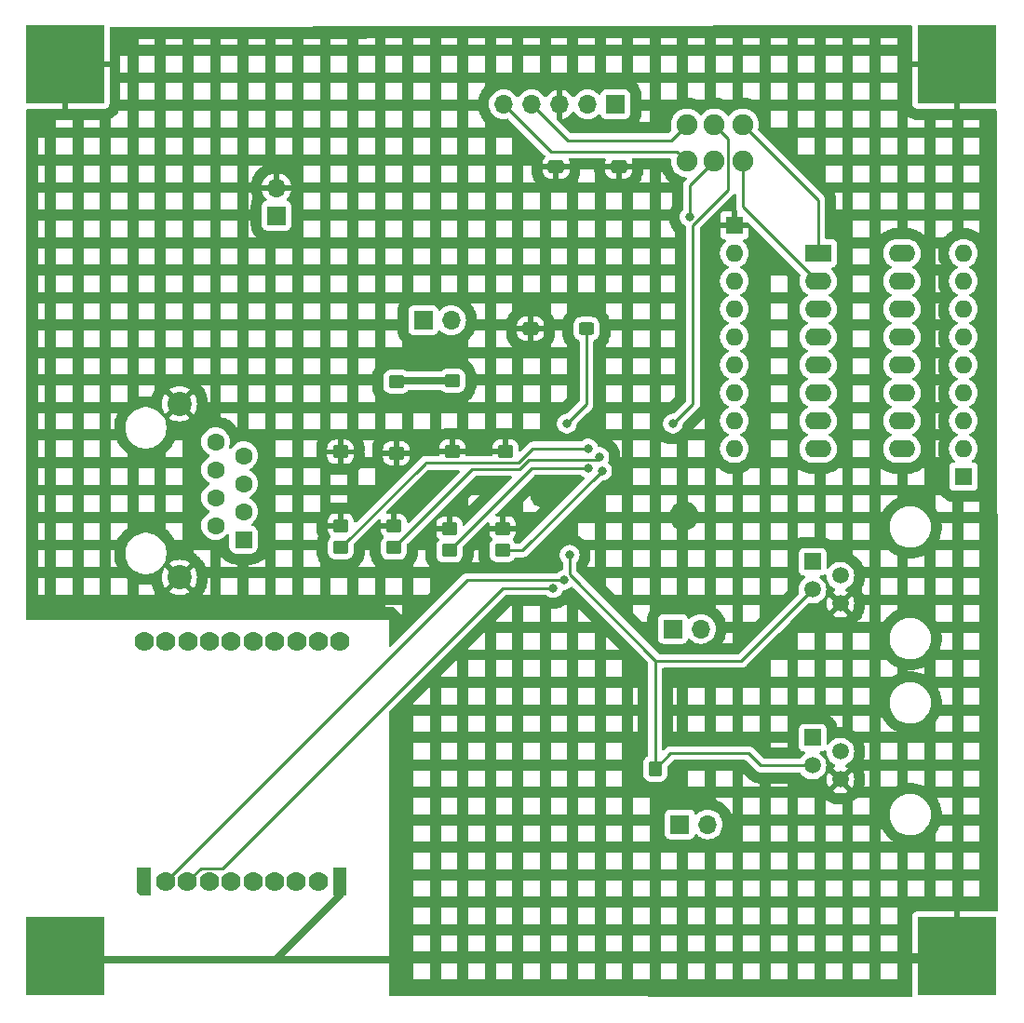
<source format=gbr>
%TF.GenerationSoftware,KiCad,Pcbnew,8.0.1*%
%TF.CreationDate,2024-03-27T11:30:44-06:00*%
%TF.ProjectId,ATV_Project_MasterBoard,4154565f-5072-46f6-9a65-63745f4d6173,rev?*%
%TF.SameCoordinates,Original*%
%TF.FileFunction,Copper,L2,Bot*%
%TF.FilePolarity,Positive*%
%FSLAX46Y46*%
G04 Gerber Fmt 4.6, Leading zero omitted, Abs format (unit mm)*
G04 Created by KiCad (PCBNEW 8.0.1) date 2024-03-27 11:30:44*
%MOMM*%
%LPD*%
G01*
G04 APERTURE LIST*
G04 Aperture macros list*
%AMRoundRect*
0 Rectangle with rounded corners*
0 $1 Rounding radius*
0 $2 $3 $4 $5 $6 $7 $8 $9 X,Y pos of 4 corners*
0 Add a 4 corners polygon primitive as box body*
4,1,4,$2,$3,$4,$5,$6,$7,$8,$9,$2,$3,0*
0 Add four circle primitives for the rounded corners*
1,1,$1+$1,$2,$3*
1,1,$1+$1,$4,$5*
1,1,$1+$1,$6,$7*
1,1,$1+$1,$8,$9*
0 Add four rect primitives between the rounded corners*
20,1,$1+$1,$2,$3,$4,$5,0*
20,1,$1+$1,$4,$5,$6,$7,0*
20,1,$1+$1,$6,$7,$8,$9,0*
20,1,$1+$1,$8,$9,$2,$3,0*%
%AMOutline5P*
0 Free polygon, 5 corners , with rotation*
0 The origin of the aperture is its center*
0 number of corners: always 5*
0 $1 to $10 corner X, Y*
0 $11 Rotation angle, in degrees counterclockwise*
0 create outline with 5 corners*
4,1,5,$1,$2,$3,$4,$5,$6,$7,$8,$9,$10,$1,$2,$11*%
%AMOutline6P*
0 Free polygon, 6 corners , with rotation*
0 The origin of the aperture is its center*
0 number of corners: always 6*
0 $1 to $12 corner X, Y*
0 $13 Rotation angle, in degrees counterclockwise*
0 create outline with 6 corners*
4,1,6,$1,$2,$3,$4,$5,$6,$7,$8,$9,$10,$11,$12,$1,$2,$13*%
%AMOutline7P*
0 Free polygon, 7 corners , with rotation*
0 The origin of the aperture is its center*
0 number of corners: always 7*
0 $1 to $14 corner X, Y*
0 $15 Rotation angle, in degrees counterclockwise*
0 create outline with 7 corners*
4,1,7,$1,$2,$3,$4,$5,$6,$7,$8,$9,$10,$11,$12,$13,$14,$1,$2,$15*%
%AMOutline8P*
0 Free polygon, 8 corners , with rotation*
0 The origin of the aperture is its center*
0 number of corners: always 8*
0 $1 to $16 corner X, Y*
0 $17 Rotation angle, in degrees counterclockwise*
0 create outline with 8 corners*
4,1,8,$1,$2,$3,$4,$5,$6,$7,$8,$9,$10,$11,$12,$13,$14,$15,$16,$1,$2,$17*%
G04 Aperture macros list end*
%TA.AperFunction,ComponentPad*%
%ADD10C,2.200000*%
%TD*%
%TA.AperFunction,ComponentPad*%
%ADD11C,1.600000*%
%TD*%
%TA.AperFunction,ComponentPad*%
%ADD12RoundRect,0.248000X-0.552000X0.552000X-0.552000X-0.552000X0.552000X-0.552000X0.552000X0.552000X0*%
%TD*%
%TA.AperFunction,ComponentPad*%
%ADD13R,7.112000X7.112000*%
%TD*%
%TA.AperFunction,ComponentPad*%
%ADD14R,1.520000X1.520000*%
%TD*%
%TA.AperFunction,ComponentPad*%
%ADD15C,1.520000*%
%TD*%
%TA.AperFunction,ComponentPad*%
%ADD16Outline5P,-1.270000X0.381000X-1.016000X0.635000X1.270000X0.635000X1.270000X-0.635000X-1.270000X-0.635000X90.000000*%
%TD*%
%TA.AperFunction,ComponentPad*%
%ADD17C,1.778000*%
%TD*%
%TA.AperFunction,ComponentPad*%
%ADD18R,1.270000X2.540000*%
%TD*%
%TA.AperFunction,ComponentPad*%
%ADD19C,1.905000*%
%TD*%
%TA.AperFunction,ComponentPad*%
%ADD20R,2.400000X1.600000*%
%TD*%
%TA.AperFunction,ComponentPad*%
%ADD21O,2.400000X1.600000*%
%TD*%
%TA.AperFunction,ComponentPad*%
%ADD22R,1.700000X1.700000*%
%TD*%
%TA.AperFunction,ComponentPad*%
%ADD23O,1.700000X1.700000*%
%TD*%
%TA.AperFunction,ComponentPad*%
%ADD24R,1.600000X1.600000*%
%TD*%
%TA.AperFunction,ComponentPad*%
%ADD25O,1.600000X1.600000*%
%TD*%
%TA.AperFunction,ComponentPad*%
%ADD26RoundRect,0.250000X-0.450000X0.350000X-0.450000X-0.350000X0.450000X-0.350000X0.450000X0.350000X0*%
%TD*%
%TA.AperFunction,ComponentPad*%
%ADD27RoundRect,0.250000X0.450000X-0.350000X0.450000X0.350000X-0.450000X0.350000X-0.450000X-0.350000X0*%
%TD*%
%TA.AperFunction,ComponentPad*%
%ADD28RoundRect,0.250000X0.350000X0.450000X-0.350000X0.450000X-0.350000X-0.450000X0.350000X-0.450000X0*%
%TD*%
%TA.AperFunction,ComponentPad*%
%ADD29RoundRect,0.250000X0.450000X-0.325000X0.450000X0.325000X-0.450000X0.325000X-0.450000X-0.325000X0*%
%TD*%
%TA.AperFunction,ComponentPad*%
%ADD30RoundRect,0.250000X0.475000X-0.337500X0.475000X0.337500X-0.475000X0.337500X-0.475000X-0.337500X0*%
%TD*%
%TA.AperFunction,ComponentPad*%
%ADD31RoundRect,0.250000X-0.475000X0.337500X-0.475000X-0.337500X0.475000X-0.337500X0.475000X0.337500X0*%
%TD*%
%TA.AperFunction,ViaPad*%
%ADD32C,0.800000*%
%TD*%
%TA.AperFunction,Conductor*%
%ADD33C,0.250000*%
%TD*%
%TA.AperFunction,Conductor*%
%ADD34C,0.635000*%
%TD*%
G04 APERTURE END LIST*
D10*
%TO.P,J2,SH*%
%TO.N,GND*%
X135460200Y-88747000D03*
X135460200Y-104547000D03*
D11*
%TO.P,J2,8*%
%TO.N,Net-(U1-RA7)*%
X138760200Y-92202000D03*
%TO.P,J2,7*%
%TO.N,Net-(U1-RA6)*%
X141300200Y-93472000D03*
%TO.P,J2,6*%
%TO.N,Net-(U1-RA5)*%
X138760200Y-94742000D03*
%TO.P,J2,5*%
%TO.N,Net-(U1-RA4)*%
X141300200Y-96012000D03*
%TO.P,J2,4*%
%TO.N,Net-(U1-RA3)*%
X138760200Y-97282000D03*
%TO.P,J2,3*%
%TO.N,Net-(U1-RA2)*%
X141300200Y-98552000D03*
%TO.P,J2,2*%
%TO.N,Net-(U1-RA1)*%
X138760200Y-99822000D03*
D12*
%TO.P,J2,1*%
%TO.N,Net-(U1-RA0)*%
X141300200Y-101092000D03*
%TD*%
D13*
%TO.P,REF\u002A\u002A,1*%
%TO.N,GND*%
X125044200Y-138938000D03*
%TD*%
%TO.P,REF\u002A\u002A,1*%
%TO.N,GND*%
X125044200Y-57859200D03*
%TD*%
D14*
%TO.P,J3,1*%
%TO.N,+5V*%
X193040000Y-119121000D03*
D15*
%TO.P,J3,2*%
%TO.N,RC3*%
X195580000Y-120391000D03*
%TO.P,J3,3*%
%TO.N,RC4*%
X193040000Y-121661000D03*
%TO.P,J3,4*%
%TO.N,GND*%
X195580000Y-122931000D03*
%TD*%
D13*
%TO.P,REF\u002A\u002A,1*%
%TO.N,GND*%
X206146400Y-138963400D03*
%TD*%
%TO.P,REF\u002A\u002A,1*%
%TO.N,GND*%
X206197200Y-57886600D03*
%TD*%
D16*
%TO.P,U3,1,VCC*%
%TO.N,3.3V*%
X132232200Y-132207000D03*
D17*
%TO.P,U3,2,DOUT*%
%TO.N,RC7*%
X134213400Y-132207000D03*
%TO.P,U3,3,DIN*%
%TO.N,RC6*%
X136194600Y-132207000D03*
%TO.P,U3,4,D8*%
%TO.N,unconnected-(U3-D8-Pad4)*%
X138175800Y-132207000D03*
%TO.P,U3,5,~{RESET}*%
%TO.N,Net-(U3-~{RESET})*%
X140157000Y-132207000D03*
%TO.P,U3,6,PWM0/RSSI*%
%TO.N,unconnected-(U3-PWM0{slash}RSSI-Pad6)*%
X142138200Y-132207000D03*
%TO.P,U3,7,PWM1*%
%TO.N,unconnected-(U3-PWM1-Pad7)*%
X144119400Y-132207000D03*
%TO.P,U3,8,NC*%
%TO.N,unconnected-(U3-NC-Pad8)*%
X146100600Y-132207000D03*
%TO.P,U3,9,DTR/SLEEP*%
%TO.N,unconnected-(U3-DTR{slash}SLEEP-Pad9)*%
X148081800Y-132207000D03*
D18*
%TO.P,U3,10,GND*%
%TO.N,GND*%
X150063000Y-132207000D03*
D17*
%TO.P,U3,11,AD4/DIO4*%
%TO.N,unconnected-(U3-AD4{slash}DIO4-Pad11)*%
X150088400Y-110363000D03*
%TO.P,U3,12,~{CTS}/DIO7*%
%TO.N,unconnected-(U3-~{CTS}{slash}DIO7-Pad12)*%
X148107200Y-110363000D03*
%TO.P,U3,13,ON/~{SLEEP}*%
%TO.N,unconnected-(U3-ON{slash}~{SLEEP}-Pad13)*%
X146126000Y-110363000D03*
%TO.P,U3,14,VREF*%
%TO.N,unconnected-(U3-VREF-Pad14)*%
X144144800Y-110363000D03*
%TO.P,U3,15,AD5/DIO5*%
%TO.N,unconnected-(U3-AD5{slash}DIO5-Pad15)*%
X142163600Y-110363000D03*
%TO.P,U3,16,~{RTS}/AD6/DIO6*%
%TO.N,unconnected-(U3-~{RTS}{slash}AD6{slash}DIO6-Pad16)*%
X140182400Y-110363000D03*
%TO.P,U3,17,AD3/DIO3*%
%TO.N,unconnected-(U3-AD3{slash}DIO3-Pad17)*%
X138201200Y-110363000D03*
%TO.P,U3,18,AD2/DIO2*%
%TO.N,unconnected-(U3-AD2{slash}DIO2-Pad18)*%
X136220000Y-110363000D03*
%TO.P,U3,19,AD1/DIO1*%
%TO.N,unconnected-(U3-AD1{slash}DIO1-Pad19)*%
X134238800Y-110363000D03*
%TO.P,U3,20,AD0/DIO0*%
%TO.N,unconnected-(U3-AD0{slash}DIO0-Pad20)*%
X132257600Y-110363000D03*
%TD*%
D19*
%TO.P,SW2,1,A*%
%TO.N,Net-(RN1-R1)*%
X186702500Y-63347600D03*
%TO.P,SW2,2,B*%
%TO.N,Net-(U1-ICSPDAT{slash}RB7)*%
X184111700Y-63347600D03*
%TO.P,SW2,3,C*%
%TO.N,RB7*%
X181622500Y-63347600D03*
%TO.P,SW2,4,A*%
%TO.N,RB6*%
X181622500Y-66675000D03*
%TO.P,SW2,5,B*%
%TO.N,Net-(U1-ICSPCLK{slash}RB6)*%
X184111700Y-66675000D03*
%TO.P,SW2,6,C*%
%TO.N,Net-(RN1-R2)*%
X186702500Y-66675000D03*
%TD*%
D20*
%TO.P,SW1,1*%
%TO.N,Net-(RN1-R1)*%
X193560500Y-75057000D03*
D21*
%TO.P,SW1,2*%
%TO.N,Net-(RN1-R2)*%
X193560500Y-77597000D03*
%TO.P,SW1,3*%
%TO.N,Net-(RN1-R3)*%
X193560500Y-80137000D03*
%TO.P,SW1,4*%
%TO.N,Net-(RN1-R4)*%
X193560500Y-82677000D03*
%TO.P,SW1,5*%
%TO.N,Net-(RN1-R5)*%
X193560500Y-85217000D03*
%TO.P,SW1,6*%
%TO.N,Net-(RN1-R6)*%
X193560500Y-87757000D03*
%TO.P,SW1,7*%
%TO.N,Net-(RN1-R7)*%
X193560500Y-90297000D03*
%TO.P,SW1,8*%
%TO.N,Net-(RN1-R8)*%
X193560500Y-92837000D03*
%TO.P,SW1,9*%
%TO.N,Net-(RN2-R1)*%
X201180500Y-92837000D03*
%TO.P,SW1,10*%
%TO.N,Net-(RN2-R2)*%
X201180500Y-90297000D03*
%TO.P,SW1,11*%
%TO.N,Net-(RN2-R3)*%
X201180500Y-87757000D03*
%TO.P,SW1,12*%
%TO.N,Net-(RN2-R4)*%
X201180500Y-85217000D03*
%TO.P,SW1,13*%
%TO.N,Net-(RN2-R5)*%
X201180500Y-82677000D03*
%TO.P,SW1,14*%
%TO.N,Net-(RN2-R6)*%
X201180500Y-80137000D03*
%TO.P,SW1,15*%
%TO.N,Net-(RN2-R7)*%
X201180500Y-77597000D03*
%TO.P,SW1,16*%
%TO.N,Net-(RN2-R8)*%
X201180500Y-75057000D03*
%TD*%
D22*
%TO.P,J5,1*%
%TO.N,+5V*%
X144309500Y-71628000D03*
D23*
%TO.P,J5,2*%
%TO.N,GND*%
X144309500Y-69088000D03*
%TD*%
D24*
%TO.P,RN2,1,common*%
%TO.N,3.3V*%
X206768500Y-95377000D03*
D25*
%TO.P,RN2,2,R1*%
%TO.N,Net-(RN2-R1)*%
X206768500Y-92837000D03*
%TO.P,RN2,3,R2*%
%TO.N,Net-(RN2-R2)*%
X206768500Y-90297000D03*
%TO.P,RN2,4,R3*%
%TO.N,Net-(RN2-R3)*%
X206768500Y-87757000D03*
%TO.P,RN2,5,R4*%
%TO.N,Net-(RN2-R4)*%
X206768500Y-85217000D03*
%TO.P,RN2,6,R5*%
%TO.N,Net-(RN2-R5)*%
X206768500Y-82677000D03*
%TO.P,RN2,7,R6*%
%TO.N,Net-(RN2-R6)*%
X206768500Y-80137000D03*
%TO.P,RN2,8,R7*%
%TO.N,Net-(RN2-R7)*%
X206768500Y-77597000D03*
%TO.P,RN2,9,R8*%
%TO.N,Net-(RN2-R8)*%
X206768500Y-75057000D03*
%TD*%
%TO.P,RN1,9,R8*%
%TO.N,Net-(RN1-R8)*%
X185940500Y-92837000D03*
%TO.P,RN1,8,R7*%
%TO.N,Net-(RN1-R7)*%
X185940500Y-90297000D03*
%TO.P,RN1,7,R6*%
%TO.N,Net-(RN1-R6)*%
X185940500Y-87757000D03*
%TO.P,RN1,6,R5*%
%TO.N,Net-(RN1-R5)*%
X185940500Y-85217000D03*
%TO.P,RN1,5,R4*%
%TO.N,Net-(RN1-R4)*%
X185940500Y-82677000D03*
%TO.P,RN1,4,R3*%
%TO.N,Net-(RN1-R3)*%
X185940500Y-80137000D03*
%TO.P,RN1,3,R2*%
%TO.N,Net-(RN1-R2)*%
X185940500Y-77597000D03*
%TO.P,RN1,2,R1*%
%TO.N,Net-(RN1-R1)*%
X185940500Y-75057000D03*
D24*
%TO.P,RN1,1,common*%
%TO.N,GND*%
X185940500Y-72517000D03*
%TD*%
D26*
%TO.P,R21,2*%
%TO.N,Net-(U1-RA0)*%
X150138000Y-101822000D03*
%TO.P,R21,1*%
%TO.N,GND*%
X150138000Y-99822000D03*
%TD*%
%TO.P,R20,2*%
%TO.N,Net-(U1-RA1)*%
X154964000Y-101838000D03*
%TO.P,R20,1*%
%TO.N,GND*%
X154964000Y-99838000D03*
%TD*%
%TO.P,R19,1*%
%TO.N,GND*%
X160021000Y-100092000D03*
%TO.P,R19,2*%
%TO.N,Net-(U1-RA2)*%
X160021000Y-102092000D03*
%TD*%
%TO.P,R18,1*%
%TO.N,GND*%
X164847000Y-100076000D03*
%TO.P,R18,2*%
%TO.N,Net-(U1-RA3)*%
X164847000Y-102076000D03*
%TD*%
D27*
%TO.P,R17,1*%
%TO.N,GND*%
X165112500Y-93091000D03*
%TD*%
%TO.P,R16,1*%
%TO.N,GND*%
X160286500Y-93091000D03*
%TD*%
%TO.P,R15,1*%
%TO.N,GND*%
X155183500Y-93233000D03*
%TD*%
%TO.P,R14,1*%
%TO.N,GND*%
X150103500Y-93124750D03*
%TD*%
D26*
%TO.P,R12,1*%
%TO.N,3.3V*%
X155195000Y-86756000D03*
%TD*%
%TO.P,R11,1*%
%TO.N,3.3V*%
X160275000Y-86646000D03*
%TD*%
D28*
%TO.P,R1,2*%
%TO.N,RC4*%
X178730000Y-121920000D03*
%TD*%
D22*
%TO.P,JP4,1,A*%
%TO.N,Net-(D2-K)*%
X180340000Y-109220000D03*
D23*
%TO.P,JP4,2,B*%
%TO.N,+5V*%
X182880000Y-109220000D03*
%TD*%
D22*
%TO.P,JP2,1,A*%
%TO.N,Net-(D1-K)*%
X180975000Y-127000000D03*
D23*
%TO.P,JP2,2,B*%
%TO.N,+5V*%
X183515000Y-127000000D03*
%TD*%
D22*
%TO.P,JP1,1,A*%
%TO.N,+5V*%
X157639500Y-81153000D03*
D23*
%TO.P,JP1,2,B*%
%TO.N,3.3V*%
X160179500Y-81153000D03*
%TD*%
D14*
%TO.P,J4,1*%
%TO.N,+5V*%
X193040000Y-103119000D03*
D15*
%TO.P,J4,2*%
%TO.N,RC3*%
X195580000Y-104389000D03*
%TO.P,J4,3*%
%TO.N,RC4*%
X193040000Y-105659000D03*
%TO.P,J4,4*%
%TO.N,GND*%
X195580000Y-106929000D03*
%TD*%
D22*
%TO.P,J1,1*%
%TO.N,Net-(D3-K)*%
X175116500Y-61497000D03*
D23*
%TO.P,J1,2*%
%TO.N,3.3V*%
X172576500Y-61497000D03*
%TO.P,J1,3*%
%TO.N,GND*%
X170036500Y-61497000D03*
%TO.P,J1,4*%
%TO.N,RB7*%
X167496500Y-61497000D03*
%TO.P,J1,5*%
%TO.N,RB6*%
X164956500Y-61497000D03*
%TD*%
D29*
%TO.P,D3,1,K*%
%TO.N,Net-(D3-K)*%
X172478500Y-81924000D03*
%TD*%
D30*
%TO.P,C4,2*%
%TO.N,GND*%
X175424500Y-67183000D03*
%TD*%
%TO.P,C3,2*%
%TO.N,GND*%
X169709500Y-67183000D03*
%TD*%
D31*
%TO.P,C1,2*%
%TO.N,GND*%
X167398500Y-81924000D03*
%TD*%
D32*
%TO.N,GND*%
X168668500Y-96901000D03*
X181368500Y-98933000D03*
%TO.N,Net-(U1-ICSPCLK{slash}RB6)*%
X181876500Y-71755000D03*
%TO.N,Net-(U1-ICSPDAT{slash}RB7)*%
X180352500Y-90551000D03*
%TO.N,RC4*%
X170954500Y-102489000D03*
%TO.N,RC6*%
X169430500Y-105500000D03*
%TO.N,RC7*%
X170446500Y-104775000D03*
%TO.N,Net-(D3-K)*%
X170700500Y-90551000D03*
%TO.N,Net-(U1-RA3)*%
X173907700Y-94848800D03*
%TO.N,Net-(U1-RA2)*%
X172637700Y-94594800D03*
%TO.N,Net-(U1-RA1)*%
X173653700Y-93578800D03*
%TO.N,Net-(U1-RA0)*%
X172637700Y-92816800D03*
%TD*%
D33*
%TO.N,RB7*%
X170769500Y-64770000D02*
X167496500Y-61497000D01*
X180200100Y-64770000D02*
X170769500Y-64770000D01*
X181622500Y-63347600D02*
X180200100Y-64770000D01*
%TO.N,RB6*%
X180733500Y-65786000D02*
X169245500Y-65786000D01*
X181622500Y-66675000D02*
X180733500Y-65786000D01*
X169245500Y-65786000D02*
X164956500Y-61497000D01*
%TO.N,Net-(U1-RA0)*%
X166293800Y-94132400D02*
X157827600Y-94132400D01*
X150138000Y-101822000D02*
X157806200Y-94153800D01*
X167609400Y-92816800D02*
X166293800Y-94132400D01*
X172637700Y-92816800D02*
X167609400Y-92816800D01*
X157827600Y-94132400D02*
X157806200Y-94153800D01*
%TO.N,Net-(U1-RA1)*%
X167233600Y-93853000D02*
X173379500Y-93853000D01*
X173379500Y-93853000D02*
X173653700Y-93578800D01*
X166395400Y-94691200D02*
X167233600Y-93853000D01*
X162110800Y-94691200D02*
X166395400Y-94691200D01*
X154964000Y-101838000D02*
X162110800Y-94691200D01*
D34*
%TO.N,GND*%
X127774500Y-139319000D02*
X206006500Y-139319000D01*
X144208235Y-139319000D02*
X127774500Y-139319000D01*
X150063000Y-133464235D02*
X144208235Y-139319000D01*
X150063000Y-132207000D02*
X150063000Y-133464235D01*
D33*
%TO.N,RC4*%
X186558000Y-112141000D02*
X193040000Y-105659000D01*
X178730000Y-112141000D02*
X186558000Y-112141000D01*
X188348500Y-121661000D02*
X193040000Y-121661000D01*
X187210500Y-120523000D02*
X188348500Y-121661000D01*
%TO.N,Net-(U1-ICSPDAT{slash}RB7)*%
X182176805Y-72480000D02*
X185389200Y-69267605D01*
X182176805Y-88726695D02*
X182176805Y-72480000D01*
X180352500Y-90551000D02*
X182176805Y-88726695D01*
X185389200Y-69267605D02*
X185389200Y-64625100D01*
X185389200Y-64625100D02*
X184111700Y-63347600D01*
%TO.N,Net-(U1-ICSPCLK{slash}RB6)*%
X181876500Y-68910200D02*
X181876500Y-71755000D01*
X184111700Y-66675000D02*
X181876500Y-68910200D01*
%TO.N,RC4*%
X178730000Y-112141000D02*
X178730000Y-112033195D01*
X178730000Y-121920000D02*
X178730000Y-112141000D01*
X180127000Y-120523000D02*
X178730000Y-121920000D01*
X187210500Y-120523000D02*
X180127000Y-120523000D01*
%TO.N,GND*%
X195580000Y-123185000D02*
X195978500Y-123185000D01*
%TO.N,RC4*%
X178706152Y-112009348D02*
X170954500Y-104257695D01*
X178730000Y-112033195D02*
X178706152Y-112009348D01*
X170954500Y-104257695D02*
X170954500Y-102489000D01*
%TO.N,RC6*%
X139402500Y-130993000D02*
X137408600Y-130993000D01*
X164895500Y-105500000D02*
X139402500Y-130993000D01*
X137408600Y-130993000D02*
X136194600Y-132207000D01*
X169430500Y-105500000D02*
X164895500Y-105500000D01*
%TO.N,RC7*%
X161645400Y-104775000D02*
X134213400Y-132207000D01*
X170446500Y-104775000D02*
X161645400Y-104775000D01*
%TO.N,3.3V*%
X155305000Y-86646000D02*
X155195000Y-86756000D01*
D34*
X160275000Y-86646000D02*
X155305000Y-86646000D01*
D33*
%TO.N,Net-(RN1-R2)*%
X193450500Y-77597000D02*
X193560500Y-77597000D01*
X186702500Y-70849000D02*
X193450500Y-77597000D01*
X186702500Y-66675000D02*
X186702500Y-70849000D01*
%TO.N,Net-(RN1-R1)*%
X186702500Y-63347600D02*
X193560500Y-70205600D01*
X193560500Y-70205600D02*
X193560500Y-75057000D01*
%TO.N,3.3V*%
X160179500Y-86550500D02*
X160275000Y-86646000D01*
%TO.N,Net-(D3-K)*%
X172478500Y-88773000D02*
X170700500Y-90551000D01*
X172478500Y-81924000D02*
X172478500Y-88773000D01*
%TO.N,Net-(U1-RA3)*%
X166680500Y-102076000D02*
X164847000Y-102076000D01*
X173907700Y-94848800D02*
X166680500Y-102076000D01*
%TO.N,Net-(U1-RA2)*%
X172617500Y-94615000D02*
X172637700Y-94594800D01*
X160021000Y-102092000D02*
X167498000Y-94615000D01*
X167498000Y-94615000D02*
X172617500Y-94615000D01*
X172383700Y-94340800D02*
X172637700Y-94594800D01*
%TD*%
%TA.AperFunction,Conductor*%
%TO.N,GND*%
G36*
X202084089Y-54361358D02*
G01*
X202129920Y-54414096D01*
X202141200Y-54465770D01*
X202141200Y-57636600D01*
X204308675Y-57636600D01*
X204292200Y-57761740D01*
X204292200Y-58011460D01*
X204308675Y-58136600D01*
X202141200Y-58136600D01*
X202141200Y-61490444D01*
X202147601Y-61549972D01*
X202147603Y-61549979D01*
X202197845Y-61684686D01*
X202197849Y-61684693D01*
X202284009Y-61799787D01*
X202284012Y-61799790D01*
X202399106Y-61885950D01*
X202399113Y-61885954D01*
X202533820Y-61936196D01*
X202533827Y-61936198D01*
X202593355Y-61942599D01*
X202593372Y-61942600D01*
X205947200Y-61942600D01*
X205947200Y-59775125D01*
X206072340Y-59791600D01*
X206322060Y-59791600D01*
X206447200Y-59775125D01*
X206447200Y-61942600D01*
X209667933Y-61942600D01*
X209734972Y-61962285D01*
X209780727Y-62015089D01*
X209791933Y-62066386D01*
X209917277Y-134787099D01*
X209897708Y-134854173D01*
X209844983Y-134900018D01*
X209780023Y-134910603D01*
X209750230Y-134907400D01*
X206396400Y-134907400D01*
X206396400Y-137074874D01*
X206271260Y-137058400D01*
X206021540Y-137058400D01*
X205896400Y-137074874D01*
X205896400Y-134907400D01*
X202542555Y-134907400D01*
X202483027Y-134913801D01*
X202483020Y-134913803D01*
X202348313Y-134964045D01*
X202348306Y-134964049D01*
X202233212Y-135050209D01*
X202233209Y-135050212D01*
X202147049Y-135165306D01*
X202147045Y-135165313D01*
X202096803Y-135300020D01*
X202096801Y-135300027D01*
X202090400Y-135359555D01*
X202090400Y-138713400D01*
X204257875Y-138713400D01*
X204241400Y-138838540D01*
X204241400Y-139088260D01*
X204257875Y-139213400D01*
X202090400Y-139213400D01*
X202090400Y-142567230D01*
X202093117Y-142592502D01*
X202080711Y-142661261D01*
X202033100Y-142712398D01*
X201969543Y-142729756D01*
X154631916Y-142621283D01*
X154564922Y-142601445D01*
X154519288Y-142548536D01*
X154508200Y-142497283D01*
X154508200Y-139589770D01*
X156736317Y-139589770D01*
X156736317Y-141091770D01*
X158238317Y-141091770D01*
X158238317Y-139589770D01*
X159236317Y-139589770D01*
X159236317Y-141091770D01*
X160738317Y-141091770D01*
X160738317Y-139589770D01*
X161736317Y-139589770D01*
X161736317Y-141091770D01*
X163238317Y-141091770D01*
X163238317Y-139589770D01*
X164236317Y-139589770D01*
X164236317Y-141091770D01*
X165738317Y-141091770D01*
X165738317Y-139589770D01*
X166736317Y-139589770D01*
X166736317Y-141091770D01*
X168238317Y-141091770D01*
X168238317Y-139589770D01*
X169236317Y-139589770D01*
X169236317Y-141091770D01*
X170738317Y-141091770D01*
X170738317Y-139589770D01*
X171736317Y-139589770D01*
X171736317Y-141091770D01*
X173238317Y-141091770D01*
X173238317Y-139589770D01*
X174236317Y-139589770D01*
X174236317Y-141091770D01*
X175738317Y-141091770D01*
X175738317Y-139589770D01*
X176736317Y-139589770D01*
X176736317Y-141091770D01*
X178238317Y-141091770D01*
X178238317Y-139589770D01*
X179236317Y-139589770D01*
X179236317Y-141091770D01*
X180738317Y-141091770D01*
X180738317Y-139589770D01*
X181736317Y-139589770D01*
X181736317Y-141091770D01*
X183238317Y-141091770D01*
X183238317Y-139589770D01*
X184236317Y-139589770D01*
X184236317Y-141091770D01*
X185738317Y-141091770D01*
X185738317Y-139589770D01*
X186736317Y-139589770D01*
X186736317Y-141091770D01*
X188238317Y-141091770D01*
X188238317Y-139589770D01*
X189236317Y-139589770D01*
X189236317Y-141091770D01*
X190738317Y-141091770D01*
X190738317Y-139589770D01*
X191736317Y-139589770D01*
X191736317Y-141091770D01*
X193238317Y-141091770D01*
X193238317Y-139589770D01*
X194236317Y-139589770D01*
X194236317Y-141091770D01*
X195738317Y-141091770D01*
X195738317Y-139589770D01*
X196736317Y-139589770D01*
X196736317Y-141091770D01*
X198238317Y-141091770D01*
X198238317Y-139589770D01*
X199236317Y-139589770D01*
X199236317Y-141091770D01*
X200738317Y-141091770D01*
X200738317Y-139589770D01*
X199236317Y-139589770D01*
X198238317Y-139589770D01*
X196736317Y-139589770D01*
X195738317Y-139589770D01*
X194236317Y-139589770D01*
X193238317Y-139589770D01*
X191736317Y-139589770D01*
X190738317Y-139589770D01*
X189236317Y-139589770D01*
X188238317Y-139589770D01*
X186736317Y-139589770D01*
X185738317Y-139589770D01*
X184236317Y-139589770D01*
X183238317Y-139589770D01*
X181736317Y-139589770D01*
X180738317Y-139589770D01*
X179236317Y-139589770D01*
X178238317Y-139589770D01*
X176736317Y-139589770D01*
X175738317Y-139589770D01*
X174236317Y-139589770D01*
X173238317Y-139589770D01*
X171736317Y-139589770D01*
X170738317Y-139589770D01*
X169236317Y-139589770D01*
X168238317Y-139589770D01*
X166736317Y-139589770D01*
X165738317Y-139589770D01*
X164236317Y-139589770D01*
X163238317Y-139589770D01*
X161736317Y-139589770D01*
X160738317Y-139589770D01*
X159236317Y-139589770D01*
X158238317Y-139589770D01*
X156736317Y-139589770D01*
X154508200Y-139589770D01*
X154508200Y-137089770D01*
X156736317Y-137089770D01*
X156736317Y-138591770D01*
X158238317Y-138591770D01*
X158238317Y-137089770D01*
X159236317Y-137089770D01*
X159236317Y-138591770D01*
X160738317Y-138591770D01*
X160738317Y-137089770D01*
X161736317Y-137089770D01*
X161736317Y-138591770D01*
X163238317Y-138591770D01*
X163238317Y-137089770D01*
X164236317Y-137089770D01*
X164236317Y-138591770D01*
X165738317Y-138591770D01*
X165738317Y-137089770D01*
X166736317Y-137089770D01*
X166736317Y-138591770D01*
X168238317Y-138591770D01*
X168238317Y-137089770D01*
X169236317Y-137089770D01*
X169236317Y-138591770D01*
X170738317Y-138591770D01*
X170738317Y-137089770D01*
X171736317Y-137089770D01*
X171736317Y-138591770D01*
X173238317Y-138591770D01*
X173238317Y-137089770D01*
X174236317Y-137089770D01*
X174236317Y-138591770D01*
X175738317Y-138591770D01*
X175738317Y-137089770D01*
X176736317Y-137089770D01*
X176736317Y-138591770D01*
X178238317Y-138591770D01*
X178238317Y-137089770D01*
X179236317Y-137089770D01*
X179236317Y-138591770D01*
X180738317Y-138591770D01*
X180738317Y-137089770D01*
X181736317Y-137089770D01*
X181736317Y-138591770D01*
X183238317Y-138591770D01*
X183238317Y-137089770D01*
X184236317Y-137089770D01*
X184236317Y-138591770D01*
X185738317Y-138591770D01*
X185738317Y-137089770D01*
X186736317Y-137089770D01*
X186736317Y-138591770D01*
X188238317Y-138591770D01*
X188238317Y-137089770D01*
X189236317Y-137089770D01*
X189236317Y-138591770D01*
X190738317Y-138591770D01*
X190738317Y-137089770D01*
X191736317Y-137089770D01*
X191736317Y-138591770D01*
X193238317Y-138591770D01*
X193238317Y-137089770D01*
X194236317Y-137089770D01*
X194236317Y-138591770D01*
X195738317Y-138591770D01*
X195738317Y-137089770D01*
X196736317Y-137089770D01*
X196736317Y-138591770D01*
X198238317Y-138591770D01*
X198238317Y-137089770D01*
X199236317Y-137089770D01*
X199236317Y-138591770D01*
X200738317Y-138591770D01*
X200738317Y-137089770D01*
X199236317Y-137089770D01*
X198238317Y-137089770D01*
X196736317Y-137089770D01*
X195738317Y-137089770D01*
X194236317Y-137089770D01*
X193238317Y-137089770D01*
X191736317Y-137089770D01*
X190738317Y-137089770D01*
X189236317Y-137089770D01*
X188238317Y-137089770D01*
X186736317Y-137089770D01*
X185738317Y-137089770D01*
X184236317Y-137089770D01*
X183238317Y-137089770D01*
X181736317Y-137089770D01*
X180738317Y-137089770D01*
X179236317Y-137089770D01*
X178238317Y-137089770D01*
X176736317Y-137089770D01*
X175738317Y-137089770D01*
X174236317Y-137089770D01*
X173238317Y-137089770D01*
X171736317Y-137089770D01*
X170738317Y-137089770D01*
X169236317Y-137089770D01*
X168238317Y-137089770D01*
X166736317Y-137089770D01*
X165738317Y-137089770D01*
X164236317Y-137089770D01*
X163238317Y-137089770D01*
X161736317Y-137089770D01*
X160738317Y-137089770D01*
X159236317Y-137089770D01*
X158238317Y-137089770D01*
X156736317Y-137089770D01*
X154508200Y-137089770D01*
X154508200Y-134589770D01*
X156736317Y-134589770D01*
X156736317Y-136091770D01*
X158238317Y-136091770D01*
X158238317Y-134589770D01*
X159236317Y-134589770D01*
X159236317Y-136091770D01*
X160738317Y-136091770D01*
X160738317Y-134589770D01*
X161736317Y-134589770D01*
X161736317Y-136091770D01*
X163238317Y-136091770D01*
X163238317Y-134589770D01*
X164236317Y-134589770D01*
X164236317Y-136091770D01*
X165738317Y-136091770D01*
X165738317Y-134589770D01*
X166736317Y-134589770D01*
X166736317Y-136091770D01*
X168238317Y-136091770D01*
X168238317Y-134589770D01*
X169236317Y-134589770D01*
X169236317Y-136091770D01*
X170738317Y-136091770D01*
X170738317Y-134589770D01*
X171736317Y-134589770D01*
X171736317Y-136091770D01*
X173238317Y-136091770D01*
X173238317Y-134589770D01*
X174236317Y-134589770D01*
X174236317Y-136091770D01*
X175738317Y-136091770D01*
X175738317Y-134589770D01*
X176736317Y-134589770D01*
X176736317Y-136091770D01*
X178238317Y-136091770D01*
X178238317Y-134589770D01*
X179236317Y-134589770D01*
X179236317Y-136091770D01*
X180738317Y-136091770D01*
X180738317Y-134589770D01*
X181736317Y-134589770D01*
X181736317Y-136091770D01*
X183238317Y-136091770D01*
X183238317Y-134589770D01*
X184236317Y-134589770D01*
X184236317Y-136091770D01*
X185738317Y-136091770D01*
X185738317Y-134589770D01*
X186736317Y-134589770D01*
X186736317Y-136091770D01*
X188238317Y-136091770D01*
X188238317Y-134589770D01*
X189236317Y-134589770D01*
X189236317Y-136091770D01*
X190738317Y-136091770D01*
X190738317Y-134589770D01*
X191736317Y-134589770D01*
X191736317Y-136091770D01*
X193238317Y-136091770D01*
X193238317Y-134589770D01*
X194236317Y-134589770D01*
X194236317Y-136091770D01*
X195738317Y-136091770D01*
X195738317Y-134589770D01*
X196736317Y-134589770D01*
X196736317Y-136091770D01*
X198238317Y-136091770D01*
X198238317Y-134589770D01*
X199236317Y-134589770D01*
X199236317Y-136091770D01*
X200738317Y-136091770D01*
X200738317Y-134589770D01*
X199236317Y-134589770D01*
X198238317Y-134589770D01*
X196736317Y-134589770D01*
X195738317Y-134589770D01*
X194236317Y-134589770D01*
X193238317Y-134589770D01*
X191736317Y-134589770D01*
X190738317Y-134589770D01*
X189236317Y-134589770D01*
X188238317Y-134589770D01*
X186736317Y-134589770D01*
X185738317Y-134589770D01*
X184236317Y-134589770D01*
X183238317Y-134589770D01*
X181736317Y-134589770D01*
X180738317Y-134589770D01*
X179236317Y-134589770D01*
X178238317Y-134589770D01*
X176736317Y-134589770D01*
X175738317Y-134589770D01*
X174236317Y-134589770D01*
X173238317Y-134589770D01*
X171736317Y-134589770D01*
X170738317Y-134589770D01*
X169236317Y-134589770D01*
X168238317Y-134589770D01*
X166736317Y-134589770D01*
X165738317Y-134589770D01*
X164236317Y-134589770D01*
X163238317Y-134589770D01*
X161736317Y-134589770D01*
X160738317Y-134589770D01*
X159236317Y-134589770D01*
X158238317Y-134589770D01*
X156736317Y-134589770D01*
X154508200Y-134589770D01*
X154508200Y-132089770D01*
X156736317Y-132089770D01*
X156736317Y-133591770D01*
X158238317Y-133591770D01*
X158238317Y-132089770D01*
X159236317Y-132089770D01*
X159236317Y-133591770D01*
X160738317Y-133591770D01*
X160738317Y-132089770D01*
X161736317Y-132089770D01*
X161736317Y-133591770D01*
X163238317Y-133591770D01*
X163238317Y-132089770D01*
X164236317Y-132089770D01*
X164236317Y-133591770D01*
X165738317Y-133591770D01*
X165738317Y-132089770D01*
X166736317Y-132089770D01*
X166736317Y-133591770D01*
X168238317Y-133591770D01*
X168238317Y-132089770D01*
X169236317Y-132089770D01*
X169236317Y-133591770D01*
X170738317Y-133591770D01*
X170738317Y-132089770D01*
X171736317Y-132089770D01*
X171736317Y-133591770D01*
X173238317Y-133591770D01*
X173238317Y-132089770D01*
X174236317Y-132089770D01*
X174236317Y-133591770D01*
X175738317Y-133591770D01*
X175738317Y-132089770D01*
X176736317Y-132089770D01*
X176736317Y-133591770D01*
X178238317Y-133591770D01*
X178238317Y-132089770D01*
X179236317Y-132089770D01*
X179236317Y-133591770D01*
X180738317Y-133591770D01*
X180738317Y-132089770D01*
X181736317Y-132089770D01*
X181736317Y-133591770D01*
X183238317Y-133591770D01*
X183238317Y-132089770D01*
X184236317Y-132089770D01*
X184236317Y-133591770D01*
X185738317Y-133591770D01*
X185738317Y-132089770D01*
X186736317Y-132089770D01*
X186736317Y-133591770D01*
X188238317Y-133591770D01*
X188238317Y-132089770D01*
X189236317Y-132089770D01*
X189236317Y-133591770D01*
X190738317Y-133591770D01*
X190738317Y-132089770D01*
X191736317Y-132089770D01*
X191736317Y-133591770D01*
X193238317Y-133591770D01*
X193238317Y-132089770D01*
X194236317Y-132089770D01*
X194236317Y-133591770D01*
X195738317Y-133591770D01*
X195738317Y-132089770D01*
X196736317Y-132089770D01*
X196736317Y-133591770D01*
X198238317Y-133591770D01*
X198238317Y-132089770D01*
X199236317Y-132089770D01*
X199236317Y-133591770D01*
X200738317Y-133591770D01*
X200738317Y-132089770D01*
X201736317Y-132089770D01*
X201736317Y-133591770D01*
X203238317Y-133591770D01*
X203238317Y-132089770D01*
X204236317Y-132089770D01*
X204236317Y-133591770D01*
X205738317Y-133591770D01*
X205738317Y-132089770D01*
X206736317Y-132089770D01*
X206736317Y-133591770D01*
X208238317Y-133591770D01*
X208238317Y-132089770D01*
X206736317Y-132089770D01*
X205738317Y-132089770D01*
X204236317Y-132089770D01*
X203238317Y-132089770D01*
X201736317Y-132089770D01*
X200738317Y-132089770D01*
X199236317Y-132089770D01*
X198238317Y-132089770D01*
X196736317Y-132089770D01*
X195738317Y-132089770D01*
X194236317Y-132089770D01*
X193238317Y-132089770D01*
X191736317Y-132089770D01*
X190738317Y-132089770D01*
X189236317Y-132089770D01*
X188238317Y-132089770D01*
X186736317Y-132089770D01*
X185738317Y-132089770D01*
X184236317Y-132089770D01*
X183238317Y-132089770D01*
X181736317Y-132089770D01*
X180738317Y-132089770D01*
X179236317Y-132089770D01*
X178238317Y-132089770D01*
X176736317Y-132089770D01*
X175738317Y-132089770D01*
X174236317Y-132089770D01*
X173238317Y-132089770D01*
X171736317Y-132089770D01*
X170738317Y-132089770D01*
X169236317Y-132089770D01*
X168238317Y-132089770D01*
X166736317Y-132089770D01*
X165738317Y-132089770D01*
X164236317Y-132089770D01*
X163238317Y-132089770D01*
X161736317Y-132089770D01*
X160738317Y-132089770D01*
X159236317Y-132089770D01*
X158238317Y-132089770D01*
X156736317Y-132089770D01*
X154508200Y-132089770D01*
X154508200Y-129589770D01*
X156736317Y-129589770D01*
X156736317Y-131091770D01*
X158238317Y-131091770D01*
X158238317Y-129589770D01*
X159236317Y-129589770D01*
X159236317Y-131091770D01*
X160738317Y-131091770D01*
X160738317Y-129589770D01*
X161736317Y-129589770D01*
X161736317Y-131091770D01*
X163238317Y-131091770D01*
X163238317Y-129589770D01*
X164236317Y-129589770D01*
X164236317Y-131091770D01*
X165738317Y-131091770D01*
X165738317Y-129589770D01*
X166736317Y-129589770D01*
X166736317Y-131091770D01*
X168238317Y-131091770D01*
X168238317Y-129589770D01*
X169236317Y-129589770D01*
X169236317Y-131091770D01*
X170738317Y-131091770D01*
X170738317Y-129589770D01*
X171736317Y-129589770D01*
X171736317Y-131091770D01*
X173238317Y-131091770D01*
X173238317Y-129589770D01*
X174236317Y-129589770D01*
X174236317Y-131091770D01*
X175738317Y-131091770D01*
X175738317Y-129589770D01*
X176736317Y-129589770D01*
X176736317Y-131091770D01*
X178238317Y-131091770D01*
X178238317Y-129589770D01*
X179236317Y-129589770D01*
X179236317Y-131091770D01*
X180738317Y-131091770D01*
X180738317Y-129589770D01*
X181736317Y-129589770D01*
X181736317Y-131091770D01*
X183238317Y-131091770D01*
X183238317Y-129589770D01*
X184236317Y-129589770D01*
X184236317Y-131091770D01*
X185738317Y-131091770D01*
X185738317Y-129589770D01*
X186736317Y-129589770D01*
X186736317Y-131091770D01*
X188238317Y-131091770D01*
X188238317Y-129589770D01*
X189236317Y-129589770D01*
X189236317Y-131091770D01*
X190738317Y-131091770D01*
X190738317Y-129589770D01*
X191736317Y-129589770D01*
X191736317Y-131091770D01*
X193238317Y-131091770D01*
X193238317Y-129589770D01*
X194236317Y-129589770D01*
X194236317Y-131091770D01*
X195738317Y-131091770D01*
X195738317Y-129589770D01*
X196736317Y-129589770D01*
X196736317Y-131091770D01*
X198238317Y-131091770D01*
X198238317Y-129589770D01*
X199236317Y-129589770D01*
X199236317Y-131091770D01*
X200738317Y-131091770D01*
X200738317Y-129589770D01*
X201736317Y-129589770D01*
X201736317Y-131091770D01*
X203238317Y-131091770D01*
X203238317Y-129589770D01*
X204236317Y-129589770D01*
X204236317Y-131091770D01*
X205738317Y-131091770D01*
X205738317Y-129589770D01*
X206736317Y-129589770D01*
X206736317Y-131091770D01*
X208238317Y-131091770D01*
X208238317Y-129589770D01*
X206736317Y-129589770D01*
X205738317Y-129589770D01*
X204236317Y-129589770D01*
X203238317Y-129589770D01*
X201736317Y-129589770D01*
X200738317Y-129589770D01*
X199236317Y-129589770D01*
X198238317Y-129589770D01*
X196736317Y-129589770D01*
X195738317Y-129589770D01*
X194236317Y-129589770D01*
X193238317Y-129589770D01*
X191736317Y-129589770D01*
X190738317Y-129589770D01*
X189236317Y-129589770D01*
X188238317Y-129589770D01*
X186736317Y-129589770D01*
X185738317Y-129589770D01*
X184236317Y-129589770D01*
X183238317Y-129589770D01*
X181736317Y-129589770D01*
X180738317Y-129589770D01*
X179236317Y-129589770D01*
X178238317Y-129589770D01*
X176736317Y-129589770D01*
X175738317Y-129589770D01*
X174236317Y-129589770D01*
X173238317Y-129589770D01*
X171736317Y-129589770D01*
X170738317Y-129589770D01*
X169236317Y-129589770D01*
X168238317Y-129589770D01*
X166736317Y-129589770D01*
X165738317Y-129589770D01*
X164236317Y-129589770D01*
X163238317Y-129589770D01*
X161736317Y-129589770D01*
X160738317Y-129589770D01*
X159236317Y-129589770D01*
X158238317Y-129589770D01*
X156736317Y-129589770D01*
X154508200Y-129589770D01*
X154508200Y-127089770D01*
X156736317Y-127089770D01*
X156736317Y-128591770D01*
X158238317Y-128591770D01*
X158238317Y-127089770D01*
X159236317Y-127089770D01*
X159236317Y-128591770D01*
X160738317Y-128591770D01*
X160738317Y-127089770D01*
X161736317Y-127089770D01*
X161736317Y-128591770D01*
X163238317Y-128591770D01*
X163238317Y-127089770D01*
X164236317Y-127089770D01*
X164236317Y-128591770D01*
X165738317Y-128591770D01*
X165738317Y-127089770D01*
X166736317Y-127089770D01*
X166736317Y-128591770D01*
X168238317Y-128591770D01*
X168238317Y-127089770D01*
X169236317Y-127089770D01*
X169236317Y-128591770D01*
X170738317Y-128591770D01*
X170738317Y-127089770D01*
X171736317Y-127089770D01*
X171736317Y-128591770D01*
X173238317Y-128591770D01*
X173238317Y-127089770D01*
X174236317Y-127089770D01*
X174236317Y-128591770D01*
X175738317Y-128591770D01*
X175738317Y-127089770D01*
X176736317Y-127089770D01*
X176736317Y-128591770D01*
X178238317Y-128591770D01*
X178238317Y-127897870D01*
X179624500Y-127897870D01*
X179624501Y-127897876D01*
X179630908Y-127957483D01*
X179681202Y-128092328D01*
X179681206Y-128092335D01*
X179767452Y-128207544D01*
X179767455Y-128207547D01*
X179882664Y-128293793D01*
X179882671Y-128293797D01*
X180017517Y-128344091D01*
X180017516Y-128344091D01*
X180024444Y-128344835D01*
X180077127Y-128350500D01*
X181872872Y-128350499D01*
X181932483Y-128344091D01*
X182067331Y-128293796D01*
X182182546Y-128207546D01*
X182268796Y-128092331D01*
X182317810Y-127960916D01*
X182359681Y-127904984D01*
X182425145Y-127880566D01*
X182493418Y-127895417D01*
X182521673Y-127916569D01*
X182643599Y-128038495D01*
X182740384Y-128106265D01*
X182837165Y-128174032D01*
X182837167Y-128174033D01*
X182837170Y-128174035D01*
X183051337Y-128273903D01*
X183279592Y-128335063D01*
X183456034Y-128350500D01*
X183514999Y-128355659D01*
X183515000Y-128355659D01*
X183515001Y-128355659D01*
X183573966Y-128350500D01*
X183750408Y-128335063D01*
X183978663Y-128273903D01*
X184192830Y-128174035D01*
X184386401Y-128038495D01*
X184553495Y-127871401D01*
X184689035Y-127677830D01*
X184788903Y-127463663D01*
X184850063Y-127235408D01*
X184862805Y-127089770D01*
X186736317Y-127089770D01*
X186736317Y-128591770D01*
X188238317Y-128591770D01*
X188238317Y-127089770D01*
X189236317Y-127089770D01*
X189236317Y-128591770D01*
X190738317Y-128591770D01*
X190738317Y-127089770D01*
X191736317Y-127089770D01*
X191736317Y-128591770D01*
X193238317Y-128591770D01*
X193238317Y-127089770D01*
X194236317Y-127089770D01*
X194236317Y-128591770D01*
X195738317Y-128591770D01*
X195738317Y-127089770D01*
X196736317Y-127089770D01*
X196736317Y-128591770D01*
X198238317Y-128591770D01*
X198238317Y-127116689D01*
X199236317Y-127116689D01*
X199236317Y-128591770D01*
X200479820Y-128591770D01*
X204236317Y-128591770D01*
X205738317Y-128591770D01*
X205738317Y-127089770D01*
X206736317Y-127089770D01*
X206736317Y-128591770D01*
X208238317Y-128591770D01*
X208238317Y-127089770D01*
X206736317Y-127089770D01*
X205738317Y-127089770D01*
X204634833Y-127089770D01*
X204531473Y-127339306D01*
X204529857Y-127343034D01*
X204519719Y-127365407D01*
X204517985Y-127369073D01*
X204503537Y-127398369D01*
X204501682Y-127401980D01*
X204490118Y-127423613D01*
X204488149Y-127427157D01*
X204348901Y-127668339D01*
X204346820Y-127671810D01*
X204333878Y-127692626D01*
X204331680Y-127696036D01*
X204313535Y-127723197D01*
X204311221Y-127726541D01*
X204296904Y-127746521D01*
X204294486Y-127749781D01*
X204236317Y-127825588D01*
X204236317Y-128591770D01*
X200479820Y-128591770D01*
X200372661Y-128529901D01*
X200369190Y-128527820D01*
X200348374Y-128514878D01*
X200344964Y-128512680D01*
X200317803Y-128494535D01*
X200314459Y-128492221D01*
X200294479Y-128477904D01*
X200291219Y-128475486D01*
X200070244Y-128305926D01*
X200067067Y-128303405D01*
X200048094Y-128287835D01*
X200044998Y-128285208D01*
X200020440Y-128263671D01*
X200017434Y-128260946D01*
X199999517Y-128244165D01*
X199996601Y-128241343D01*
X199799657Y-128044399D01*
X199796835Y-128041483D01*
X199780054Y-128023566D01*
X199777329Y-128020560D01*
X199755792Y-127996002D01*
X199753165Y-127992906D01*
X199737595Y-127973933D01*
X199735074Y-127970756D01*
X199565514Y-127749781D01*
X199563096Y-127746521D01*
X199548779Y-127726541D01*
X199546465Y-127723197D01*
X199528320Y-127696036D01*
X199526122Y-127692626D01*
X199513180Y-127671810D01*
X199511099Y-127668339D01*
X199371851Y-127427157D01*
X199369882Y-127423613D01*
X199358318Y-127401980D01*
X199356463Y-127398369D01*
X199342015Y-127369073D01*
X199340281Y-127365407D01*
X199330143Y-127343034D01*
X199328527Y-127339306D01*
X199236317Y-127116689D01*
X198238317Y-127116689D01*
X198238317Y-127089770D01*
X196736317Y-127089770D01*
X195738317Y-127089770D01*
X194236317Y-127089770D01*
X193238317Y-127089770D01*
X191736317Y-127089770D01*
X190738317Y-127089770D01*
X189236317Y-127089770D01*
X188238317Y-127089770D01*
X186736317Y-127089770D01*
X184862805Y-127089770D01*
X184870659Y-127000000D01*
X184850063Y-126764592D01*
X184788903Y-126536337D01*
X184689035Y-126322171D01*
X184627252Y-126233934D01*
X200054500Y-126233934D01*
X200070484Y-126355337D01*
X200086591Y-126477677D01*
X200102309Y-126536337D01*
X200150222Y-126715152D01*
X200150225Y-126715162D01*
X200244303Y-126942285D01*
X200244306Y-126942292D01*
X200367233Y-127155208D01*
X200367235Y-127155211D01*
X200367236Y-127155212D01*
X200516897Y-127350254D01*
X200516903Y-127350261D01*
X200690738Y-127524096D01*
X200690744Y-127524101D01*
X200885792Y-127673767D01*
X201098708Y-127796694D01*
X201325847Y-127890778D01*
X201563323Y-127954409D01*
X201807073Y-127986500D01*
X201807080Y-127986500D01*
X202052920Y-127986500D01*
X202052927Y-127986500D01*
X202296677Y-127954409D01*
X202534153Y-127890778D01*
X202761292Y-127796694D01*
X202974208Y-127673767D01*
X203169256Y-127524101D01*
X203343101Y-127350256D01*
X203492767Y-127155208D01*
X203615694Y-126942292D01*
X203709778Y-126715153D01*
X203773409Y-126477677D01*
X203805500Y-126233927D01*
X203805500Y-125988073D01*
X203773409Y-125744323D01*
X203709778Y-125506847D01*
X203615694Y-125279708D01*
X203492767Y-125066792D01*
X203343101Y-124871744D01*
X203343096Y-124871738D01*
X203169261Y-124697903D01*
X203169254Y-124697897D01*
X203028340Y-124589770D01*
X204369749Y-124589770D01*
X204488149Y-124794843D01*
X204490118Y-124798387D01*
X204501682Y-124820020D01*
X204503537Y-124823631D01*
X204517985Y-124852927D01*
X204519719Y-124856593D01*
X204529857Y-124878966D01*
X204531473Y-124882694D01*
X204638066Y-125140034D01*
X204639558Y-125143808D01*
X204648215Y-125166810D01*
X204649585Y-125170641D01*
X204660082Y-125201574D01*
X204661322Y-125205433D01*
X204668437Y-125228893D01*
X204669549Y-125232787D01*
X204741629Y-125501793D01*
X204742615Y-125505729D01*
X204748186Y-125529621D01*
X204749042Y-125533585D01*
X204755415Y-125565620D01*
X204756141Y-125569610D01*
X204760142Y-125593838D01*
X204760738Y-125597857D01*
X204797093Y-125873999D01*
X204797557Y-125878026D01*
X204799964Y-125902457D01*
X204800296Y-125906507D01*
X204802432Y-125939103D01*
X204802631Y-125943154D01*
X204803434Y-125967685D01*
X204803500Y-125971742D01*
X204803500Y-126091770D01*
X205738317Y-126091770D01*
X205738317Y-124589770D01*
X206736317Y-124589770D01*
X206736317Y-126091770D01*
X208238317Y-126091770D01*
X208238317Y-124589770D01*
X206736317Y-124589770D01*
X205738317Y-124589770D01*
X204369749Y-124589770D01*
X203028340Y-124589770D01*
X202974212Y-124548236D01*
X202974211Y-124548235D01*
X202974208Y-124548233D01*
X202761292Y-124425306D01*
X202761285Y-124425303D01*
X202534162Y-124331225D01*
X202534155Y-124331223D01*
X202534153Y-124331222D01*
X202296677Y-124267591D01*
X202255939Y-124262227D01*
X202052934Y-124235500D01*
X202052927Y-124235500D01*
X201807073Y-124235500D01*
X201807065Y-124235500D01*
X201575059Y-124266045D01*
X201563323Y-124267591D01*
X201325847Y-124331222D01*
X201325837Y-124331225D01*
X201098714Y-124425303D01*
X201098705Y-124425307D01*
X200885787Y-124548236D01*
X200690745Y-124697897D01*
X200690738Y-124697903D01*
X200516903Y-124871738D01*
X200516897Y-124871745D01*
X200367236Y-125066787D01*
X200244307Y-125279705D01*
X200244303Y-125279714D01*
X200150225Y-125506837D01*
X200150222Y-125506847D01*
X200091475Y-125726098D01*
X200086592Y-125744320D01*
X200086590Y-125744331D01*
X200054500Y-125988065D01*
X200054500Y-126233934D01*
X184627252Y-126233934D01*
X184627247Y-126233927D01*
X184553494Y-126128597D01*
X184386402Y-125961506D01*
X184386395Y-125961501D01*
X184192834Y-125825967D01*
X184192830Y-125825965D01*
X184192828Y-125825964D01*
X183978663Y-125726097D01*
X183978659Y-125726096D01*
X183978655Y-125726094D01*
X183750413Y-125664938D01*
X183750403Y-125664936D01*
X183515001Y-125644341D01*
X183514999Y-125644341D01*
X183279596Y-125664936D01*
X183279586Y-125664938D01*
X183051344Y-125726094D01*
X183051335Y-125726098D01*
X182837171Y-125825964D01*
X182837169Y-125825965D01*
X182643600Y-125961503D01*
X182521673Y-126083430D01*
X182460350Y-126116914D01*
X182390658Y-126111930D01*
X182334725Y-126070058D01*
X182317810Y-126039081D01*
X182268797Y-125907671D01*
X182268793Y-125907664D01*
X182182547Y-125792455D01*
X182182544Y-125792452D01*
X182067335Y-125706206D01*
X182067328Y-125706202D01*
X181932482Y-125655908D01*
X181932483Y-125655908D01*
X181872883Y-125649501D01*
X181872881Y-125649500D01*
X181872873Y-125649500D01*
X181872864Y-125649500D01*
X180077129Y-125649500D01*
X180077123Y-125649501D01*
X180017516Y-125655908D01*
X179882671Y-125706202D01*
X179882664Y-125706206D01*
X179767455Y-125792452D01*
X179767452Y-125792455D01*
X179681206Y-125907664D01*
X179681202Y-125907671D01*
X179630908Y-126042517D01*
X179624501Y-126102116D01*
X179624500Y-126102135D01*
X179624500Y-127897870D01*
X178238317Y-127897870D01*
X178238317Y-127089770D01*
X176736317Y-127089770D01*
X175738317Y-127089770D01*
X174236317Y-127089770D01*
X173238317Y-127089770D01*
X171736317Y-127089770D01*
X170738317Y-127089770D01*
X169236317Y-127089770D01*
X168238317Y-127089770D01*
X166736317Y-127089770D01*
X165738317Y-127089770D01*
X164236317Y-127089770D01*
X163238317Y-127089770D01*
X161736317Y-127089770D01*
X160738317Y-127089770D01*
X159236317Y-127089770D01*
X158238317Y-127089770D01*
X156736317Y-127089770D01*
X154508200Y-127089770D01*
X154508200Y-124589770D01*
X156736317Y-124589770D01*
X156736317Y-126091770D01*
X158238317Y-126091770D01*
X158238317Y-124589770D01*
X159236317Y-124589770D01*
X159236317Y-126091770D01*
X160738317Y-126091770D01*
X160738317Y-124589770D01*
X161736317Y-124589770D01*
X161736317Y-126091770D01*
X163238317Y-126091770D01*
X163238317Y-124589770D01*
X164236317Y-124589770D01*
X164236317Y-126091770D01*
X165738317Y-126091770D01*
X165738317Y-124589770D01*
X166736317Y-124589770D01*
X166736317Y-126091770D01*
X168238317Y-126091770D01*
X168238317Y-124589770D01*
X169236317Y-124589770D01*
X169236317Y-126091770D01*
X170738317Y-126091770D01*
X170738317Y-124589770D01*
X171736317Y-124589770D01*
X171736317Y-126091770D01*
X173238317Y-126091770D01*
X173238317Y-124589770D01*
X174236317Y-124589770D01*
X174236317Y-126091770D01*
X175738317Y-126091770D01*
X175738317Y-124589770D01*
X176736317Y-124589770D01*
X176736317Y-126091770D01*
X178238317Y-126091770D01*
X178238317Y-124589770D01*
X184236317Y-124589770D01*
X184236317Y-124761929D01*
X184258008Y-124767741D01*
X184263205Y-124769256D01*
X184294440Y-124779105D01*
X184299568Y-124780846D01*
X184340500Y-124795747D01*
X184345535Y-124797705D01*
X184375756Y-124810223D01*
X184380708Y-124812402D01*
X184634337Y-124930672D01*
X184639188Y-124933064D01*
X184668209Y-124948171D01*
X184672949Y-124950771D01*
X184710673Y-124972549D01*
X184715302Y-124975358D01*
X184742916Y-124992950D01*
X184747415Y-124995956D01*
X184976678Y-125156488D01*
X184981042Y-125159689D01*
X185007022Y-125179625D01*
X185011243Y-125183012D01*
X185044610Y-125211012D01*
X185048678Y-125214580D01*
X185072794Y-125236680D01*
X185076698Y-125240418D01*
X185274590Y-125438309D01*
X185278330Y-125442216D01*
X185300449Y-125466354D01*
X185304020Y-125470426D01*
X185332018Y-125503795D01*
X185335403Y-125508012D01*
X185355323Y-125533973D01*
X185358521Y-125538335D01*
X185519040Y-125767581D01*
X185522046Y-125772080D01*
X185539628Y-125799679D01*
X185542433Y-125804301D01*
X185564212Y-125842022D01*
X185566814Y-125846765D01*
X185581930Y-125875801D01*
X185584324Y-125880655D01*
X185682769Y-126091770D01*
X185738317Y-126091770D01*
X185738317Y-124589770D01*
X186736317Y-124589770D01*
X186736317Y-126091770D01*
X188238317Y-126091770D01*
X188238317Y-124589770D01*
X189236317Y-124589770D01*
X189236317Y-126091770D01*
X190738317Y-126091770D01*
X190738317Y-124589770D01*
X191736317Y-124589770D01*
X191736317Y-126091770D01*
X193238317Y-126091770D01*
X193238317Y-124746652D01*
X194236317Y-124746652D01*
X194236317Y-126091770D01*
X195738317Y-126091770D01*
X196736317Y-126091770D01*
X198238317Y-126091770D01*
X198238317Y-124589770D01*
X197092648Y-124589770D01*
X197069015Y-124630704D01*
X197032751Y-124670279D01*
X196767002Y-124856361D01*
X196762506Y-124859365D01*
X196736317Y-124876050D01*
X196736317Y-126091770D01*
X195738317Y-126091770D01*
X195738317Y-125183773D01*
X195645285Y-125191913D01*
X195639888Y-125192267D01*
X195607189Y-125193695D01*
X195601779Y-125193813D01*
X195558221Y-125193813D01*
X195552811Y-125193695D01*
X195520112Y-125192267D01*
X195514715Y-125191913D01*
X195251693Y-125168902D01*
X195246316Y-125168313D01*
X195213872Y-125164042D01*
X195208526Y-125163220D01*
X195165630Y-125155657D01*
X195160323Y-125154601D01*
X195128363Y-125147516D01*
X195123106Y-125146230D01*
X194868060Y-125077890D01*
X194862863Y-125076375D01*
X194831629Y-125066526D01*
X194826503Y-125064785D01*
X194785573Y-125049885D01*
X194780537Y-125047927D01*
X194750316Y-125035409D01*
X194745364Y-125033230D01*
X194506087Y-124921653D01*
X194501238Y-124919262D01*
X194472216Y-124904155D01*
X194467474Y-124901554D01*
X194429750Y-124879776D01*
X194425120Y-124876966D01*
X194397505Y-124859373D01*
X194393007Y-124856368D01*
X194236317Y-124746652D01*
X193238317Y-124746652D01*
X193238317Y-124589770D01*
X191736317Y-124589770D01*
X190738317Y-124589770D01*
X189236317Y-124589770D01*
X188238317Y-124589770D01*
X186736317Y-124589770D01*
X185738317Y-124589770D01*
X184236317Y-124589770D01*
X178238317Y-124589770D01*
X176736317Y-124589770D01*
X175738317Y-124589770D01*
X174236317Y-124589770D01*
X173238317Y-124589770D01*
X171736317Y-124589770D01*
X170738317Y-124589770D01*
X169236317Y-124589770D01*
X168238317Y-124589770D01*
X166736317Y-124589770D01*
X165738317Y-124589770D01*
X164236317Y-124589770D01*
X163238317Y-124589770D01*
X161736317Y-124589770D01*
X160738317Y-124589770D01*
X159236317Y-124589770D01*
X158238317Y-124589770D01*
X156736317Y-124589770D01*
X154508200Y-124589770D01*
X154508200Y-122089770D01*
X156736317Y-122089770D01*
X156736317Y-123591770D01*
X158238317Y-123591770D01*
X158238317Y-122089770D01*
X159236317Y-122089770D01*
X159236317Y-123591770D01*
X160738317Y-123591770D01*
X160738317Y-122089770D01*
X161736317Y-122089770D01*
X161736317Y-123591770D01*
X163238317Y-123591770D01*
X163238317Y-122089770D01*
X164236317Y-122089770D01*
X164236317Y-123591770D01*
X165738317Y-123591770D01*
X165738317Y-122089770D01*
X166736317Y-122089770D01*
X166736317Y-123591770D01*
X168238317Y-123591770D01*
X168238317Y-122089770D01*
X169236317Y-122089770D01*
X169236317Y-123591770D01*
X170738317Y-123591770D01*
X170738317Y-122089770D01*
X171736317Y-122089770D01*
X171736317Y-123591770D01*
X173238317Y-123591770D01*
X173238317Y-122089770D01*
X174236317Y-122089770D01*
X174236317Y-123591770D01*
X175738317Y-123591770D01*
X175738317Y-122089770D01*
X174236317Y-122089770D01*
X173238317Y-122089770D01*
X171736317Y-122089770D01*
X170738317Y-122089770D01*
X169236317Y-122089770D01*
X168238317Y-122089770D01*
X166736317Y-122089770D01*
X165738317Y-122089770D01*
X164236317Y-122089770D01*
X163238317Y-122089770D01*
X161736317Y-122089770D01*
X160738317Y-122089770D01*
X159236317Y-122089770D01*
X158238317Y-122089770D01*
X156736317Y-122089770D01*
X154508200Y-122089770D01*
X154508200Y-119589770D01*
X156736317Y-119589770D01*
X156736317Y-121091770D01*
X158238317Y-121091770D01*
X158238317Y-119589770D01*
X159236317Y-119589770D01*
X159236317Y-121091770D01*
X160738317Y-121091770D01*
X160738317Y-119589770D01*
X161736317Y-119589770D01*
X161736317Y-121091770D01*
X163238317Y-121091770D01*
X163238317Y-119589770D01*
X164236317Y-119589770D01*
X164236317Y-121091770D01*
X165738317Y-121091770D01*
X165738317Y-119589770D01*
X166736317Y-119589770D01*
X166736317Y-121091770D01*
X168238317Y-121091770D01*
X168238317Y-119589770D01*
X169236317Y-119589770D01*
X169236317Y-121091770D01*
X170738317Y-121091770D01*
X170738317Y-119589770D01*
X171736317Y-119589770D01*
X171736317Y-121091770D01*
X173238317Y-121091770D01*
X173238317Y-119589770D01*
X174236317Y-119589770D01*
X174236317Y-121091770D01*
X175738317Y-121091770D01*
X175738317Y-119589770D01*
X174236317Y-119589770D01*
X173238317Y-119589770D01*
X171736317Y-119589770D01*
X170738317Y-119589770D01*
X169236317Y-119589770D01*
X168238317Y-119589770D01*
X166736317Y-119589770D01*
X165738317Y-119589770D01*
X164236317Y-119589770D01*
X163238317Y-119589770D01*
X161736317Y-119589770D01*
X160738317Y-119589770D01*
X159236317Y-119589770D01*
X158238317Y-119589770D01*
X156736317Y-119589770D01*
X154508200Y-119589770D01*
X154508200Y-117089770D01*
X156736317Y-117089770D01*
X156736317Y-118591770D01*
X158238317Y-118591770D01*
X158238317Y-117089770D01*
X159236317Y-117089770D01*
X159236317Y-118591770D01*
X160738317Y-118591770D01*
X160738317Y-117089770D01*
X161736317Y-117089770D01*
X161736317Y-118591770D01*
X163238317Y-118591770D01*
X163238317Y-117089770D01*
X164236317Y-117089770D01*
X164236317Y-118591770D01*
X165738317Y-118591770D01*
X165738317Y-117089770D01*
X166736317Y-117089770D01*
X166736317Y-118591770D01*
X168238317Y-118591770D01*
X168238317Y-117089770D01*
X169236317Y-117089770D01*
X169236317Y-118591770D01*
X170738317Y-118591770D01*
X170738317Y-117089770D01*
X171736317Y-117089770D01*
X171736317Y-118591770D01*
X173238317Y-118591770D01*
X173238317Y-117089770D01*
X174236317Y-117089770D01*
X174236317Y-118591770D01*
X175738317Y-118591770D01*
X175738317Y-117089770D01*
X176736317Y-117089770D01*
X176736317Y-118591770D01*
X177106500Y-118591770D01*
X177106500Y-117089770D01*
X176736317Y-117089770D01*
X175738317Y-117089770D01*
X174236317Y-117089770D01*
X173238317Y-117089770D01*
X171736317Y-117089770D01*
X170738317Y-117089770D01*
X169236317Y-117089770D01*
X168238317Y-117089770D01*
X166736317Y-117089770D01*
X165738317Y-117089770D01*
X164236317Y-117089770D01*
X163238317Y-117089770D01*
X161736317Y-117089770D01*
X160738317Y-117089770D01*
X159236317Y-117089770D01*
X158238317Y-117089770D01*
X156736317Y-117089770D01*
X154508200Y-117089770D01*
X154508200Y-116823252D01*
X154527885Y-116756213D01*
X154544519Y-116735571D01*
X155188320Y-116091770D01*
X156736317Y-116091770D01*
X158238317Y-116091770D01*
X158238317Y-114589770D01*
X159236317Y-114589770D01*
X159236317Y-116091770D01*
X160738317Y-116091770D01*
X160738317Y-114589770D01*
X161736317Y-114589770D01*
X161736317Y-116091770D01*
X163238317Y-116091770D01*
X163238317Y-114589770D01*
X164236317Y-114589770D01*
X164236317Y-116091770D01*
X165738317Y-116091770D01*
X165738317Y-114589770D01*
X166736317Y-114589770D01*
X166736317Y-116091770D01*
X168238317Y-116091770D01*
X168238317Y-114589770D01*
X169236317Y-114589770D01*
X169236317Y-116091770D01*
X170738317Y-116091770D01*
X170738317Y-114589770D01*
X171736317Y-114589770D01*
X171736317Y-116091770D01*
X173238317Y-116091770D01*
X173238317Y-114589770D01*
X174236317Y-114589770D01*
X174236317Y-116091770D01*
X175738317Y-116091770D01*
X175738317Y-114589770D01*
X176736317Y-114589770D01*
X176736317Y-116091770D01*
X177106500Y-116091770D01*
X177106500Y-114589770D01*
X176736317Y-114589770D01*
X175738317Y-114589770D01*
X174236317Y-114589770D01*
X173238317Y-114589770D01*
X171736317Y-114589770D01*
X170738317Y-114589770D01*
X169236317Y-114589770D01*
X168238317Y-114589770D01*
X166736317Y-114589770D01*
X165738317Y-114589770D01*
X164236317Y-114589770D01*
X163238317Y-114589770D01*
X161736317Y-114589770D01*
X160738317Y-114589770D01*
X159236317Y-114589770D01*
X158238317Y-114589770D01*
X158101704Y-114589770D01*
X156736317Y-115955157D01*
X156736317Y-116091770D01*
X155188320Y-116091770D01*
X157688321Y-113591770D01*
X159236317Y-113591770D01*
X160738317Y-113591770D01*
X160738317Y-112089770D01*
X161736317Y-112089770D01*
X161736317Y-113591770D01*
X163238317Y-113591770D01*
X163238317Y-112089770D01*
X164236317Y-112089770D01*
X164236317Y-113591770D01*
X165738317Y-113591770D01*
X165738317Y-112089770D01*
X166736317Y-112089770D01*
X166736317Y-113591770D01*
X168238317Y-113591770D01*
X168238317Y-112089770D01*
X169236317Y-112089770D01*
X169236317Y-113591770D01*
X170738317Y-113591770D01*
X170738317Y-112089770D01*
X171736317Y-112089770D01*
X171736317Y-113591770D01*
X173238317Y-113591770D01*
X173238317Y-112089770D01*
X174236317Y-112089770D01*
X174236317Y-113591770D01*
X175738317Y-113591770D01*
X175738317Y-112089770D01*
X174236317Y-112089770D01*
X173238317Y-112089770D01*
X171736317Y-112089770D01*
X170738317Y-112089770D01*
X169236317Y-112089770D01*
X168238317Y-112089770D01*
X166736317Y-112089770D01*
X165738317Y-112089770D01*
X164236317Y-112089770D01*
X163238317Y-112089770D01*
X161736317Y-112089770D01*
X160738317Y-112089770D01*
X160601705Y-112089770D01*
X159236317Y-113455157D01*
X159236317Y-113591770D01*
X157688321Y-113591770D01*
X158976165Y-112303926D01*
X160188321Y-111091770D01*
X161736317Y-111091770D01*
X163238317Y-111091770D01*
X163238317Y-109589770D01*
X164236317Y-109589770D01*
X164236317Y-111091770D01*
X165738317Y-111091770D01*
X165738317Y-109589770D01*
X166736317Y-109589770D01*
X166736317Y-111091770D01*
X168238317Y-111091770D01*
X168238317Y-109589770D01*
X169236317Y-109589770D01*
X169236317Y-111091770D01*
X170738317Y-111091770D01*
X170738317Y-109589770D01*
X171736317Y-109589770D01*
X171736317Y-111091770D01*
X173238317Y-111091770D01*
X173238317Y-109835486D01*
X174236317Y-109835486D01*
X174236317Y-111091770D01*
X175492601Y-111091770D01*
X174236317Y-109835486D01*
X173238317Y-109835486D01*
X173238317Y-109589770D01*
X171736317Y-109589770D01*
X170738317Y-109589770D01*
X169236317Y-109589770D01*
X168238317Y-109589770D01*
X166736317Y-109589770D01*
X165738317Y-109589770D01*
X164236317Y-109589770D01*
X163238317Y-109589770D01*
X163101705Y-109589770D01*
X161736317Y-110955157D01*
X161736317Y-111091770D01*
X160188321Y-111091770D01*
X162688321Y-108591770D01*
X164236317Y-108591770D01*
X165738317Y-108591770D01*
X165738317Y-107123500D01*
X166736317Y-107123500D01*
X166736317Y-108591770D01*
X168238317Y-108591770D01*
X169236317Y-108591770D01*
X170738317Y-108591770D01*
X170738317Y-107335486D01*
X171736317Y-107335486D01*
X171736317Y-108591770D01*
X172992601Y-108591770D01*
X171736317Y-107335486D01*
X170738317Y-107335486D01*
X170738317Y-107089770D01*
X170472289Y-107089770D01*
X170448687Y-107106918D01*
X170443334Y-107110597D01*
X170410377Y-107131998D01*
X170404842Y-107135390D01*
X170359570Y-107161526D01*
X170353864Y-107164624D01*
X170318883Y-107182446D01*
X170313028Y-107185238D01*
X170092349Y-107283493D01*
X170086352Y-107285977D01*
X170049671Y-107300058D01*
X170043546Y-107302227D01*
X169993826Y-107318380D01*
X169987605Y-107320223D01*
X169949672Y-107330387D01*
X169943360Y-107331902D01*
X169707080Y-107382124D01*
X169700697Y-107383307D01*
X169661918Y-107389449D01*
X169655488Y-107390296D01*
X169603500Y-107395763D01*
X169597023Y-107396273D01*
X169557783Y-107398330D01*
X169551292Y-107398500D01*
X169309708Y-107398500D01*
X169303217Y-107398330D01*
X169263977Y-107396273D01*
X169257500Y-107395763D01*
X169236317Y-107393535D01*
X169236317Y-108591770D01*
X168238317Y-108591770D01*
X168238317Y-107123500D01*
X166736317Y-107123500D01*
X165738317Y-107123500D01*
X165567975Y-107123500D01*
X164236317Y-108455157D01*
X164236317Y-108591770D01*
X162688321Y-108591770D01*
X165118272Y-106161819D01*
X165179595Y-106128334D01*
X165205953Y-106125500D01*
X168726752Y-106125500D01*
X168793791Y-106145185D01*
X168818900Y-106166526D01*
X168824626Y-106172885D01*
X168824630Y-106172889D01*
X168977765Y-106284148D01*
X168977770Y-106284151D01*
X169150692Y-106361142D01*
X169150697Y-106361144D01*
X169335854Y-106400500D01*
X169335855Y-106400500D01*
X169525144Y-106400500D01*
X169525146Y-106400500D01*
X169710303Y-106361144D01*
X169883230Y-106284151D01*
X170036371Y-106172888D01*
X170163033Y-106032216D01*
X170257679Y-105868284D01*
X170292479Y-105761182D01*
X170331917Y-105703506D01*
X170396275Y-105676308D01*
X170410410Y-105675500D01*
X170541144Y-105675500D01*
X170541146Y-105675500D01*
X170726303Y-105636144D01*
X170899230Y-105559151D01*
X171052371Y-105447888D01*
X171063358Y-105435685D01*
X171122843Y-105399036D01*
X171192700Y-105400365D01*
X171243190Y-105430975D01*
X178068181Y-112255966D01*
X178101666Y-112317289D01*
X178104500Y-112343647D01*
X178104500Y-120688942D01*
X178084815Y-120755981D01*
X178045598Y-120794479D01*
X177998113Y-120823769D01*
X177911342Y-120877289D01*
X177787289Y-121001342D01*
X177695187Y-121150663D01*
X177695185Y-121150668D01*
X177689381Y-121168185D01*
X177640001Y-121317203D01*
X177640001Y-121317204D01*
X177640000Y-121317204D01*
X177629500Y-121419983D01*
X177629500Y-122420001D01*
X177629501Y-122420019D01*
X177640000Y-122522796D01*
X177640001Y-122522799D01*
X177675620Y-122630288D01*
X177695186Y-122689334D01*
X177787288Y-122838656D01*
X177911344Y-122962712D01*
X178060666Y-123054814D01*
X178227203Y-123109999D01*
X178329991Y-123120500D01*
X179130008Y-123120499D01*
X179130016Y-123120498D01*
X179130019Y-123120498D01*
X179186302Y-123114748D01*
X179232797Y-123109999D01*
X179399334Y-123054814D01*
X179548656Y-122962712D01*
X179672712Y-122838656D01*
X179764814Y-122689334D01*
X179819999Y-122522797D01*
X179830500Y-122420009D01*
X179830500Y-122146500D01*
X181736317Y-122146500D01*
X181736317Y-123591770D01*
X183238317Y-123591770D01*
X183238317Y-122146500D01*
X184236317Y-122146500D01*
X184236317Y-123591770D01*
X185738317Y-123591770D01*
X185738317Y-122344791D01*
X186736317Y-122344791D01*
X186736317Y-123591770D01*
X188238317Y-123591770D01*
X188238317Y-123294387D01*
X188188608Y-123284500D01*
X189236317Y-123284500D01*
X189236317Y-123591770D01*
X190738317Y-123591770D01*
X190738317Y-123284500D01*
X189236317Y-123284500D01*
X188188608Y-123284500D01*
X188116294Y-123270117D01*
X188116213Y-123270103D01*
X188052246Y-123257377D01*
X187947318Y-123236507D01*
X187941378Y-123235173D01*
X187905648Y-123226223D01*
X187899780Y-123224599D01*
X187852884Y-123210372D01*
X187847108Y-123208464D01*
X187812449Y-123196063D01*
X187806772Y-123193873D01*
X187662204Y-123133993D01*
X187662204Y-123133992D01*
X187647668Y-123127972D01*
X187647659Y-123127968D01*
X187537364Y-123082284D01*
X187482960Y-123038443D01*
X187481713Y-123036613D01*
X187479040Y-123032612D01*
X187446517Y-123010881D01*
X187446515Y-123010878D01*
X187374940Y-122963055D01*
X187369965Y-122959551D01*
X187340389Y-122937617D01*
X187335588Y-122933871D01*
X187297705Y-122902781D01*
X187293098Y-122898807D01*
X187265811Y-122874076D01*
X187261402Y-122869878D01*
X187145011Y-122753487D01*
X187144949Y-122753423D01*
X186736317Y-122344791D01*
X185738317Y-122344791D01*
X185738317Y-122146500D01*
X184236317Y-122146500D01*
X183238317Y-122146500D01*
X181736317Y-122146500D01*
X179830500Y-122146500D01*
X179830499Y-121755451D01*
X179850183Y-121688413D01*
X179866813Y-121667776D01*
X180349772Y-121184819D01*
X180411095Y-121151334D01*
X180437453Y-121148500D01*
X186900048Y-121148500D01*
X186967087Y-121168185D01*
X186987729Y-121184819D01*
X187859516Y-122056606D01*
X187859545Y-122056637D01*
X187949764Y-122146856D01*
X187949767Y-122146858D01*
X188000990Y-122181084D01*
X188052214Y-122215312D01*
X188129468Y-122247311D01*
X188166048Y-122262463D01*
X188226471Y-122274481D01*
X188286893Y-122286500D01*
X188286894Y-122286500D01*
X191874642Y-122286500D01*
X191941681Y-122306185D01*
X191976217Y-122339376D01*
X192070554Y-122474104D01*
X192070715Y-122474333D01*
X192226669Y-122630287D01*
X192407337Y-122756792D01*
X192407339Y-122756793D01*
X192407342Y-122756795D01*
X192466381Y-122784325D01*
X192607230Y-122850004D01*
X192607232Y-122850004D01*
X192607237Y-122850007D01*
X192820280Y-122907092D01*
X192977222Y-122920822D01*
X193039998Y-122926315D01*
X193040000Y-122926315D01*
X193040002Y-122926315D01*
X193094930Y-122921509D01*
X193259720Y-122907092D01*
X193472763Y-122850007D01*
X193672658Y-122756795D01*
X193853329Y-122630288D01*
X194009288Y-122474329D01*
X194135795Y-122293658D01*
X194229007Y-122093763D01*
X194286092Y-121880720D01*
X194305315Y-121661000D01*
X194286092Y-121441280D01*
X194229007Y-121228237D01*
X194135795Y-121028343D01*
X194009288Y-120847671D01*
X194009286Y-120847668D01*
X193853331Y-120691713D01*
X193732453Y-120607074D01*
X193688828Y-120552497D01*
X193681634Y-120482999D01*
X193713157Y-120420644D01*
X193773386Y-120385230D01*
X193803575Y-120381499D01*
X193847872Y-120381499D01*
X193907483Y-120375091D01*
X194042331Y-120324796D01*
X194117962Y-120268177D01*
X194183424Y-120243761D01*
X194251697Y-120258612D01*
X194301103Y-120308016D01*
X194315956Y-120376289D01*
X194315800Y-120378251D01*
X194314685Y-120390996D01*
X194314685Y-120391001D01*
X194333907Y-120610714D01*
X194333909Y-120610724D01*
X194390990Y-120823755D01*
X194390995Y-120823769D01*
X194484203Y-121023654D01*
X194484207Y-121023662D01*
X194610712Y-121204330D01*
X194766669Y-121360287D01*
X194947337Y-121486792D01*
X194947339Y-121486793D01*
X194947342Y-121486795D01*
X195037360Y-121528771D01*
X195080514Y-121548894D01*
X195132953Y-121595066D01*
X195152105Y-121662260D01*
X195131889Y-121729141D01*
X195080514Y-121773658D01*
X194947594Y-121835640D01*
X194883248Y-121880694D01*
X195553554Y-122551000D01*
X195529972Y-122551000D01*
X195433325Y-122576896D01*
X195346675Y-122626924D01*
X195275924Y-122697675D01*
X195225896Y-122784325D01*
X195200000Y-122880972D01*
X195200000Y-122904554D01*
X194529694Y-122234248D01*
X194484640Y-122298594D01*
X194391466Y-122498404D01*
X194334402Y-122711366D01*
X194334401Y-122711373D01*
X194315187Y-122930998D01*
X194315187Y-122931001D01*
X194334401Y-123150626D01*
X194334402Y-123150634D01*
X194391463Y-123363587D01*
X194391466Y-123363593D01*
X194484638Y-123563402D01*
X194529694Y-123627750D01*
X195200000Y-122957445D01*
X195200000Y-122981028D01*
X195225896Y-123077675D01*
X195275924Y-123164325D01*
X195346675Y-123235076D01*
X195433325Y-123285104D01*
X195529972Y-123311000D01*
X195553553Y-123311000D01*
X194883247Y-123981304D01*
X194947593Y-124026359D01*
X195147406Y-124119533D01*
X195147412Y-124119536D01*
X195360365Y-124176597D01*
X195360373Y-124176598D01*
X195579998Y-124195813D01*
X195580002Y-124195813D01*
X195799626Y-124176598D01*
X195799634Y-124176597D01*
X196012587Y-124119536D01*
X196012598Y-124119532D01*
X196212402Y-124026362D01*
X196212410Y-124026358D01*
X196276751Y-123981305D01*
X196276751Y-123981304D01*
X195606448Y-123311000D01*
X195630028Y-123311000D01*
X195726675Y-123285104D01*
X195813325Y-123235076D01*
X195884076Y-123164325D01*
X195934104Y-123077675D01*
X195960000Y-122981028D01*
X195960000Y-122957447D01*
X196630304Y-123627751D01*
X196630305Y-123627751D01*
X196675358Y-123563410D01*
X196675362Y-123563402D01*
X196768532Y-123363598D01*
X196768536Y-123363587D01*
X196825597Y-123150634D01*
X196825598Y-123150626D01*
X196844813Y-122931001D01*
X196844813Y-122930998D01*
X196825598Y-122711373D01*
X196825597Y-122711366D01*
X196768533Y-122498404D01*
X196675360Y-122298595D01*
X196675359Y-122298593D01*
X196630304Y-122234248D01*
X196630304Y-122234247D01*
X195960000Y-122904551D01*
X195960000Y-122880972D01*
X195934104Y-122784325D01*
X195884076Y-122697675D01*
X195813325Y-122626924D01*
X195726675Y-122576896D01*
X195630028Y-122551000D01*
X195606447Y-122551000D01*
X196067676Y-122089770D01*
X197679154Y-122089770D01*
X197682236Y-122096379D01*
X197684416Y-122101333D01*
X197696946Y-122131585D01*
X197698907Y-122136629D01*
X197713803Y-122177560D01*
X197715541Y-122182677D01*
X197725379Y-122213878D01*
X197726893Y-122219073D01*
X197795229Y-122474104D01*
X197796514Y-122479358D01*
X197803600Y-122511319D01*
X197804657Y-122516629D01*
X197812220Y-122559526D01*
X197813042Y-122564872D01*
X197817313Y-122597316D01*
X197817902Y-122602693D01*
X197840913Y-122865715D01*
X197841267Y-122871112D01*
X197842695Y-122903811D01*
X197842813Y-122909221D01*
X197842813Y-122952779D01*
X197842695Y-122958189D01*
X197841267Y-122990888D01*
X197840913Y-122996285D01*
X197817902Y-123259307D01*
X197817313Y-123264684D01*
X197813042Y-123297128D01*
X197812220Y-123302474D01*
X197804657Y-123345370D01*
X197803601Y-123350677D01*
X197796516Y-123382637D01*
X197795230Y-123387894D01*
X197740601Y-123591770D01*
X198238317Y-123591770D01*
X198238317Y-122089770D01*
X199236317Y-122089770D01*
X199236317Y-123591770D01*
X200546434Y-123591770D01*
X200613843Y-123552851D01*
X200617387Y-123550882D01*
X200639020Y-123539318D01*
X200642631Y-123537463D01*
X200671927Y-123523015D01*
X200675593Y-123521281D01*
X200697966Y-123511143D01*
X200701693Y-123509527D01*
X200738317Y-123494356D01*
X200738317Y-122089770D01*
X201736317Y-122089770D01*
X201736317Y-123239995D01*
X201758103Y-123238568D01*
X201762154Y-123238369D01*
X201786685Y-123237566D01*
X201790742Y-123237500D01*
X202069258Y-123237500D01*
X202073315Y-123237566D01*
X202097846Y-123238369D01*
X202101897Y-123238568D01*
X202134493Y-123240704D01*
X202138543Y-123241036D01*
X202162974Y-123243443D01*
X202167001Y-123243907D01*
X202443143Y-123280262D01*
X202447162Y-123280858D01*
X202471390Y-123284859D01*
X202475380Y-123285585D01*
X202507415Y-123291958D01*
X202511379Y-123292814D01*
X202535271Y-123298385D01*
X202539207Y-123299371D01*
X202808213Y-123371451D01*
X202812107Y-123372563D01*
X202835567Y-123379678D01*
X202839426Y-123380918D01*
X202870359Y-123391415D01*
X202874190Y-123392785D01*
X202897192Y-123401442D01*
X202900966Y-123402934D01*
X203158306Y-123509527D01*
X203162034Y-123511143D01*
X203184407Y-123521281D01*
X203188073Y-123523015D01*
X203217369Y-123537463D01*
X203220980Y-123539318D01*
X203238317Y-123548585D01*
X203238317Y-122089770D01*
X204236317Y-122089770D01*
X204236317Y-123591770D01*
X205738317Y-123591770D01*
X205738317Y-122089770D01*
X206736317Y-122089770D01*
X206736317Y-123591770D01*
X208238317Y-123591770D01*
X208238317Y-122089770D01*
X206736317Y-122089770D01*
X205738317Y-122089770D01*
X204236317Y-122089770D01*
X203238317Y-122089770D01*
X201736317Y-122089770D01*
X200738317Y-122089770D01*
X199236317Y-122089770D01*
X198238317Y-122089770D01*
X197679154Y-122089770D01*
X196067676Y-122089770D01*
X196276751Y-121880694D01*
X196212402Y-121835638D01*
X196079485Y-121773657D01*
X196027046Y-121727484D01*
X196007894Y-121660291D01*
X196028110Y-121593410D01*
X196079481Y-121548895D01*
X196212658Y-121486795D01*
X196393329Y-121360288D01*
X196549288Y-121204329D01*
X196675795Y-121023658D01*
X196769007Y-120823763D01*
X196826092Y-120610720D01*
X196845315Y-120391000D01*
X196826092Y-120171280D01*
X196769007Y-119958237D01*
X196675795Y-119758343D01*
X196581073Y-119623065D01*
X196557760Y-119589770D01*
X197696738Y-119589770D01*
X197697398Y-119591364D01*
X197699358Y-119596402D01*
X197714258Y-119637333D01*
X197715998Y-119642458D01*
X197725847Y-119673692D01*
X197727362Y-119678889D01*
X197795724Y-119934018D01*
X197797010Y-119939275D01*
X197804095Y-119971235D01*
X197805151Y-119976542D01*
X197812714Y-120019438D01*
X197813536Y-120024784D01*
X197817807Y-120057228D01*
X197818396Y-120062605D01*
X197841415Y-120325714D01*
X197841769Y-120331111D01*
X197843197Y-120363811D01*
X197843315Y-120369221D01*
X197843315Y-120412779D01*
X197843197Y-120418189D01*
X197841769Y-120450889D01*
X197841415Y-120456286D01*
X197818396Y-120719395D01*
X197817807Y-120724772D01*
X197813536Y-120757216D01*
X197812714Y-120762562D01*
X197805151Y-120805458D01*
X197804095Y-120810765D01*
X197797010Y-120842725D01*
X197795724Y-120847982D01*
X197730401Y-121091770D01*
X198238317Y-121091770D01*
X198238317Y-119589770D01*
X199236317Y-119589770D01*
X199236317Y-121091770D01*
X200738317Y-121091770D01*
X200738317Y-119589770D01*
X201736317Y-119589770D01*
X201736317Y-121091770D01*
X203238317Y-121091770D01*
X203238317Y-119589770D01*
X204236317Y-119589770D01*
X204236317Y-121091770D01*
X205738317Y-121091770D01*
X205738317Y-119589770D01*
X206736317Y-119589770D01*
X206736317Y-121091770D01*
X208238317Y-121091770D01*
X208238317Y-119589770D01*
X206736317Y-119589770D01*
X205738317Y-119589770D01*
X204236317Y-119589770D01*
X203238317Y-119589770D01*
X201736317Y-119589770D01*
X200738317Y-119589770D01*
X199236317Y-119589770D01*
X198238317Y-119589770D01*
X197696738Y-119589770D01*
X196557760Y-119589770D01*
X196549286Y-119577668D01*
X196393330Y-119421712D01*
X196212662Y-119295207D01*
X196212654Y-119295203D01*
X196012769Y-119201995D01*
X196012755Y-119201990D01*
X195799724Y-119144909D01*
X195799722Y-119144908D01*
X195799720Y-119144908D01*
X195799718Y-119144907D01*
X195799714Y-119144907D01*
X195580002Y-119125685D01*
X195579998Y-119125685D01*
X195360285Y-119144907D01*
X195360275Y-119144909D01*
X195147244Y-119201990D01*
X195147235Y-119201994D01*
X194947344Y-119295204D01*
X194947342Y-119295205D01*
X194766668Y-119421713D01*
X194610712Y-119577669D01*
X194526074Y-119698546D01*
X194471497Y-119742171D01*
X194401999Y-119749364D01*
X194339644Y-119717842D01*
X194304230Y-119657612D01*
X194300499Y-119627429D01*
X194300499Y-118313128D01*
X194294091Y-118253517D01*
X194247867Y-118129585D01*
X194243797Y-118118671D01*
X194243793Y-118118664D01*
X194157547Y-118003455D01*
X194157544Y-118003452D01*
X194042335Y-117917206D01*
X194042328Y-117917202D01*
X193907482Y-117866908D01*
X193907483Y-117866908D01*
X193847883Y-117860501D01*
X193847881Y-117860500D01*
X193847873Y-117860500D01*
X193847864Y-117860500D01*
X192232129Y-117860500D01*
X192232123Y-117860501D01*
X192172516Y-117866908D01*
X192037671Y-117917202D01*
X192037664Y-117917206D01*
X191922455Y-118003452D01*
X191922452Y-118003455D01*
X191836206Y-118118664D01*
X191836202Y-118118671D01*
X191785908Y-118253517D01*
X191779501Y-118313116D01*
X191779501Y-118313123D01*
X191779500Y-118313135D01*
X191779500Y-119928870D01*
X191779501Y-119928876D01*
X191785908Y-119988483D01*
X191836202Y-120123328D01*
X191836206Y-120123335D01*
X191922452Y-120238544D01*
X191922455Y-120238547D01*
X192037664Y-120324793D01*
X192037671Y-120324797D01*
X192172517Y-120375091D01*
X192172516Y-120375091D01*
X192179444Y-120375835D01*
X192232127Y-120381500D01*
X192276423Y-120381499D01*
X192343460Y-120401182D01*
X192389216Y-120453985D01*
X192399161Y-120523143D01*
X192370138Y-120586700D01*
X192347546Y-120607074D01*
X192226669Y-120691712D01*
X192070713Y-120847668D01*
X191976218Y-120982623D01*
X191921641Y-121026248D01*
X191874643Y-121035500D01*
X188658952Y-121035500D01*
X188591913Y-121015815D01*
X188571271Y-120999181D01*
X187700698Y-120128608D01*
X187700678Y-120128586D01*
X187609236Y-120037144D01*
X187609228Y-120037138D01*
X187536412Y-119988484D01*
X187536410Y-119988482D01*
X187536410Y-119988483D01*
X187506785Y-119968687D01*
X187466539Y-119952017D01*
X187426292Y-119935347D01*
X187410663Y-119928873D01*
X187392953Y-119921537D01*
X187382927Y-119919543D01*
X187332529Y-119909518D01*
X187272110Y-119897500D01*
X187272107Y-119897500D01*
X187272106Y-119897500D01*
X180188606Y-119897500D01*
X180065393Y-119897500D01*
X180065389Y-119897500D01*
X180004971Y-119909518D01*
X179961743Y-119918116D01*
X179944546Y-119921537D01*
X179855947Y-119958237D01*
X179830715Y-119968687D01*
X179728265Y-120037142D01*
X179728262Y-120037145D01*
X179567181Y-120198227D01*
X179505858Y-120231712D01*
X179436166Y-120226728D01*
X179380233Y-120184856D01*
X179355816Y-120119392D01*
X179355500Y-120110546D01*
X179355500Y-119589770D01*
X189236317Y-119589770D01*
X189236317Y-120037500D01*
X190738317Y-120037500D01*
X190738317Y-119589770D01*
X189236317Y-119589770D01*
X179355500Y-119589770D01*
X179355500Y-117089770D01*
X180353500Y-117089770D01*
X180353500Y-118591770D01*
X180738317Y-118591770D01*
X180738317Y-117089770D01*
X181736317Y-117089770D01*
X181736317Y-118591770D01*
X183238317Y-118591770D01*
X183238317Y-117089770D01*
X184236317Y-117089770D01*
X184236317Y-118591770D01*
X185738317Y-118591770D01*
X185738317Y-117089770D01*
X186736317Y-117089770D01*
X186736317Y-118591770D01*
X188238317Y-118591770D01*
X188238317Y-117089770D01*
X189236317Y-117089770D01*
X189236317Y-118591770D01*
X190738317Y-118591770D01*
X190738317Y-117089770D01*
X194601361Y-117089770D01*
X194604604Y-117091854D01*
X194611874Y-117096902D01*
X194784173Y-117225886D01*
X194791064Y-117231439D01*
X194831549Y-117266519D01*
X194838028Y-117272551D01*
X194888449Y-117322972D01*
X194894481Y-117329451D01*
X194929561Y-117369936D01*
X194935114Y-117376827D01*
X195064098Y-117549126D01*
X195069146Y-117556396D01*
X195098110Y-117601463D01*
X195102628Y-117609077D01*
X195136805Y-117671667D01*
X195140767Y-117679581D01*
X195163025Y-117728318D01*
X195166413Y-117736498D01*
X195240069Y-117933982D01*
X195242548Y-117941321D01*
X195256153Y-117986172D01*
X195258168Y-117993648D01*
X195272516Y-118054363D01*
X195274061Y-118061955D01*
X195281972Y-118108160D01*
X195283041Y-118115833D01*
X195286663Y-118149536D01*
X195514714Y-118129585D01*
X195520111Y-118129231D01*
X195552811Y-118127803D01*
X195558221Y-118127685D01*
X195601779Y-118127685D01*
X195607189Y-118127803D01*
X195639889Y-118129231D01*
X195645286Y-118129585D01*
X195738317Y-118137724D01*
X195738317Y-117089770D01*
X196736317Y-117089770D01*
X196736317Y-118445354D01*
X196762743Y-118462190D01*
X196767241Y-118465196D01*
X196948009Y-118591770D01*
X198238317Y-118591770D01*
X198238317Y-117089770D01*
X199236317Y-117089770D01*
X199236317Y-118591770D01*
X200738317Y-118591770D01*
X204236317Y-118591770D01*
X205738317Y-118591770D01*
X205738317Y-117089770D01*
X206736317Y-117089770D01*
X206736317Y-118591770D01*
X208238317Y-118591770D01*
X208238317Y-117089770D01*
X206736317Y-117089770D01*
X205738317Y-117089770D01*
X204568560Y-117089770D01*
X204531473Y-117179307D01*
X204529857Y-117183034D01*
X204519719Y-117205407D01*
X204517985Y-117209073D01*
X204503537Y-117238369D01*
X204501682Y-117241980D01*
X204490118Y-117263613D01*
X204488149Y-117267157D01*
X204348901Y-117508339D01*
X204346820Y-117511810D01*
X204333878Y-117532626D01*
X204331680Y-117536036D01*
X204313535Y-117563197D01*
X204311221Y-117566541D01*
X204296904Y-117586521D01*
X204294486Y-117589781D01*
X204236317Y-117665588D01*
X204236317Y-118591770D01*
X200738317Y-118591770D01*
X200738317Y-118567642D01*
X200701694Y-118552473D01*
X200697966Y-118550857D01*
X200675593Y-118540719D01*
X200671927Y-118538985D01*
X200642631Y-118524537D01*
X200639020Y-118522682D01*
X200617387Y-118511118D01*
X200613843Y-118509149D01*
X200372661Y-118369901D01*
X200369190Y-118367820D01*
X200348374Y-118354878D01*
X200344964Y-118352680D01*
X200317803Y-118334535D01*
X200314459Y-118332221D01*
X200294479Y-118317904D01*
X200291219Y-118315486D01*
X200070244Y-118145926D01*
X200067067Y-118143405D01*
X200048094Y-118127835D01*
X200044998Y-118125208D01*
X200020440Y-118103671D01*
X200017434Y-118100946D01*
X199999517Y-118084165D01*
X199996601Y-118081343D01*
X199799657Y-117884399D01*
X199796835Y-117881483D01*
X199780054Y-117863566D01*
X199777329Y-117860560D01*
X199755792Y-117836002D01*
X199753165Y-117832906D01*
X199737595Y-117813933D01*
X199735074Y-117810756D01*
X199565514Y-117589781D01*
X199563096Y-117586521D01*
X199548779Y-117566541D01*
X199546465Y-117563197D01*
X199528320Y-117536036D01*
X199526122Y-117532626D01*
X199513180Y-117511810D01*
X199511099Y-117508339D01*
X199371851Y-117267157D01*
X199369882Y-117263613D01*
X199358318Y-117241980D01*
X199356463Y-117238369D01*
X199342015Y-117209073D01*
X199340281Y-117205407D01*
X199330143Y-117183034D01*
X199328527Y-117179307D01*
X199291440Y-117089770D01*
X199236317Y-117089770D01*
X198238317Y-117089770D01*
X196736317Y-117089770D01*
X195738317Y-117089770D01*
X194601361Y-117089770D01*
X190738317Y-117089770D01*
X189236317Y-117089770D01*
X188238317Y-117089770D01*
X186736317Y-117089770D01*
X185738317Y-117089770D01*
X184236317Y-117089770D01*
X183238317Y-117089770D01*
X181736317Y-117089770D01*
X180738317Y-117089770D01*
X180353500Y-117089770D01*
X179355500Y-117089770D01*
X179355500Y-114589770D01*
X180353500Y-114589770D01*
X180353500Y-116091770D01*
X180738317Y-116091770D01*
X180738317Y-114589770D01*
X181736317Y-114589770D01*
X181736317Y-116091770D01*
X183238317Y-116091770D01*
X183238317Y-114589770D01*
X184236317Y-114589770D01*
X184236317Y-116091770D01*
X185738317Y-116091770D01*
X185738317Y-114589770D01*
X186736317Y-114589770D01*
X186736317Y-116091770D01*
X188238317Y-116091770D01*
X188238317Y-114589770D01*
X189236317Y-114589770D01*
X189236317Y-116091770D01*
X190738317Y-116091770D01*
X190738317Y-114589770D01*
X191736317Y-114589770D01*
X191736317Y-116091770D01*
X193238317Y-116091770D01*
X193238317Y-114589770D01*
X194236317Y-114589770D01*
X194236317Y-116091770D01*
X195738317Y-116091770D01*
X195738317Y-114589770D01*
X196736317Y-114589770D01*
X196736317Y-116091770D01*
X198238317Y-116091770D01*
X198238317Y-116073934D01*
X200054500Y-116073934D01*
X200081227Y-116276939D01*
X200086591Y-116317677D01*
X200086592Y-116317679D01*
X200150222Y-116555152D01*
X200150225Y-116555162D01*
X200233504Y-116756213D01*
X200244306Y-116782292D01*
X200367233Y-116995208D01*
X200367235Y-116995211D01*
X200367236Y-116995212D01*
X200516897Y-117190254D01*
X200516903Y-117190261D01*
X200690738Y-117364096D01*
X200690744Y-117364101D01*
X200885792Y-117513767D01*
X201098708Y-117636694D01*
X201325847Y-117730778D01*
X201563323Y-117794409D01*
X201807073Y-117826500D01*
X201807080Y-117826500D01*
X202052920Y-117826500D01*
X202052927Y-117826500D01*
X202296677Y-117794409D01*
X202534153Y-117730778D01*
X202761292Y-117636694D01*
X202974208Y-117513767D01*
X203169256Y-117364101D01*
X203343101Y-117190256D01*
X203492767Y-116995208D01*
X203615694Y-116782292D01*
X203709778Y-116555153D01*
X203773409Y-116317677D01*
X203805500Y-116073927D01*
X203805500Y-115828073D01*
X203773409Y-115584323D01*
X203709778Y-115346847D01*
X203615694Y-115119708D01*
X203492767Y-114906792D01*
X203343101Y-114711744D01*
X203343096Y-114711738D01*
X203221128Y-114589770D01*
X204462125Y-114589770D01*
X204488149Y-114634844D01*
X204490118Y-114638387D01*
X204501682Y-114660020D01*
X204503537Y-114663631D01*
X204517985Y-114692927D01*
X204519719Y-114696593D01*
X204529857Y-114718966D01*
X204531473Y-114722694D01*
X204638066Y-114980034D01*
X204639558Y-114983808D01*
X204648215Y-115006810D01*
X204649585Y-115010641D01*
X204660082Y-115041574D01*
X204661322Y-115045433D01*
X204668437Y-115068893D01*
X204669549Y-115072787D01*
X204741629Y-115341793D01*
X204742615Y-115345729D01*
X204748186Y-115369621D01*
X204749042Y-115373585D01*
X204755415Y-115405620D01*
X204756141Y-115409610D01*
X204760142Y-115433838D01*
X204760738Y-115437857D01*
X204797093Y-115713999D01*
X204797557Y-115718026D01*
X204799964Y-115742457D01*
X204800296Y-115746507D01*
X204802432Y-115779103D01*
X204802631Y-115783154D01*
X204803434Y-115807685D01*
X204803500Y-115811742D01*
X204803500Y-116090258D01*
X204803475Y-116091770D01*
X205738317Y-116091770D01*
X205738317Y-114589770D01*
X206736317Y-114589770D01*
X206736317Y-116091770D01*
X208238317Y-116091770D01*
X208238317Y-114589770D01*
X206736317Y-114589770D01*
X205738317Y-114589770D01*
X204462125Y-114589770D01*
X203221128Y-114589770D01*
X203169261Y-114537903D01*
X203169254Y-114537897D01*
X202974212Y-114388236D01*
X202974211Y-114388235D01*
X202974208Y-114388233D01*
X202761292Y-114265306D01*
X202761285Y-114265303D01*
X202534162Y-114171225D01*
X202534155Y-114171223D01*
X202534153Y-114171222D01*
X202296677Y-114107591D01*
X202255939Y-114102227D01*
X202052934Y-114075500D01*
X202052927Y-114075500D01*
X201807073Y-114075500D01*
X201807065Y-114075500D01*
X201575059Y-114106045D01*
X201563323Y-114107591D01*
X201325847Y-114171222D01*
X201325837Y-114171225D01*
X201098714Y-114265303D01*
X201098705Y-114265307D01*
X200885787Y-114388236D01*
X200690745Y-114537897D01*
X200690738Y-114537903D01*
X200516903Y-114711738D01*
X200516897Y-114711745D01*
X200367236Y-114906787D01*
X200244307Y-115119705D01*
X200244303Y-115119714D01*
X200150225Y-115346837D01*
X200150222Y-115346847D01*
X200086592Y-115584320D01*
X200086590Y-115584331D01*
X200054500Y-115828065D01*
X200054500Y-116073934D01*
X198238317Y-116073934D01*
X198238317Y-114589770D01*
X196736317Y-114589770D01*
X195738317Y-114589770D01*
X194236317Y-114589770D01*
X193238317Y-114589770D01*
X191736317Y-114589770D01*
X190738317Y-114589770D01*
X189236317Y-114589770D01*
X188238317Y-114589770D01*
X186736317Y-114589770D01*
X185738317Y-114589770D01*
X184236317Y-114589770D01*
X183238317Y-114589770D01*
X181736317Y-114589770D01*
X180738317Y-114589770D01*
X180353500Y-114589770D01*
X179355500Y-114589770D01*
X179355500Y-112890500D01*
X179375185Y-112823461D01*
X179427989Y-112777706D01*
X179479500Y-112766500D01*
X186619607Y-112766500D01*
X186680029Y-112754481D01*
X186740452Y-112742463D01*
X186740455Y-112742461D01*
X186740458Y-112742461D01*
X186773787Y-112728654D01*
X186773786Y-112728654D01*
X186773792Y-112728652D01*
X186854286Y-112695312D01*
X186909087Y-112658694D01*
X186956733Y-112626858D01*
X187043858Y-112539733D01*
X187043859Y-112539730D01*
X187050925Y-112532665D01*
X187050928Y-112532661D01*
X187493819Y-112089770D01*
X189236317Y-112089770D01*
X189236317Y-113591770D01*
X190738317Y-113591770D01*
X190738317Y-112089770D01*
X191736317Y-112089770D01*
X191736317Y-113591770D01*
X193238317Y-113591770D01*
X193238317Y-112089770D01*
X194236317Y-112089770D01*
X194236317Y-113591770D01*
X195738317Y-113591770D01*
X195738317Y-112089770D01*
X196736317Y-112089770D01*
X196736317Y-113591770D01*
X198238317Y-113591770D01*
X198238317Y-112089770D01*
X199236317Y-112089770D01*
X199236317Y-113591770D01*
X200284369Y-113591770D01*
X200291219Y-113586514D01*
X200294479Y-113584096D01*
X200314459Y-113569779D01*
X200317803Y-113567465D01*
X200344964Y-113549320D01*
X200348374Y-113547122D01*
X200369190Y-113534180D01*
X200372661Y-113532099D01*
X200613843Y-113392851D01*
X200617387Y-113390882D01*
X200639020Y-113379318D01*
X200642631Y-113377463D01*
X200671927Y-113363015D01*
X200675593Y-113361281D01*
X200697966Y-113351143D01*
X200701693Y-113349527D01*
X200738317Y-113334356D01*
X200738317Y-113079995D01*
X201736317Y-113079995D01*
X201758103Y-113078568D01*
X201762154Y-113078369D01*
X201786685Y-113077566D01*
X201790742Y-113077500D01*
X202069258Y-113077500D01*
X202073315Y-113077566D01*
X202097846Y-113078369D01*
X202101897Y-113078568D01*
X202134493Y-113080704D01*
X202138543Y-113081036D01*
X202162974Y-113083443D01*
X202167001Y-113083907D01*
X202443143Y-113120262D01*
X202447162Y-113120858D01*
X202471390Y-113124859D01*
X202475380Y-113125585D01*
X202507415Y-113131958D01*
X202511379Y-113132814D01*
X202535271Y-113138385D01*
X202539207Y-113139371D01*
X202808213Y-113211451D01*
X202812107Y-113212563D01*
X202835567Y-113219678D01*
X202839426Y-113220918D01*
X202870359Y-113231415D01*
X202874190Y-113232785D01*
X202897192Y-113241442D01*
X202900966Y-113242934D01*
X203158306Y-113349527D01*
X203162034Y-113351143D01*
X203184407Y-113361281D01*
X203188073Y-113363015D01*
X203217369Y-113377463D01*
X203220980Y-113379318D01*
X203238317Y-113388585D01*
X203238317Y-112671414D01*
X203220980Y-112680682D01*
X203217369Y-112682537D01*
X203188073Y-112696985D01*
X203184407Y-112698719D01*
X203162034Y-112708857D01*
X203158306Y-112710473D01*
X202900966Y-112817066D01*
X202897192Y-112818558D01*
X202874190Y-112827215D01*
X202870359Y-112828585D01*
X202839426Y-112839082D01*
X202835567Y-112840322D01*
X202812107Y-112847437D01*
X202808213Y-112848549D01*
X202539207Y-112920629D01*
X202535271Y-112921615D01*
X202511379Y-112927186D01*
X202507415Y-112928042D01*
X202475380Y-112934415D01*
X202471390Y-112935141D01*
X202447162Y-112939142D01*
X202443143Y-112939738D01*
X202167001Y-112976093D01*
X202162974Y-112976557D01*
X202138543Y-112978964D01*
X202134493Y-112979296D01*
X202101897Y-112981432D01*
X202097846Y-112981631D01*
X202073315Y-112982434D01*
X202069258Y-112982500D01*
X201790742Y-112982500D01*
X201786685Y-112982434D01*
X201762154Y-112981631D01*
X201758103Y-112981432D01*
X201736317Y-112980004D01*
X201736317Y-113079995D01*
X200738317Y-113079995D01*
X200738317Y-112725642D01*
X200701694Y-112710473D01*
X200697966Y-112708857D01*
X200675593Y-112698719D01*
X200671927Y-112696985D01*
X200642631Y-112682537D01*
X200639020Y-112680682D01*
X200617387Y-112669118D01*
X200613843Y-112667149D01*
X200372661Y-112527901D01*
X200369190Y-112525820D01*
X200348374Y-112512878D01*
X200344964Y-112510680D01*
X200317803Y-112492535D01*
X200314459Y-112490221D01*
X200294479Y-112475904D01*
X200291219Y-112473486D01*
X200070244Y-112303926D01*
X200067067Y-112301405D01*
X200048094Y-112285835D01*
X200044998Y-112283208D01*
X200020440Y-112261671D01*
X200017434Y-112258946D01*
X199999517Y-112242165D01*
X199996601Y-112239343D01*
X199847028Y-112089770D01*
X204236317Y-112089770D01*
X204236317Y-113591770D01*
X205738317Y-113591770D01*
X205738317Y-112089770D01*
X206736317Y-112089770D01*
X206736317Y-113591770D01*
X208238317Y-113591770D01*
X208238317Y-112089770D01*
X206736317Y-112089770D01*
X205738317Y-112089770D01*
X204236317Y-112089770D01*
X199847028Y-112089770D01*
X199236317Y-112089770D01*
X198238317Y-112089770D01*
X196736317Y-112089770D01*
X195738317Y-112089770D01*
X194236317Y-112089770D01*
X193238317Y-112089770D01*
X191736317Y-112089770D01*
X190738317Y-112089770D01*
X189236317Y-112089770D01*
X187493819Y-112089770D01*
X189993819Y-109589770D01*
X191736317Y-109589770D01*
X191736317Y-111091770D01*
X193238317Y-111091770D01*
X193238317Y-109589770D01*
X194236317Y-109589770D01*
X194236317Y-111091770D01*
X195738317Y-111091770D01*
X195738317Y-109589770D01*
X196736317Y-109589770D01*
X196736317Y-111091770D01*
X198238317Y-111091770D01*
X198238317Y-110231934D01*
X200054500Y-110231934D01*
X200075842Y-110394032D01*
X200086591Y-110475677D01*
X200125836Y-110622143D01*
X200150222Y-110713152D01*
X200150225Y-110713162D01*
X200206662Y-110849412D01*
X200244306Y-110940292D01*
X200367233Y-111153208D01*
X200367235Y-111153211D01*
X200367236Y-111153212D01*
X200516897Y-111348254D01*
X200516903Y-111348261D01*
X200690738Y-111522096D01*
X200690745Y-111522102D01*
X200805335Y-111610030D01*
X200885792Y-111671767D01*
X201098708Y-111794694D01*
X201325847Y-111888778D01*
X201563323Y-111952409D01*
X201807073Y-111984500D01*
X201807080Y-111984500D01*
X202052920Y-111984500D01*
X202052927Y-111984500D01*
X202296677Y-111952409D01*
X202534153Y-111888778D01*
X202761292Y-111794694D01*
X202974208Y-111671767D01*
X203169256Y-111522101D01*
X203343101Y-111348256D01*
X203492767Y-111153208D01*
X203528238Y-111091770D01*
X204633177Y-111091770D01*
X205738317Y-111091770D01*
X205738317Y-109589770D01*
X206736317Y-109589770D01*
X206736317Y-111091770D01*
X208238317Y-111091770D01*
X208238317Y-109589770D01*
X206736317Y-109589770D01*
X205738317Y-109589770D01*
X204759800Y-109589770D01*
X204760142Y-109591838D01*
X204760738Y-109595857D01*
X204797093Y-109871999D01*
X204797557Y-109876026D01*
X204799964Y-109900457D01*
X204800296Y-109904507D01*
X204802432Y-109937103D01*
X204802631Y-109941154D01*
X204803434Y-109965685D01*
X204803500Y-109969742D01*
X204803500Y-110248258D01*
X204803434Y-110252315D01*
X204802631Y-110276846D01*
X204802432Y-110280897D01*
X204800296Y-110313493D01*
X204799964Y-110317543D01*
X204797557Y-110341974D01*
X204797093Y-110346001D01*
X204760738Y-110622143D01*
X204760142Y-110626162D01*
X204756141Y-110650390D01*
X204755415Y-110654380D01*
X204749042Y-110686415D01*
X204748186Y-110690379D01*
X204742615Y-110714271D01*
X204741629Y-110718207D01*
X204669549Y-110987213D01*
X204668437Y-110991107D01*
X204661322Y-111014567D01*
X204660082Y-111018426D01*
X204649585Y-111049359D01*
X204648215Y-111053190D01*
X204639558Y-111076192D01*
X204638066Y-111079967D01*
X204633177Y-111091770D01*
X203528238Y-111091770D01*
X203615694Y-110940292D01*
X203709778Y-110713153D01*
X203773409Y-110475677D01*
X203805500Y-110231927D01*
X203805500Y-109986073D01*
X203773409Y-109742323D01*
X203709778Y-109504847D01*
X203615694Y-109277708D01*
X203492767Y-109064792D01*
X203343101Y-108869744D01*
X203343096Y-108869738D01*
X203169261Y-108695903D01*
X203169254Y-108695897D01*
X202974212Y-108546236D01*
X202974211Y-108546235D01*
X202974208Y-108546233D01*
X202761292Y-108423306D01*
X202761285Y-108423303D01*
X202534162Y-108329225D01*
X202534155Y-108329223D01*
X202534153Y-108329222D01*
X202296677Y-108265591D01*
X202247230Y-108259081D01*
X202052934Y-108233500D01*
X202052927Y-108233500D01*
X201807073Y-108233500D01*
X201807065Y-108233500D01*
X201575059Y-108264045D01*
X201563323Y-108265591D01*
X201352367Y-108322116D01*
X201325847Y-108329222D01*
X201325837Y-108329225D01*
X201098714Y-108423303D01*
X201098705Y-108423307D01*
X200885787Y-108546236D01*
X200690745Y-108695897D01*
X200690738Y-108695903D01*
X200516903Y-108869738D01*
X200516897Y-108869745D01*
X200367236Y-109064787D01*
X200244307Y-109277705D01*
X200244303Y-109277714D01*
X200150225Y-109504837D01*
X200150222Y-109504847D01*
X200099897Y-109692666D01*
X200086592Y-109742320D01*
X200086590Y-109742331D01*
X200054500Y-109986065D01*
X200054500Y-110231934D01*
X198238317Y-110231934D01*
X198238317Y-109589770D01*
X196736317Y-109589770D01*
X195738317Y-109589770D01*
X194236317Y-109589770D01*
X193238317Y-109589770D01*
X191736317Y-109589770D01*
X189993819Y-109589770D01*
X190991819Y-108591770D01*
X197090338Y-108591770D01*
X198238317Y-108591770D01*
X198238317Y-107089770D01*
X199236317Y-107089770D01*
X199236317Y-108591770D01*
X199487942Y-108591770D01*
X199511099Y-108551661D01*
X199513180Y-108548190D01*
X199526122Y-108527374D01*
X199528320Y-108523964D01*
X199546465Y-108496803D01*
X199548779Y-108493459D01*
X199563096Y-108473479D01*
X199565514Y-108470219D01*
X199735074Y-108249244D01*
X199737595Y-108246067D01*
X199753165Y-108227094D01*
X199755792Y-108223998D01*
X199777329Y-108199440D01*
X199780054Y-108196434D01*
X199796835Y-108178517D01*
X199799657Y-108175601D01*
X199996601Y-107978657D01*
X199999517Y-107975835D01*
X200017434Y-107959054D01*
X200020440Y-107956329D01*
X200044998Y-107934792D01*
X200048094Y-107932165D01*
X200067067Y-107916595D01*
X200070244Y-107914074D01*
X200291219Y-107744514D01*
X200294479Y-107742096D01*
X200314459Y-107727779D01*
X200317803Y-107725465D01*
X200344964Y-107707320D01*
X200348374Y-107705122D01*
X200369190Y-107692180D01*
X200372661Y-107690099D01*
X200613843Y-107550851D01*
X200617387Y-107548882D01*
X200639020Y-107537318D01*
X200642631Y-107535463D01*
X200671927Y-107521015D01*
X200675593Y-107519281D01*
X200697966Y-107509143D01*
X200701693Y-107507527D01*
X200738317Y-107492356D01*
X200738317Y-107089770D01*
X204236317Y-107089770D01*
X204236317Y-108394411D01*
X204294486Y-108470219D01*
X204296904Y-108473479D01*
X204311221Y-108493459D01*
X204313535Y-108496803D01*
X204331680Y-108523964D01*
X204333878Y-108527374D01*
X204346820Y-108548190D01*
X204348901Y-108551661D01*
X204372058Y-108591770D01*
X205738317Y-108591770D01*
X205738317Y-107089770D01*
X206736317Y-107089770D01*
X206736317Y-108591770D01*
X208238317Y-108591770D01*
X208238317Y-107089770D01*
X206736317Y-107089770D01*
X205738317Y-107089770D01*
X204236317Y-107089770D01*
X200738317Y-107089770D01*
X199236317Y-107089770D01*
X198238317Y-107089770D01*
X197832559Y-107089770D01*
X197817902Y-107257307D01*
X197817313Y-107262684D01*
X197813042Y-107295128D01*
X197812220Y-107300474D01*
X197804657Y-107343370D01*
X197803601Y-107348677D01*
X197796516Y-107380637D01*
X197795230Y-107385894D01*
X197726890Y-107640940D01*
X197725375Y-107646137D01*
X197715526Y-107677371D01*
X197713786Y-107682495D01*
X197698887Y-107723425D01*
X197696926Y-107728467D01*
X197684407Y-107758687D01*
X197682230Y-107763634D01*
X197570650Y-108002920D01*
X197568257Y-108007774D01*
X197553141Y-108036811D01*
X197550539Y-108041553D01*
X197528759Y-108079277D01*
X197525950Y-108083905D01*
X197508365Y-108111506D01*
X197505361Y-108116002D01*
X197319279Y-108381751D01*
X197279704Y-108418015D01*
X197146131Y-108495131D01*
X197090338Y-108591770D01*
X190991819Y-108591770D01*
X192657838Y-106925750D01*
X192719159Y-106892267D01*
X192777612Y-106893659D01*
X192820272Y-106905090D01*
X192820273Y-106905090D01*
X192820280Y-106905092D01*
X193007277Y-106921452D01*
X193039998Y-106924315D01*
X193040000Y-106924315D01*
X193040002Y-106924315D01*
X193094930Y-106919509D01*
X193259720Y-106905092D01*
X193472763Y-106848007D01*
X193672658Y-106754795D01*
X193853329Y-106628288D01*
X194009288Y-106472329D01*
X194135795Y-106291658D01*
X194229007Y-106091763D01*
X194286092Y-105878720D01*
X194305315Y-105659000D01*
X194286092Y-105439280D01*
X194229007Y-105226237D01*
X194135795Y-105026343D01*
X194009288Y-104845671D01*
X194009286Y-104845668D01*
X193853331Y-104689713D01*
X193732453Y-104605074D01*
X193688828Y-104550497D01*
X193681634Y-104480999D01*
X193713157Y-104418644D01*
X193773386Y-104383230D01*
X193803575Y-104379499D01*
X193847872Y-104379499D01*
X193907483Y-104373091D01*
X194042331Y-104322796D01*
X194117962Y-104266177D01*
X194183424Y-104241761D01*
X194251697Y-104256612D01*
X194301103Y-104306016D01*
X194315956Y-104374289D01*
X194315800Y-104376251D01*
X194314685Y-104388996D01*
X194314685Y-104389001D01*
X194333907Y-104608714D01*
X194333909Y-104608724D01*
X194390990Y-104821755D01*
X194390995Y-104821769D01*
X194484203Y-105021654D01*
X194484207Y-105021662D01*
X194610712Y-105202330D01*
X194766669Y-105358287D01*
X194947337Y-105484792D01*
X194947339Y-105484793D01*
X194947342Y-105484795D01*
X195037360Y-105526771D01*
X195080514Y-105546894D01*
X195132953Y-105593066D01*
X195152105Y-105660260D01*
X195131889Y-105727141D01*
X195080514Y-105771658D01*
X194947594Y-105833640D01*
X194883248Y-105878694D01*
X195553554Y-106549000D01*
X195529972Y-106549000D01*
X195433325Y-106574896D01*
X195346675Y-106624924D01*
X195275924Y-106695675D01*
X195225896Y-106782325D01*
X195200000Y-106878972D01*
X195200000Y-106902554D01*
X194529694Y-106232248D01*
X194484640Y-106296594D01*
X194391466Y-106496404D01*
X194334402Y-106709366D01*
X194334401Y-106709373D01*
X194315187Y-106928998D01*
X194315187Y-106929001D01*
X194334401Y-107148626D01*
X194334402Y-107148634D01*
X194391463Y-107361587D01*
X194391466Y-107361593D01*
X194484638Y-107561402D01*
X194529694Y-107625750D01*
X195200000Y-106955445D01*
X195200000Y-106979028D01*
X195225896Y-107075675D01*
X195275924Y-107162325D01*
X195346675Y-107233076D01*
X195433325Y-107283104D01*
X195529972Y-107309000D01*
X195553553Y-107309000D01*
X194883247Y-107979304D01*
X194947593Y-108024359D01*
X195147406Y-108117533D01*
X195147412Y-108117536D01*
X195360365Y-108174597D01*
X195360373Y-108174598D01*
X195579998Y-108193813D01*
X195580002Y-108193813D01*
X195799626Y-108174598D01*
X195799634Y-108174597D01*
X196012587Y-108117536D01*
X196012598Y-108117532D01*
X196212402Y-108024362D01*
X196212410Y-108024358D01*
X196276751Y-107979305D01*
X196276751Y-107979304D01*
X195606448Y-107309000D01*
X195630028Y-107309000D01*
X195726675Y-107283104D01*
X195813325Y-107233076D01*
X195884076Y-107162325D01*
X195934104Y-107075675D01*
X195960000Y-106979028D01*
X195960000Y-106955447D01*
X196630304Y-107625751D01*
X196630305Y-107625751D01*
X196675358Y-107561410D01*
X196675362Y-107561402D01*
X196768532Y-107361598D01*
X196768536Y-107361587D01*
X196825597Y-107148634D01*
X196825598Y-107148626D01*
X196844813Y-106929001D01*
X196844813Y-106928998D01*
X196825598Y-106709373D01*
X196825597Y-106709366D01*
X196768533Y-106496404D01*
X196675360Y-106296595D01*
X196675359Y-106296593D01*
X196630304Y-106232248D01*
X196630304Y-106232247D01*
X195960000Y-106902551D01*
X195960000Y-106878972D01*
X195934104Y-106782325D01*
X195884076Y-106695675D01*
X195813325Y-106624924D01*
X195726675Y-106574896D01*
X195630028Y-106549000D01*
X195606447Y-106549000D01*
X196276751Y-105878694D01*
X196212402Y-105833638D01*
X196079485Y-105771657D01*
X196027046Y-105725484D01*
X196008220Y-105659436D01*
X197447550Y-105659436D01*
X197505367Y-105742008D01*
X197508371Y-105746504D01*
X197525953Y-105774102D01*
X197528760Y-105778727D01*
X197550538Y-105816447D01*
X197553139Y-105821189D01*
X197568255Y-105850225D01*
X197570649Y-105855079D01*
X197681020Y-106091770D01*
X198238317Y-106091770D01*
X198238317Y-104589770D01*
X199236317Y-104589770D01*
X199236317Y-106091770D01*
X200738317Y-106091770D01*
X200738317Y-104589770D01*
X201736317Y-104589770D01*
X201736317Y-106091770D01*
X203238317Y-106091770D01*
X203238317Y-104589770D01*
X204236317Y-104589770D01*
X204236317Y-106091770D01*
X205738317Y-106091770D01*
X205738317Y-104589770D01*
X206736317Y-104589770D01*
X206736317Y-106091770D01*
X208238317Y-106091770D01*
X208238317Y-104589770D01*
X206736317Y-104589770D01*
X205738317Y-104589770D01*
X204236317Y-104589770D01*
X203238317Y-104589770D01*
X201736317Y-104589770D01*
X200738317Y-104589770D01*
X199236317Y-104589770D01*
X198238317Y-104589770D01*
X197829562Y-104589770D01*
X197818396Y-104717395D01*
X197817807Y-104722772D01*
X197813536Y-104755216D01*
X197812714Y-104760562D01*
X197805151Y-104803458D01*
X197804095Y-104808765D01*
X197797010Y-104840725D01*
X197795724Y-104845982D01*
X197727362Y-105101111D01*
X197725847Y-105106308D01*
X197715998Y-105137542D01*
X197714258Y-105142666D01*
X197699359Y-105183596D01*
X197697398Y-105188638D01*
X197684879Y-105218858D01*
X197682702Y-105223805D01*
X197571089Y-105463162D01*
X197568697Y-105468014D01*
X197553589Y-105497037D01*
X197550988Y-105501778D01*
X197529210Y-105539501D01*
X197526402Y-105544129D01*
X197508810Y-105571743D01*
X197505804Y-105576242D01*
X197447550Y-105659436D01*
X196008220Y-105659436D01*
X196007894Y-105658291D01*
X196028110Y-105591410D01*
X196079481Y-105546895D01*
X196212658Y-105484795D01*
X196393329Y-105358288D01*
X196549288Y-105202329D01*
X196675795Y-105021658D01*
X196769007Y-104821763D01*
X196826092Y-104608720D01*
X196845315Y-104389000D01*
X196826092Y-104169280D01*
X196769007Y-103956237D01*
X196675795Y-103756343D01*
X196560561Y-103591770D01*
X196549286Y-103575668D01*
X196393330Y-103419712D01*
X196212662Y-103293207D01*
X196212654Y-103293203D01*
X196012769Y-103199995D01*
X196012755Y-103199990D01*
X195799724Y-103142909D01*
X195799722Y-103142908D01*
X195799720Y-103142908D01*
X195799718Y-103142907D01*
X195799714Y-103142907D01*
X195580002Y-103123685D01*
X195579998Y-103123685D01*
X195360285Y-103142907D01*
X195360275Y-103142909D01*
X195147244Y-103199990D01*
X195147235Y-103199994D01*
X194947344Y-103293204D01*
X194947342Y-103293205D01*
X194766668Y-103419713D01*
X194610712Y-103575669D01*
X194526074Y-103696546D01*
X194471497Y-103740171D01*
X194401999Y-103747364D01*
X194339644Y-103715842D01*
X194304230Y-103655612D01*
X194300499Y-103625429D01*
X194300499Y-102311128D01*
X194295012Y-102260085D01*
X194294091Y-102251516D01*
X194243797Y-102116671D01*
X194243793Y-102116664D01*
X194223660Y-102089770D01*
X196736317Y-102089770D01*
X196736317Y-102443354D01*
X196762743Y-102460190D01*
X196767241Y-102463196D01*
X196983594Y-102614687D01*
X196987955Y-102617885D01*
X197013915Y-102637804D01*
X197018135Y-102641190D01*
X197051503Y-102669188D01*
X197055571Y-102672756D01*
X197079709Y-102694874D01*
X197083618Y-102698616D01*
X197270384Y-102885382D01*
X197274126Y-102889291D01*
X197296244Y-102913429D01*
X197299812Y-102917497D01*
X197327811Y-102950866D01*
X197331198Y-102955087D01*
X197351118Y-102981049D01*
X197354315Y-102985409D01*
X197505801Y-103201756D01*
X197508805Y-103206252D01*
X197526387Y-103233849D01*
X197529194Y-103238474D01*
X197550973Y-103276195D01*
X197553577Y-103280942D01*
X197568692Y-103309979D01*
X197571084Y-103314829D01*
X197682702Y-103554193D01*
X197684880Y-103559144D01*
X197697398Y-103589364D01*
X197698334Y-103591770D01*
X198238317Y-103591770D01*
X198238317Y-102089770D01*
X199236317Y-102089770D01*
X199236317Y-103591770D01*
X200738317Y-103591770D01*
X201736317Y-103591770D01*
X203238317Y-103591770D01*
X203238317Y-102511414D01*
X203220980Y-102520682D01*
X203217369Y-102522537D01*
X203188073Y-102536985D01*
X203184407Y-102538719D01*
X203162034Y-102548857D01*
X203158306Y-102550473D01*
X202900966Y-102657066D01*
X202897192Y-102658558D01*
X202874190Y-102667215D01*
X202870359Y-102668585D01*
X202839426Y-102679082D01*
X202835567Y-102680322D01*
X202812107Y-102687437D01*
X202808213Y-102688549D01*
X202539207Y-102760629D01*
X202535271Y-102761615D01*
X202511379Y-102767186D01*
X202507415Y-102768042D01*
X202475380Y-102774415D01*
X202471390Y-102775141D01*
X202447162Y-102779142D01*
X202443143Y-102779738D01*
X202167001Y-102816093D01*
X202162974Y-102816557D01*
X202138543Y-102818964D01*
X202134493Y-102819296D01*
X202101897Y-102821432D01*
X202097846Y-102821631D01*
X202073315Y-102822434D01*
X202069258Y-102822500D01*
X201790742Y-102822500D01*
X201786685Y-102822434D01*
X201762154Y-102821631D01*
X201758103Y-102821432D01*
X201736317Y-102820004D01*
X201736317Y-103591770D01*
X200738317Y-103591770D01*
X200738317Y-102565642D01*
X200701694Y-102550473D01*
X200697966Y-102548857D01*
X200675593Y-102538719D01*
X200671927Y-102536985D01*
X200642631Y-102522537D01*
X200639020Y-102520682D01*
X200617387Y-102509118D01*
X200613843Y-102507149D01*
X200372661Y-102367901D01*
X200369190Y-102365820D01*
X200348374Y-102352878D01*
X200344964Y-102350680D01*
X200317803Y-102332535D01*
X200314459Y-102330221D01*
X200294479Y-102315904D01*
X200291219Y-102313486D01*
X200070244Y-102143926D01*
X200067067Y-102141405D01*
X200048094Y-102125835D01*
X200044998Y-102123208D01*
X200020440Y-102101671D01*
X200017434Y-102098946D01*
X200007637Y-102089770D01*
X204236317Y-102089770D01*
X204236317Y-103591770D01*
X205738317Y-103591770D01*
X205738317Y-102089770D01*
X206736317Y-102089770D01*
X206736317Y-103591770D01*
X208238317Y-103591770D01*
X208238317Y-102089770D01*
X206736317Y-102089770D01*
X205738317Y-102089770D01*
X204236317Y-102089770D01*
X200007637Y-102089770D01*
X199236317Y-102089770D01*
X198238317Y-102089770D01*
X196736317Y-102089770D01*
X194223660Y-102089770D01*
X194157547Y-102001455D01*
X194157544Y-102001452D01*
X194042335Y-101915206D01*
X194042328Y-101915202D01*
X193907482Y-101864908D01*
X193907483Y-101864908D01*
X193847883Y-101858501D01*
X193847881Y-101858500D01*
X193847873Y-101858500D01*
X193847864Y-101858500D01*
X192232129Y-101858500D01*
X192232123Y-101858501D01*
X192172516Y-101864908D01*
X192037671Y-101915202D01*
X192037664Y-101915206D01*
X191922455Y-102001452D01*
X191922452Y-102001455D01*
X191836206Y-102116664D01*
X191836202Y-102116671D01*
X191785908Y-102251517D01*
X191779501Y-102311116D01*
X191779501Y-102311123D01*
X191779500Y-102311135D01*
X191779500Y-103926870D01*
X191779501Y-103926876D01*
X191785908Y-103986483D01*
X191836202Y-104121328D01*
X191836206Y-104121335D01*
X191922452Y-104236544D01*
X191922455Y-104236547D01*
X192037664Y-104322793D01*
X192037671Y-104322797D01*
X192172517Y-104373091D01*
X192172516Y-104373091D01*
X192179444Y-104373835D01*
X192232127Y-104379500D01*
X192276423Y-104379499D01*
X192343460Y-104399182D01*
X192389216Y-104451985D01*
X192399161Y-104521143D01*
X192370138Y-104584700D01*
X192347546Y-104605074D01*
X192226669Y-104689712D01*
X192070713Y-104845668D01*
X191944205Y-105026342D01*
X191944204Y-105026344D01*
X191850994Y-105226235D01*
X191850990Y-105226244D01*
X191793909Y-105439275D01*
X191793907Y-105439285D01*
X191774685Y-105658998D01*
X191774685Y-105659001D01*
X191793907Y-105878714D01*
X191793910Y-105878731D01*
X191805340Y-105921390D01*
X191803676Y-105991240D01*
X191773246Y-106041162D01*
X186335229Y-111479181D01*
X186273906Y-111512666D01*
X186247548Y-111515500D01*
X179148256Y-111515500D01*
X179081217Y-111495815D01*
X179060575Y-111479181D01*
X177699264Y-110117870D01*
X178989500Y-110117870D01*
X178989501Y-110117876D01*
X178995908Y-110177483D01*
X179046202Y-110312328D01*
X179046206Y-110312335D01*
X179132452Y-110427544D01*
X179132455Y-110427547D01*
X179247664Y-110513793D01*
X179247671Y-110513797D01*
X179382517Y-110564091D01*
X179382516Y-110564091D01*
X179389444Y-110564835D01*
X179442127Y-110570500D01*
X181237872Y-110570499D01*
X181297483Y-110564091D01*
X181432331Y-110513796D01*
X181547546Y-110427546D01*
X181633796Y-110312331D01*
X181682810Y-110180916D01*
X181724681Y-110124984D01*
X181790145Y-110100566D01*
X181858418Y-110115417D01*
X181886673Y-110136569D01*
X182008599Y-110258495D01*
X182087144Y-110313493D01*
X182202165Y-110394032D01*
X182202167Y-110394033D01*
X182202170Y-110394035D01*
X182416337Y-110493903D01*
X182644592Y-110555063D01*
X182821034Y-110570500D01*
X182879999Y-110575659D01*
X182880000Y-110575659D01*
X182880001Y-110575659D01*
X182938966Y-110570500D01*
X183115408Y-110555063D01*
X183255597Y-110517500D01*
X184838471Y-110517500D01*
X185738317Y-110517500D01*
X185738317Y-109589770D01*
X185204104Y-109589770D01*
X185202507Y-109601904D01*
X185201684Y-109607251D01*
X185194121Y-109650146D01*
X185193066Y-109655454D01*
X185185981Y-109687412D01*
X185184695Y-109692666D01*
X185112259Y-109963008D01*
X185110744Y-109968205D01*
X185100895Y-109999440D01*
X185099154Y-110004568D01*
X185084253Y-110045500D01*
X185082295Y-110050535D01*
X185069777Y-110080756D01*
X185067598Y-110085708D01*
X184949328Y-110339337D01*
X184946936Y-110344188D01*
X184931829Y-110373209D01*
X184929229Y-110377949D01*
X184907451Y-110415673D01*
X184904642Y-110420302D01*
X184887050Y-110447916D01*
X184884044Y-110452415D01*
X184838471Y-110517500D01*
X183255597Y-110517500D01*
X183343663Y-110493903D01*
X183557830Y-110394035D01*
X183751401Y-110258495D01*
X183918495Y-110091401D01*
X184054035Y-109897830D01*
X184153903Y-109683663D01*
X184215063Y-109455408D01*
X184235659Y-109220000D01*
X184215063Y-108984592D01*
X184153903Y-108756337D01*
X184054035Y-108542171D01*
X184041287Y-108523964D01*
X183918494Y-108348597D01*
X183751402Y-108181506D01*
X183751395Y-108181501D01*
X183747133Y-108178517D01*
X183674518Y-108127671D01*
X183557834Y-108045967D01*
X183557830Y-108045965D01*
X183511494Y-108024358D01*
X183343663Y-107946097D01*
X183343659Y-107946096D01*
X183343655Y-107946094D01*
X183115413Y-107884938D01*
X183115403Y-107884936D01*
X182880001Y-107864341D01*
X182879999Y-107864341D01*
X182644596Y-107884936D01*
X182644586Y-107884938D01*
X182416344Y-107946094D01*
X182416335Y-107946098D01*
X182202171Y-108045964D01*
X182202169Y-108045965D01*
X182008600Y-108181503D01*
X181886673Y-108303430D01*
X181825350Y-108336914D01*
X181755658Y-108331930D01*
X181699725Y-108290058D01*
X181682810Y-108259081D01*
X181633797Y-108127671D01*
X181633793Y-108127664D01*
X181547547Y-108012455D01*
X181547544Y-108012452D01*
X181432335Y-107926206D01*
X181432328Y-107926202D01*
X181297482Y-107875908D01*
X181297483Y-107875908D01*
X181237883Y-107869501D01*
X181237881Y-107869500D01*
X181237873Y-107869500D01*
X181237864Y-107869500D01*
X179442129Y-107869500D01*
X179442123Y-107869501D01*
X179382516Y-107875908D01*
X179247671Y-107926202D01*
X179247664Y-107926206D01*
X179132455Y-108012452D01*
X179132452Y-108012455D01*
X179046206Y-108127664D01*
X179046202Y-108127671D01*
X178995908Y-108262517D01*
X178989501Y-108322116D01*
X178989500Y-108322135D01*
X178989500Y-110117870D01*
X177699264Y-110117870D01*
X174671165Y-107089770D01*
X176736317Y-107089770D01*
X176736317Y-107743538D01*
X177584548Y-108591770D01*
X177991500Y-108591770D01*
X177991500Y-108308752D01*
X177991545Y-108305428D01*
X177992084Y-108285327D01*
X177992217Y-108282007D01*
X177993649Y-108255320D01*
X177993871Y-108252011D01*
X177995481Y-108232018D01*
X177995792Y-108228715D01*
X178006962Y-108124825D01*
X178008029Y-108117157D01*
X178015936Y-108070971D01*
X178017481Y-108063381D01*
X178031826Y-108002670D01*
X178033842Y-107995191D01*
X178047450Y-107950328D01*
X178049929Y-107942988D01*
X178123587Y-107745498D01*
X178126975Y-107737318D01*
X178149233Y-107688581D01*
X178153195Y-107680667D01*
X178187372Y-107618077D01*
X178191890Y-107610463D01*
X178220854Y-107565396D01*
X178225901Y-107558126D01*
X178238317Y-107541540D01*
X178238317Y-107089770D01*
X184236317Y-107089770D01*
X184236317Y-107302713D01*
X184341678Y-107376488D01*
X184346042Y-107379689D01*
X184372022Y-107399625D01*
X184376243Y-107403012D01*
X184409610Y-107431012D01*
X184413678Y-107434580D01*
X184437794Y-107456680D01*
X184441698Y-107460418D01*
X184639590Y-107658309D01*
X184643330Y-107662216D01*
X184665449Y-107686354D01*
X184669020Y-107690426D01*
X184697018Y-107723795D01*
X184700403Y-107728012D01*
X184720323Y-107753973D01*
X184723521Y-107758335D01*
X184884040Y-107987581D01*
X184887046Y-107992080D01*
X184904628Y-108019679D01*
X184907433Y-108024301D01*
X184929212Y-108062022D01*
X184931814Y-108066765D01*
X184946930Y-108095801D01*
X184949324Y-108100655D01*
X185067598Y-108354292D01*
X185069777Y-108359244D01*
X185082295Y-108389465D01*
X185084253Y-108394500D01*
X185099154Y-108435432D01*
X185100895Y-108440560D01*
X185110744Y-108471795D01*
X185112259Y-108476992D01*
X185143013Y-108591770D01*
X185738317Y-108591770D01*
X185738317Y-107089770D01*
X186736317Y-107089770D01*
X186736317Y-108591770D01*
X187811255Y-108591770D01*
X188238317Y-108164708D01*
X188238317Y-107089770D01*
X186736317Y-107089770D01*
X185738317Y-107089770D01*
X184236317Y-107089770D01*
X178238317Y-107089770D01*
X176736317Y-107089770D01*
X174671165Y-107089770D01*
X172171165Y-104589770D01*
X174236317Y-104589770D01*
X174236317Y-105243538D01*
X175084549Y-106091770D01*
X175738317Y-106091770D01*
X175738317Y-104589770D01*
X176736317Y-104589770D01*
X176736317Y-106091770D01*
X178238317Y-106091770D01*
X178238317Y-104589770D01*
X179236317Y-104589770D01*
X179236317Y-106091770D01*
X180738317Y-106091770D01*
X180738317Y-104589770D01*
X181736317Y-104589770D01*
X181736317Y-106091770D01*
X183238317Y-106091770D01*
X183238317Y-104589770D01*
X184236317Y-104589770D01*
X184236317Y-106091770D01*
X185738317Y-106091770D01*
X185738317Y-104589770D01*
X186736317Y-104589770D01*
X186736317Y-106091770D01*
X188238317Y-106091770D01*
X188238317Y-104589770D01*
X189236317Y-104589770D01*
X189236317Y-106091770D01*
X190311254Y-106091770D01*
X190738317Y-105664707D01*
X190738317Y-104589770D01*
X189236317Y-104589770D01*
X188238317Y-104589770D01*
X186736317Y-104589770D01*
X185738317Y-104589770D01*
X184236317Y-104589770D01*
X183238317Y-104589770D01*
X181736317Y-104589770D01*
X180738317Y-104589770D01*
X179236317Y-104589770D01*
X178238317Y-104589770D01*
X176736317Y-104589770D01*
X175738317Y-104589770D01*
X174236317Y-104589770D01*
X172171165Y-104589770D01*
X171616319Y-104034924D01*
X171582834Y-103973601D01*
X171580000Y-103947243D01*
X171580000Y-103585221D01*
X172578000Y-103585221D01*
X172584549Y-103591770D01*
X173238317Y-103591770D01*
X173238317Y-102089770D01*
X174236317Y-102089770D01*
X174236317Y-103591770D01*
X175738317Y-103591770D01*
X175738317Y-102089770D01*
X176736317Y-102089770D01*
X176736317Y-103591770D01*
X178238317Y-103591770D01*
X178238317Y-102089770D01*
X179236317Y-102089770D01*
X179236317Y-103591770D01*
X180738317Y-103591770D01*
X180738317Y-102089770D01*
X181736317Y-102089770D01*
X181736317Y-103591770D01*
X183238317Y-103591770D01*
X183238317Y-102089770D01*
X184236317Y-102089770D01*
X184236317Y-103591770D01*
X185738317Y-103591770D01*
X185738317Y-102089770D01*
X186736317Y-102089770D01*
X186736317Y-103591770D01*
X188238317Y-103591770D01*
X188238317Y-102089770D01*
X189236317Y-102089770D01*
X189236317Y-103591770D01*
X190738317Y-103591770D01*
X190738317Y-102089770D01*
X189236317Y-102089770D01*
X188238317Y-102089770D01*
X186736317Y-102089770D01*
X185738317Y-102089770D01*
X184236317Y-102089770D01*
X183238317Y-102089770D01*
X181736317Y-102089770D01*
X180738317Y-102089770D01*
X179236317Y-102089770D01*
X178238317Y-102089770D01*
X176736317Y-102089770D01*
X175738317Y-102089770D01*
X174236317Y-102089770D01*
X173238317Y-102089770D01*
X172815625Y-102089770D01*
X172821803Y-102118839D01*
X172822986Y-102125219D01*
X172829128Y-102164002D01*
X172829975Y-102170437D01*
X172855225Y-102410677D01*
X172855734Y-102417147D01*
X172857790Y-102456372D01*
X172857960Y-102462863D01*
X172857960Y-102515137D01*
X172857790Y-102521628D01*
X172855734Y-102560853D01*
X172855225Y-102567323D01*
X172829975Y-102807563D01*
X172829128Y-102813998D01*
X172822986Y-102852781D01*
X172821803Y-102859161D01*
X172810936Y-102910296D01*
X172809420Y-102916612D01*
X172799251Y-102954565D01*
X172797407Y-102960791D01*
X172722753Y-103190552D01*
X172720584Y-103196676D01*
X172706499Y-103233365D01*
X172704014Y-103239364D01*
X172682749Y-103287119D01*
X172679955Y-103292976D01*
X172662132Y-103327953D01*
X172659036Y-103333654D01*
X172578000Y-103474014D01*
X172578000Y-103585221D01*
X171580000Y-103585221D01*
X171580000Y-103187687D01*
X171599685Y-103120648D01*
X171611850Y-103104715D01*
X171643738Y-103069299D01*
X171687033Y-103021216D01*
X171781679Y-102857284D01*
X171840174Y-102677256D01*
X171859960Y-102489000D01*
X171840174Y-102300744D01*
X171781679Y-102120716D01*
X171687033Y-101956784D01*
X171560371Y-101816112D01*
X171533226Y-101796390D01*
X171407234Y-101704851D01*
X171407229Y-101704848D01*
X171234307Y-101627857D01*
X171234302Y-101627855D01*
X171088501Y-101596865D01*
X171049146Y-101588500D01*
X170859854Y-101588500D01*
X170827397Y-101595398D01*
X170674697Y-101627855D01*
X170674692Y-101627857D01*
X170501770Y-101704848D01*
X170501765Y-101704851D01*
X170348629Y-101816111D01*
X170221966Y-101956785D01*
X170127321Y-102120715D01*
X170127318Y-102120722D01*
X170072771Y-102288602D01*
X170068826Y-102300744D01*
X170049040Y-102489000D01*
X170068826Y-102677256D01*
X170068827Y-102677259D01*
X170127318Y-102857277D01*
X170127321Y-102857284D01*
X170221967Y-103021216D01*
X170258127Y-103061375D01*
X170297150Y-103104715D01*
X170327380Y-103167706D01*
X170329000Y-103187687D01*
X170329000Y-103778944D01*
X170309315Y-103845983D01*
X170256511Y-103891738D01*
X170230782Y-103900234D01*
X170166696Y-103913856D01*
X170166692Y-103913857D01*
X169993770Y-103990848D01*
X169993765Y-103990851D01*
X169840630Y-104102110D01*
X169840626Y-104102114D01*
X169834900Y-104108474D01*
X169775413Y-104145121D01*
X169742752Y-104149500D01*
X161583788Y-104149500D01*
X161462955Y-104173535D01*
X161462947Y-104173537D01*
X161349116Y-104220687D01*
X161246665Y-104289142D01*
X161246662Y-104289145D01*
X154719881Y-110815927D01*
X154658558Y-110849412D01*
X154588866Y-110844428D01*
X154532933Y-110802556D01*
X154508516Y-110737092D01*
X154508200Y-110728246D01*
X154508200Y-108381800D01*
X121612317Y-108381800D01*
X121545278Y-108362115D01*
X121499523Y-108309311D01*
X121488317Y-108257683D01*
X121489418Y-107089770D01*
X154236317Y-107089770D01*
X154236317Y-107257800D01*
X154922414Y-107257800D01*
X154989453Y-107277485D01*
X155010095Y-107294119D01*
X155595881Y-107879905D01*
X155629366Y-107941228D01*
X155632200Y-107967586D01*
X155632200Y-108492223D01*
X155738317Y-108386106D01*
X155738317Y-107089770D01*
X154236317Y-107089770D01*
X121489418Y-107089770D01*
X121490358Y-106091770D01*
X122614358Y-106091770D01*
X123238317Y-106091770D01*
X123238317Y-104589770D01*
X124236317Y-104589770D01*
X124236317Y-106091770D01*
X125738317Y-106091770D01*
X125738317Y-104589770D01*
X126736317Y-104589770D01*
X126736317Y-106091770D01*
X128238317Y-106091770D01*
X128238317Y-104589770D01*
X129236317Y-104589770D01*
X129236317Y-106091770D01*
X130738317Y-106091770D01*
X130738317Y-105156298D01*
X131736317Y-105156298D01*
X131736317Y-106091770D01*
X133238317Y-106091770D01*
X133238317Y-105893479D01*
X133169008Y-105780377D01*
X133166546Y-105776177D01*
X133152158Y-105750486D01*
X133149865Y-105746195D01*
X133132067Y-105711268D01*
X133129939Y-105706883D01*
X133117603Y-105680124D01*
X133115652Y-105675663D01*
X133004271Y-105406766D01*
X133002497Y-105402232D01*
X132992301Y-105374595D01*
X132990704Y-105369992D01*
X132978591Y-105332710D01*
X132977179Y-105328054D01*
X132969183Y-105299704D01*
X132967953Y-105294991D01*
X132942655Y-105189616D01*
X132927362Y-105192142D01*
X132923343Y-105192738D01*
X132647201Y-105229093D01*
X132643174Y-105229557D01*
X132618743Y-105231964D01*
X132614693Y-105232296D01*
X132582097Y-105234432D01*
X132578046Y-105234631D01*
X132553515Y-105235434D01*
X132549458Y-105235500D01*
X132270942Y-105235500D01*
X132266885Y-105235434D01*
X132242354Y-105234631D01*
X132238303Y-105234432D01*
X132205707Y-105232296D01*
X132201657Y-105231964D01*
X132177226Y-105229557D01*
X132173199Y-105229093D01*
X131897057Y-105192738D01*
X131893038Y-105192142D01*
X131868810Y-105188141D01*
X131864820Y-105187415D01*
X131832785Y-105181042D01*
X131828821Y-105180186D01*
X131804929Y-105174615D01*
X131800993Y-105173629D01*
X131736317Y-105156298D01*
X130738317Y-105156298D01*
X130738317Y-104701085D01*
X130593247Y-104589770D01*
X129236317Y-104589770D01*
X128238317Y-104589770D01*
X126736317Y-104589770D01*
X125738317Y-104589770D01*
X124236317Y-104589770D01*
X123238317Y-104589770D01*
X122615773Y-104589770D01*
X122614358Y-106091770D01*
X121490358Y-106091770D01*
X121491813Y-104547000D01*
X133855252Y-104547000D01*
X133875012Y-104798072D01*
X133933803Y-105042956D01*
X134030180Y-105275631D01*
X134161768Y-105490362D01*
X134162466Y-105491179D01*
X134744352Y-104909293D01*
X134751249Y-104925942D01*
X134838799Y-105056970D01*
X134950230Y-105168401D01*
X135081258Y-105255951D01*
X135097905Y-105262846D01*
X134516019Y-105844732D01*
X134516019Y-105844733D01*
X134516834Y-105845429D01*
X134731568Y-105977019D01*
X134964243Y-106073396D01*
X135209127Y-106132187D01*
X135460200Y-106151947D01*
X135711272Y-106132187D01*
X135879622Y-106091770D01*
X137555272Y-106091770D01*
X138238317Y-106091770D01*
X138238317Y-104589770D01*
X139236317Y-104589770D01*
X139236317Y-106091770D01*
X140738317Y-106091770D01*
X140738317Y-104589770D01*
X141736317Y-104589770D01*
X141736317Y-106091770D01*
X143238317Y-106091770D01*
X143238317Y-104589770D01*
X144236317Y-104589770D01*
X144236317Y-106091770D01*
X145738317Y-106091770D01*
X145738317Y-104589770D01*
X146736317Y-104589770D01*
X146736317Y-106091770D01*
X148238317Y-106091770D01*
X148238317Y-104589770D01*
X149236317Y-104589770D01*
X149236317Y-106091770D01*
X150738317Y-106091770D01*
X150738317Y-104589770D01*
X151736317Y-104589770D01*
X151736317Y-106091770D01*
X153238317Y-106091770D01*
X153238317Y-104589770D01*
X154236317Y-104589770D01*
X154236317Y-106091770D01*
X155738317Y-106091770D01*
X155738317Y-104589770D01*
X156736317Y-104589770D01*
X156736317Y-106091770D01*
X158032653Y-106091770D01*
X158238317Y-105886106D01*
X158238317Y-104589770D01*
X156736317Y-104589770D01*
X155738317Y-104589770D01*
X154236317Y-104589770D01*
X153238317Y-104589770D01*
X151736317Y-104589770D01*
X150738317Y-104589770D01*
X149236317Y-104589770D01*
X148238317Y-104589770D01*
X146736317Y-104589770D01*
X145738317Y-104589770D01*
X144236317Y-104589770D01*
X143238317Y-104589770D01*
X141736317Y-104589770D01*
X140738317Y-104589770D01*
X139236317Y-104589770D01*
X138238317Y-104589770D01*
X138062333Y-104589770D01*
X138061895Y-104600906D01*
X138061609Y-104605765D01*
X138038774Y-104895907D01*
X138038296Y-104900754D01*
X138034835Y-104929994D01*
X138034169Y-104934812D01*
X138028038Y-104973529D01*
X138027182Y-104978324D01*
X138021434Y-105007224D01*
X138020390Y-105011982D01*
X137952447Y-105294991D01*
X137951217Y-105299704D01*
X137943221Y-105328054D01*
X137941809Y-105332710D01*
X137929696Y-105369992D01*
X137928099Y-105374595D01*
X137917903Y-105402232D01*
X137916129Y-105406766D01*
X137804748Y-105675663D01*
X137802797Y-105680124D01*
X137790461Y-105706883D01*
X137788333Y-105711268D01*
X137770535Y-105746195D01*
X137768243Y-105750484D01*
X137753855Y-105776176D01*
X137751392Y-105780378D01*
X137599279Y-106028603D01*
X137596642Y-106032722D01*
X137580201Y-106057318D01*
X137577405Y-106061327D01*
X137555272Y-106091770D01*
X135879622Y-106091770D01*
X135956156Y-106073396D01*
X136188831Y-105977019D01*
X136403561Y-105845432D01*
X136403563Y-105845430D01*
X136404380Y-105844732D01*
X135822494Y-105262846D01*
X135839142Y-105255951D01*
X135970170Y-105168401D01*
X136081601Y-105056970D01*
X136169151Y-104925942D01*
X136176046Y-104909294D01*
X136757932Y-105491180D01*
X136758630Y-105490363D01*
X136758632Y-105490361D01*
X136890219Y-105275631D01*
X136986596Y-105042956D01*
X137045387Y-104798072D01*
X137065147Y-104547000D01*
X137045387Y-104295927D01*
X136986596Y-104051043D01*
X136890219Y-103818368D01*
X136758629Y-103603634D01*
X136757933Y-103602819D01*
X136757932Y-103602819D01*
X136176046Y-104184705D01*
X136169151Y-104168058D01*
X136081601Y-104037030D01*
X135970170Y-103925599D01*
X135839142Y-103838049D01*
X135822493Y-103831153D01*
X136404379Y-103249266D01*
X136403562Y-103248568D01*
X136188831Y-103116980D01*
X135956156Y-103020603D01*
X135711272Y-102961812D01*
X135460200Y-102942052D01*
X135209127Y-102961812D01*
X134964243Y-103020603D01*
X134731568Y-103116980D01*
X134516837Y-103248567D01*
X134516019Y-103249266D01*
X135097906Y-103831153D01*
X135081258Y-103838049D01*
X134950230Y-103925599D01*
X134838799Y-104037030D01*
X134751249Y-104168058D01*
X134744353Y-104184706D01*
X134162466Y-103602819D01*
X134161767Y-103603637D01*
X134030180Y-103818368D01*
X133933803Y-104051043D01*
X133875012Y-104295927D01*
X133855252Y-104547000D01*
X121491813Y-104547000D01*
X121492704Y-103601254D01*
X121492713Y-103591770D01*
X122616714Y-103591770D01*
X123238317Y-103591770D01*
X123238317Y-102089770D01*
X124236317Y-102089770D01*
X124236317Y-103591770D01*
X125738317Y-103591770D01*
X125738317Y-102089770D01*
X126736317Y-102089770D01*
X126736317Y-103591770D01*
X128238317Y-103591770D01*
X128238317Y-102089770D01*
X129236317Y-102089770D01*
X129236317Y-103591770D01*
X129809362Y-103591770D01*
X129808727Y-103590306D01*
X129702134Y-103332966D01*
X129700642Y-103329192D01*
X129691985Y-103306190D01*
X129690615Y-103302359D01*
X129680118Y-103271426D01*
X129678878Y-103267567D01*
X129671763Y-103244107D01*
X129670651Y-103240213D01*
X129598571Y-102971207D01*
X129597585Y-102967271D01*
X129592014Y-102943379D01*
X129591158Y-102939415D01*
X129584785Y-102907380D01*
X129584059Y-102903390D01*
X129580058Y-102879162D01*
X129579462Y-102875143D01*
X129543107Y-102599001D01*
X129542643Y-102594974D01*
X129540236Y-102570543D01*
X129539904Y-102566493D01*
X129537768Y-102533897D01*
X129537569Y-102529846D01*
X129536766Y-102505315D01*
X129536700Y-102501258D01*
X129536700Y-102484934D01*
X130534700Y-102484934D01*
X130560048Y-102677462D01*
X130566791Y-102728677D01*
X130629138Y-102961360D01*
X130630422Y-102966152D01*
X130630425Y-102966162D01*
X130724503Y-103193285D01*
X130724507Y-103193294D01*
X130731988Y-103206252D01*
X130847433Y-103406208D01*
X130847435Y-103406211D01*
X130847436Y-103406212D01*
X130997097Y-103601254D01*
X130997103Y-103601261D01*
X131170938Y-103775096D01*
X131170944Y-103775101D01*
X131365992Y-103924767D01*
X131578908Y-104047694D01*
X131806047Y-104141778D01*
X132043523Y-104205409D01*
X132275536Y-104235954D01*
X132280011Y-104236544D01*
X132287273Y-104237500D01*
X132287280Y-104237500D01*
X132533120Y-104237500D01*
X132533127Y-104237500D01*
X132776877Y-104205409D01*
X133014353Y-104141778D01*
X133241492Y-104047694D01*
X133454408Y-103924767D01*
X133649456Y-103775101D01*
X133823301Y-103601256D01*
X133972967Y-103406208D01*
X134095894Y-103193292D01*
X134189978Y-102966153D01*
X134253609Y-102728677D01*
X134285700Y-102484927D01*
X134285700Y-102239073D01*
X134266043Y-102089770D01*
X136736317Y-102089770D01*
X136736317Y-102281999D01*
X136941730Y-102407876D01*
X136945831Y-102410501D01*
X136970326Y-102426868D01*
X136974322Y-102429653D01*
X137006026Y-102452688D01*
X137009906Y-102455625D01*
X137033021Y-102473847D01*
X137036781Y-102476933D01*
X137213018Y-102627438D01*
X137244058Y-102667613D01*
X137275256Y-102731928D01*
X137339507Y-102763089D01*
X137379683Y-102794123D01*
X137530222Y-102970361D01*
X137533314Y-102974129D01*
X137551574Y-102997291D01*
X137554518Y-103001179D01*
X137577566Y-103032905D01*
X137580347Y-103036896D01*
X137596703Y-103061375D01*
X137599327Y-103065475D01*
X137751392Y-103313622D01*
X137753855Y-103317824D01*
X137768243Y-103343516D01*
X137770535Y-103347805D01*
X137788333Y-103382732D01*
X137790461Y-103387117D01*
X137802797Y-103413876D01*
X137804748Y-103418337D01*
X137876586Y-103591770D01*
X138238317Y-103591770D01*
X138238317Y-102519681D01*
X139236317Y-102519681D01*
X139236317Y-103591770D01*
X140738317Y-103591770D01*
X141736317Y-103591770D01*
X143238317Y-103591770D01*
X143238317Y-102715052D01*
X143208156Y-102753196D01*
X143203519Y-102758722D01*
X143174508Y-102791320D01*
X143169560Y-102796564D01*
X143004764Y-102961360D01*
X142999520Y-102966308D01*
X142966922Y-102995319D01*
X142961396Y-102999956D01*
X142915830Y-103035986D01*
X142910044Y-103040294D01*
X142874284Y-103065334D01*
X142868256Y-103069299D01*
X142669883Y-103191657D01*
X142663633Y-103195265D01*
X142625208Y-103215982D01*
X142618763Y-103219219D01*
X142566116Y-103243767D01*
X142559495Y-103246622D01*
X142518943Y-103262732D01*
X142512166Y-103265199D01*
X142292659Y-103337936D01*
X142286184Y-103339887D01*
X142246695Y-103350622D01*
X142240123Y-103352218D01*
X142186874Y-103363617D01*
X142180224Y-103364852D01*
X142139812Y-103371222D01*
X142133108Y-103372092D01*
X141990869Y-103386624D01*
X141987723Y-103386905D01*
X141968674Y-103388362D01*
X141965523Y-103388563D01*
X141940152Y-103389855D01*
X141936998Y-103389975D01*
X141917927Y-103390460D01*
X141914775Y-103390500D01*
X141736317Y-103390500D01*
X141736317Y-103591770D01*
X140738317Y-103591770D01*
X140738317Y-103390500D01*
X140685625Y-103390500D01*
X140682473Y-103390460D01*
X140663402Y-103389975D01*
X140660248Y-103389855D01*
X140634877Y-103388563D01*
X140631726Y-103388362D01*
X140612677Y-103386905D01*
X140609531Y-103386624D01*
X140467292Y-103372092D01*
X140460588Y-103371222D01*
X140420176Y-103364852D01*
X140413526Y-103363617D01*
X140360277Y-103352218D01*
X140353705Y-103350622D01*
X140314216Y-103339887D01*
X140307741Y-103337936D01*
X140088234Y-103265199D01*
X140081457Y-103262732D01*
X140040905Y-103246622D01*
X140034284Y-103243767D01*
X139981637Y-103219219D01*
X139975192Y-103215982D01*
X139936767Y-103195265D01*
X139930517Y-103191657D01*
X139732144Y-103069299D01*
X139726116Y-103065334D01*
X139690356Y-103040294D01*
X139684570Y-103035986D01*
X139639004Y-102999956D01*
X139633478Y-102995319D01*
X139600880Y-102966308D01*
X139595636Y-102961360D01*
X139430840Y-102796564D01*
X139425892Y-102791320D01*
X139396881Y-102758722D01*
X139392244Y-102753196D01*
X139356214Y-102707630D01*
X139351906Y-102701844D01*
X139326866Y-102666084D01*
X139322901Y-102660056D01*
X139236317Y-102519681D01*
X138238317Y-102519681D01*
X138238317Y-102089770D01*
X136736317Y-102089770D01*
X134266043Y-102089770D01*
X134253609Y-101995323D01*
X134189978Y-101757847D01*
X134095894Y-101530708D01*
X133972967Y-101317792D01*
X133823301Y-101122744D01*
X133823296Y-101122738D01*
X133649461Y-100948903D01*
X133649454Y-100948897D01*
X133454412Y-100799236D01*
X133454411Y-100799235D01*
X133454408Y-100799233D01*
X133241492Y-100676306D01*
X133204883Y-100661142D01*
X133014362Y-100582225D01*
X133014355Y-100582223D01*
X133014353Y-100582222D01*
X132776877Y-100518591D01*
X132736139Y-100513227D01*
X132533134Y-100486500D01*
X132533127Y-100486500D01*
X132287273Y-100486500D01*
X132287265Y-100486500D01*
X132055259Y-100517045D01*
X132043523Y-100518591D01*
X131895673Y-100558207D01*
X131806047Y-100582222D01*
X131806037Y-100582225D01*
X131578914Y-100676303D01*
X131578905Y-100676307D01*
X131365987Y-100799236D01*
X131170945Y-100948897D01*
X131170938Y-100948903D01*
X130997103Y-101122738D01*
X130997097Y-101122745D01*
X130847436Y-101317787D01*
X130724507Y-101530705D01*
X130724503Y-101530714D01*
X130630425Y-101757837D01*
X130630422Y-101757847D01*
X130575591Y-101962483D01*
X130566792Y-101995320D01*
X130566790Y-101995331D01*
X130534700Y-102239065D01*
X130534700Y-102484934D01*
X129536700Y-102484934D01*
X129536700Y-102222742D01*
X129536766Y-102218685D01*
X129537569Y-102194154D01*
X129537768Y-102190103D01*
X129539904Y-102157507D01*
X129540236Y-102153457D01*
X129542643Y-102129026D01*
X129543107Y-102124999D01*
X129547745Y-102089770D01*
X129236317Y-102089770D01*
X128238317Y-102089770D01*
X126736317Y-102089770D01*
X125738317Y-102089770D01*
X124236317Y-102089770D01*
X123238317Y-102089770D01*
X122618128Y-102089770D01*
X122616714Y-103591770D01*
X121492713Y-103591770D01*
X121495068Y-101091770D01*
X122619069Y-101091770D01*
X123238317Y-101091770D01*
X123238317Y-99589770D01*
X124236317Y-99589770D01*
X124236317Y-101091770D01*
X125738317Y-101091770D01*
X125738317Y-99589770D01*
X126736317Y-99589770D01*
X126736317Y-101091770D01*
X128238317Y-101091770D01*
X128238317Y-99589770D01*
X129236317Y-99589770D01*
X129236317Y-101091770D01*
X129828211Y-101091770D01*
X129836663Y-101074631D01*
X129838518Y-101071020D01*
X129850082Y-101049387D01*
X129852051Y-101045843D01*
X129991299Y-100804661D01*
X129993380Y-100801190D01*
X130006322Y-100780374D01*
X130008520Y-100776964D01*
X130026665Y-100749803D01*
X130028979Y-100746459D01*
X130043296Y-100726479D01*
X130045714Y-100723219D01*
X130215274Y-100502244D01*
X130217795Y-100499067D01*
X130233365Y-100480094D01*
X130235992Y-100476998D01*
X130257529Y-100452440D01*
X130260254Y-100449434D01*
X130277035Y-100431517D01*
X130279857Y-100428601D01*
X130476801Y-100231657D01*
X130479717Y-100228835D01*
X130497634Y-100212054D01*
X130500640Y-100209329D01*
X130525198Y-100187792D01*
X130528294Y-100185165D01*
X130547267Y-100169595D01*
X130550444Y-100167074D01*
X130738317Y-100022914D01*
X130738317Y-99589770D01*
X134236317Y-99589770D01*
X134236317Y-100141261D01*
X134269957Y-100167075D01*
X134273133Y-100169595D01*
X134292106Y-100185165D01*
X134295202Y-100187792D01*
X134319760Y-100209329D01*
X134322766Y-100212054D01*
X134340683Y-100228835D01*
X134343599Y-100231657D01*
X134540543Y-100428601D01*
X134543365Y-100431517D01*
X134560146Y-100449434D01*
X134562871Y-100452440D01*
X134584408Y-100476998D01*
X134587035Y-100480094D01*
X134602605Y-100499067D01*
X134605126Y-100502244D01*
X134774686Y-100723219D01*
X134777104Y-100726479D01*
X134791421Y-100746459D01*
X134793735Y-100749803D01*
X134811880Y-100776964D01*
X134814078Y-100780374D01*
X134827020Y-100801190D01*
X134829101Y-100804661D01*
X134968349Y-101045843D01*
X134970318Y-101049387D01*
X134981882Y-101071020D01*
X134983737Y-101074631D01*
X134992189Y-101091770D01*
X135738317Y-101091770D01*
X135738317Y-99822001D01*
X137454732Y-99822001D01*
X137474564Y-100048686D01*
X137474566Y-100048697D01*
X137533458Y-100268488D01*
X137533461Y-100268497D01*
X137629631Y-100474732D01*
X137629632Y-100474734D01*
X137760154Y-100661141D01*
X137921058Y-100822045D01*
X137921061Y-100822047D01*
X138107466Y-100952568D01*
X138313704Y-101048739D01*
X138313709Y-101048740D01*
X138313711Y-101048741D01*
X138316122Y-101049387D01*
X138533508Y-101107635D01*
X138695430Y-101121801D01*
X138760198Y-101127468D01*
X138760200Y-101127468D01*
X138760202Y-101127468D01*
X138816873Y-101122509D01*
X138986892Y-101107635D01*
X139206696Y-101048739D01*
X139412934Y-100952568D01*
X139599339Y-100822047D01*
X139760247Y-100661139D01*
X139774124Y-100641319D01*
X139828700Y-100597694D01*
X139898199Y-100590500D01*
X139960554Y-100622022D01*
X139995968Y-100682251D01*
X139999700Y-100712442D01*
X139999700Y-101693887D01*
X140003265Y-101728777D01*
X140010173Y-101796390D01*
X140065210Y-101962483D01*
X140157067Y-102111407D01*
X140280793Y-102235133D01*
X140429717Y-102326990D01*
X140595810Y-102382027D01*
X140698320Y-102392500D01*
X140698325Y-102392500D01*
X141902075Y-102392500D01*
X141902080Y-102392500D01*
X142004590Y-102382027D01*
X142170683Y-102326990D01*
X142319607Y-102235133D01*
X142443333Y-102111407D01*
X142456679Y-102089770D01*
X144236317Y-102089770D01*
X144236317Y-103591770D01*
X145738317Y-103591770D01*
X145738317Y-102089770D01*
X146736317Y-102089770D01*
X146736317Y-103591770D01*
X148238317Y-103591770D01*
X151736317Y-103591770D01*
X153238317Y-103591770D01*
X156736317Y-103591770D01*
X158238317Y-103591770D01*
X158238317Y-103580685D01*
X158218102Y-103557971D01*
X158213464Y-103552444D01*
X158177434Y-103506877D01*
X158173128Y-103501093D01*
X158148087Y-103465333D01*
X158144121Y-103459303D01*
X158021519Y-103260532D01*
X158017912Y-103254285D01*
X157997194Y-103215860D01*
X157993956Y-103209413D01*
X157969409Y-103156768D01*
X157966553Y-103150146D01*
X157950444Y-103109596D01*
X157947978Y-103102820D01*
X157875091Y-102882863D01*
X157873139Y-102876386D01*
X157862401Y-102836884D01*
X157860805Y-102830309D01*
X157849407Y-102777055D01*
X157848173Y-102770411D01*
X157841804Y-102730006D01*
X157840934Y-102723300D01*
X157826376Y-102580790D01*
X157826095Y-102577642D01*
X157824639Y-102558600D01*
X157824439Y-102555453D01*
X157823147Y-102530085D01*
X157823026Y-102526930D01*
X157822541Y-102507857D01*
X157822501Y-102504705D01*
X157822500Y-102089770D01*
X157162499Y-102089770D01*
X157162500Y-102250703D01*
X157162460Y-102253855D01*
X157161975Y-102272926D01*
X157161855Y-102276080D01*
X157160563Y-102301451D01*
X157160362Y-102304602D01*
X157158905Y-102323651D01*
X157158624Y-102326796D01*
X157144064Y-102469319D01*
X157143193Y-102476028D01*
X157136819Y-102516457D01*
X157135584Y-102523108D01*
X157124182Y-102576359D01*
X157122587Y-102582926D01*
X157111856Y-102622400D01*
X157109905Y-102628875D01*
X157037023Y-102848818D01*
X157034556Y-102855596D01*
X157018446Y-102896147D01*
X157015591Y-102902766D01*
X156991044Y-102955412D01*
X156987806Y-102961860D01*
X156967088Y-103000285D01*
X156963481Y-103006532D01*
X156840879Y-103205303D01*
X156836913Y-103211333D01*
X156811872Y-103247093D01*
X156807566Y-103252877D01*
X156771536Y-103298444D01*
X156766898Y-103303971D01*
X156737887Y-103336569D01*
X156736317Y-103338232D01*
X156736317Y-103591770D01*
X153238317Y-103591770D01*
X153238317Y-103385069D01*
X153195061Y-103341813D01*
X153190113Y-103336569D01*
X153161102Y-103303971D01*
X153156464Y-103298444D01*
X153120434Y-103252877D01*
X153116128Y-103247093D01*
X153091087Y-103211333D01*
X153087121Y-103205303D01*
X152964519Y-103006532D01*
X152960912Y-103000285D01*
X152940194Y-102961860D01*
X152936956Y-102955413D01*
X152912409Y-102902768D01*
X152909553Y-102896146D01*
X152893444Y-102855596D01*
X152890978Y-102848820D01*
X152818091Y-102628863D01*
X152816139Y-102622386D01*
X152805401Y-102582884D01*
X152803805Y-102576309D01*
X152792407Y-102523055D01*
X152791173Y-102516411D01*
X152784804Y-102476006D01*
X152783934Y-102469300D01*
X152769376Y-102326790D01*
X152769095Y-102323642D01*
X152767639Y-102304600D01*
X152767439Y-102301453D01*
X152766147Y-102276085D01*
X152766026Y-102272930D01*
X152765541Y-102253857D01*
X152765501Y-102250705D01*
X152765501Y-102089770D01*
X152336499Y-102089770D01*
X152336500Y-102234703D01*
X152336460Y-102237855D01*
X152335975Y-102256926D01*
X152335855Y-102260080D01*
X152334563Y-102285451D01*
X152334362Y-102288602D01*
X152332905Y-102307651D01*
X152332624Y-102310796D01*
X152318064Y-102453319D01*
X152317193Y-102460028D01*
X152310819Y-102500457D01*
X152309584Y-102507108D01*
X152298182Y-102560359D01*
X152296587Y-102566926D01*
X152285856Y-102606400D01*
X152283905Y-102612875D01*
X152211023Y-102832818D01*
X152208556Y-102839596D01*
X152192446Y-102880147D01*
X152189591Y-102886766D01*
X152165044Y-102939412D01*
X152161806Y-102945860D01*
X152141088Y-102984285D01*
X152137481Y-102990532D01*
X152014879Y-103189303D01*
X152010913Y-103195333D01*
X151985872Y-103231093D01*
X151981566Y-103236877D01*
X151945536Y-103282444D01*
X151940898Y-103287971D01*
X151911887Y-103320569D01*
X151906939Y-103325813D01*
X151741813Y-103490939D01*
X151736569Y-103495887D01*
X151736317Y-103496111D01*
X151736317Y-103591770D01*
X148238317Y-103591770D01*
X148238317Y-103152331D01*
X148138519Y-102990533D01*
X148134912Y-102984285D01*
X148114194Y-102945860D01*
X148110956Y-102939413D01*
X148086409Y-102886768D01*
X148083553Y-102880146D01*
X148067444Y-102839596D01*
X148064978Y-102832820D01*
X147992091Y-102612863D01*
X147990139Y-102606386D01*
X147979401Y-102566884D01*
X147977805Y-102560309D01*
X147966407Y-102507055D01*
X147965173Y-102500411D01*
X147958804Y-102460006D01*
X147957934Y-102453300D01*
X147943376Y-102310790D01*
X147943095Y-102307642D01*
X147941639Y-102288600D01*
X147941439Y-102285453D01*
X147940147Y-102260085D01*
X147940026Y-102256930D01*
X147939541Y-102237857D01*
X147939501Y-102234705D01*
X147939501Y-102222001D01*
X148937500Y-102222001D01*
X148937501Y-102222019D01*
X148948000Y-102324796D01*
X148948001Y-102324799D01*
X149003185Y-102491331D01*
X149003187Y-102491336D01*
X149022784Y-102523108D01*
X149095288Y-102640656D01*
X149219344Y-102764712D01*
X149368666Y-102856814D01*
X149535203Y-102911999D01*
X149637991Y-102922500D01*
X150638008Y-102922499D01*
X150638016Y-102922498D01*
X150638019Y-102922498D01*
X150695638Y-102916612D01*
X150740797Y-102911999D01*
X150907334Y-102856814D01*
X151056656Y-102764712D01*
X151180712Y-102640656D01*
X151272814Y-102491334D01*
X151327999Y-102324797D01*
X151338500Y-102222009D01*
X151338499Y-101557450D01*
X151358183Y-101490412D01*
X151374813Y-101469775D01*
X152968696Y-99875893D01*
X154773500Y-99875893D01*
X154802502Y-99945910D01*
X154856090Y-99999498D01*
X154926107Y-100028500D01*
X155001893Y-100028500D01*
X155071910Y-99999498D01*
X155125498Y-99945910D01*
X155154500Y-99875893D01*
X155154500Y-99800107D01*
X155125498Y-99730090D01*
X155071910Y-99676502D01*
X155001893Y-99647500D01*
X154926107Y-99647500D01*
X154856090Y-99676502D01*
X154802502Y-99730090D01*
X154773500Y-99800107D01*
X154773500Y-99875893D01*
X152968696Y-99875893D01*
X153558208Y-99286381D01*
X153619530Y-99252897D01*
X153689222Y-99257881D01*
X153745155Y-99299753D01*
X153769572Y-99365217D01*
X153769246Y-99386665D01*
X153764000Y-99438011D01*
X153764000Y-99588000D01*
X154714000Y-99588000D01*
X154714000Y-98738000D01*
X154464029Y-98738000D01*
X154464010Y-98738001D01*
X154412663Y-98743247D01*
X154343970Y-98730477D01*
X154293086Y-98682596D01*
X154276166Y-98614806D01*
X154298582Y-98548630D01*
X154312376Y-98532213D01*
X158050372Y-94794219D01*
X158111695Y-94760734D01*
X158138053Y-94757900D01*
X160860147Y-94757900D01*
X160927186Y-94777585D01*
X160972941Y-94830389D01*
X160982885Y-94899547D01*
X160953860Y-94963103D01*
X160947828Y-94969581D01*
X156375680Y-99541728D01*
X156314357Y-99575213D01*
X156244665Y-99570229D01*
X156188732Y-99528357D01*
X156164315Y-99462893D01*
X156163999Y-99454047D01*
X156163999Y-99438028D01*
X156163998Y-99438013D01*
X156153505Y-99335302D01*
X156098358Y-99168880D01*
X156098356Y-99168875D01*
X156006315Y-99019654D01*
X155882345Y-98895684D01*
X155733124Y-98803643D01*
X155733119Y-98803641D01*
X155566697Y-98748494D01*
X155566690Y-98748493D01*
X155463986Y-98738000D01*
X155214000Y-98738000D01*
X155214000Y-99964000D01*
X155194315Y-100031039D01*
X155141511Y-100076794D01*
X155090000Y-100088000D01*
X153764001Y-100088000D01*
X153764001Y-100237986D01*
X153774494Y-100340697D01*
X153829641Y-100507119D01*
X153829643Y-100507124D01*
X153921684Y-100656345D01*
X154015304Y-100749965D01*
X154048789Y-100811288D01*
X154043805Y-100880980D01*
X154015305Y-100925327D01*
X153921287Y-101019345D01*
X153829187Y-101168663D01*
X153829185Y-101168668D01*
X153822693Y-101188261D01*
X153774001Y-101335203D01*
X153774001Y-101335204D01*
X153774000Y-101335204D01*
X153763500Y-101437983D01*
X153763500Y-102238001D01*
X153763501Y-102238019D01*
X153774000Y-102340796D01*
X153774001Y-102340799D01*
X153829185Y-102507331D01*
X153829187Y-102507336D01*
X153838563Y-102522537D01*
X153921288Y-102656656D01*
X154045344Y-102780712D01*
X154194666Y-102872814D01*
X154361203Y-102927999D01*
X154463991Y-102938500D01*
X155464008Y-102938499D01*
X155464016Y-102938498D01*
X155464019Y-102938498D01*
X155520302Y-102932748D01*
X155566797Y-102927999D01*
X155733334Y-102872814D01*
X155882656Y-102780712D01*
X156006712Y-102656656D01*
X156098814Y-102507334D01*
X156153999Y-102340797D01*
X156164500Y-102238009D01*
X156164499Y-101573451D01*
X156184183Y-101506413D01*
X156200813Y-101485776D01*
X157556697Y-100129893D01*
X159830500Y-100129893D01*
X159859502Y-100199910D01*
X159913090Y-100253498D01*
X159983107Y-100282500D01*
X160058893Y-100282500D01*
X160128910Y-100253498D01*
X160182498Y-100199910D01*
X160211500Y-100129893D01*
X160211500Y-100054107D01*
X160182498Y-99984090D01*
X160128910Y-99930502D01*
X160058893Y-99901500D01*
X159983107Y-99901500D01*
X159913090Y-99930502D01*
X159859502Y-99984090D01*
X159830500Y-100054107D01*
X159830500Y-100129893D01*
X157556697Y-100129893D01*
X157844590Y-99842000D01*
X158821000Y-99842000D01*
X159771000Y-99842000D01*
X159771000Y-98992000D01*
X159521029Y-98992000D01*
X159521012Y-98992001D01*
X159418302Y-99002494D01*
X159251880Y-99057641D01*
X159251875Y-99057643D01*
X159102654Y-99149684D01*
X158978684Y-99273654D01*
X158886643Y-99422875D01*
X158886641Y-99422880D01*
X158831494Y-99589302D01*
X158831493Y-99589309D01*
X158821000Y-99692013D01*
X158821000Y-99842000D01*
X157844590Y-99842000D01*
X159605884Y-98080706D01*
X161736317Y-98080706D01*
X162727254Y-97089770D01*
X162008204Y-97089770D01*
X161736317Y-97361656D01*
X161736317Y-98080706D01*
X159605884Y-98080706D01*
X162333572Y-95353019D01*
X162394895Y-95319534D01*
X162421253Y-95316700D01*
X165612348Y-95316700D01*
X165679387Y-95336385D01*
X165725142Y-95389189D01*
X165735086Y-95458347D01*
X165706061Y-95521903D01*
X165700029Y-95528381D01*
X161432680Y-99795728D01*
X161371357Y-99829213D01*
X161301665Y-99824229D01*
X161245732Y-99782357D01*
X161221315Y-99716893D01*
X161220999Y-99708047D01*
X161220999Y-99692028D01*
X161220998Y-99692013D01*
X161210505Y-99589302D01*
X161155358Y-99422880D01*
X161155356Y-99422875D01*
X161063315Y-99273654D01*
X160939345Y-99149684D01*
X160790124Y-99057643D01*
X160790119Y-99057641D01*
X160623697Y-99002494D01*
X160623690Y-99002493D01*
X160520986Y-98992000D01*
X160271000Y-98992000D01*
X160271000Y-100218000D01*
X160251315Y-100285039D01*
X160198511Y-100330794D01*
X160147000Y-100342000D01*
X158821001Y-100342000D01*
X158821001Y-100491986D01*
X158831494Y-100594697D01*
X158886641Y-100761119D01*
X158886643Y-100761124D01*
X158978684Y-100910345D01*
X159072304Y-101003965D01*
X159105789Y-101065288D01*
X159100805Y-101134980D01*
X159072305Y-101179327D01*
X158978287Y-101273345D01*
X158886187Y-101422663D01*
X158886185Y-101422668D01*
X158870577Y-101469770D01*
X158831001Y-101589203D01*
X158831001Y-101589204D01*
X158831000Y-101589204D01*
X158820500Y-101691983D01*
X158820500Y-102492001D01*
X158820501Y-102492019D01*
X158831000Y-102594796D01*
X158831001Y-102594797D01*
X158886185Y-102761331D01*
X158886187Y-102761336D01*
X158898137Y-102780710D01*
X158978288Y-102910656D01*
X159102344Y-103034712D01*
X159251666Y-103126814D01*
X159418203Y-103181999D01*
X159520991Y-103192500D01*
X160521008Y-103192499D01*
X160521016Y-103192498D01*
X160521019Y-103192498D01*
X160577302Y-103186748D01*
X160623797Y-103181999D01*
X160715837Y-103151500D01*
X162074862Y-103151500D01*
X162800413Y-103151500D01*
X162795409Y-103140768D01*
X162792553Y-103134146D01*
X162776444Y-103093596D01*
X162773978Y-103086820D01*
X162701091Y-102866863D01*
X162699139Y-102860386D01*
X162688401Y-102820884D01*
X162686805Y-102814309D01*
X162675407Y-102761055D01*
X162674173Y-102754411D01*
X162667804Y-102714006D01*
X162666934Y-102707300D01*
X162652376Y-102564790D01*
X162652095Y-102561642D01*
X162650639Y-102542600D01*
X162650439Y-102539453D01*
X162649147Y-102514085D01*
X162649026Y-102510930D01*
X162648541Y-102491857D01*
X162648501Y-102488705D01*
X162648500Y-102089770D01*
X162319201Y-102089770D01*
X162219499Y-102189471D01*
X162219500Y-102504703D01*
X162219460Y-102507855D01*
X162218975Y-102526926D01*
X162218855Y-102530080D01*
X162217563Y-102555451D01*
X162217362Y-102558602D01*
X162215905Y-102577651D01*
X162215624Y-102580796D01*
X162201064Y-102723319D01*
X162200193Y-102730028D01*
X162193819Y-102770457D01*
X162192584Y-102777108D01*
X162181182Y-102830359D01*
X162179587Y-102836926D01*
X162168856Y-102876400D01*
X162166905Y-102882875D01*
X162094023Y-103102818D01*
X162091556Y-103109596D01*
X162075446Y-103150147D01*
X162074862Y-103151500D01*
X160715837Y-103151500D01*
X160790334Y-103126814D01*
X160939656Y-103034712D01*
X161063712Y-102910656D01*
X161155814Y-102761334D01*
X161210999Y-102594797D01*
X161221500Y-102492009D01*
X161221499Y-101827450D01*
X161241183Y-101760412D01*
X161257813Y-101739775D01*
X162883695Y-100113893D01*
X164656500Y-100113893D01*
X164685502Y-100183910D01*
X164739090Y-100237498D01*
X164809107Y-100266500D01*
X164884893Y-100266500D01*
X164954910Y-100237498D01*
X165008498Y-100183910D01*
X165037500Y-100113893D01*
X165037500Y-100038107D01*
X165008498Y-99968090D01*
X164954910Y-99914502D01*
X164884893Y-99885500D01*
X164809107Y-99885500D01*
X164739090Y-99914502D01*
X164685502Y-99968090D01*
X164656500Y-100038107D01*
X164656500Y-100113893D01*
X162883695Y-100113893D01*
X163437566Y-99560022D01*
X163498889Y-99526538D01*
X163568581Y-99531522D01*
X163624514Y-99573394D01*
X163648931Y-99638858D01*
X163648605Y-99660305D01*
X163647000Y-99676008D01*
X163647000Y-99826000D01*
X164597000Y-99826000D01*
X164597000Y-98976000D01*
X165097000Y-98976000D01*
X165097000Y-99826000D01*
X166046999Y-99826000D01*
X166046999Y-99676028D01*
X166046998Y-99676013D01*
X166036505Y-99573302D01*
X165981358Y-99406880D01*
X165981356Y-99406875D01*
X165889315Y-99257654D01*
X165765345Y-99133684D01*
X165616124Y-99041643D01*
X165616119Y-99041641D01*
X165449697Y-98986494D01*
X165449690Y-98986493D01*
X165346986Y-98976000D01*
X165097000Y-98976000D01*
X164597000Y-98976000D01*
X164347029Y-98976000D01*
X164347005Y-98976002D01*
X164331302Y-98977606D01*
X164262609Y-98964835D01*
X164211726Y-98916953D01*
X164194807Y-98849163D01*
X164217225Y-98782987D01*
X164231022Y-98766567D01*
X164405820Y-98591770D01*
X166736317Y-98591770D01*
X167868755Y-98591770D01*
X168238317Y-98222207D01*
X168238317Y-98154228D01*
X168086528Y-98095425D01*
X168066044Y-98085225D01*
X167876962Y-97968150D01*
X167858702Y-97954360D01*
X167694352Y-97804535D01*
X167678936Y-97787625D01*
X167544914Y-97610152D01*
X167532868Y-97590697D01*
X167433739Y-97391619D01*
X167425473Y-97370281D01*
X167364613Y-97156378D01*
X167360408Y-97133885D01*
X167356320Y-97089770D01*
X167319203Y-97089770D01*
X166736317Y-97672655D01*
X166736317Y-98591770D01*
X164405820Y-98591770D01*
X164504970Y-98492620D01*
X167720771Y-95276819D01*
X167782094Y-95243334D01*
X167808452Y-95240500D01*
X171954118Y-95240500D01*
X172021157Y-95260185D01*
X172027003Y-95264182D01*
X172184965Y-95378948D01*
X172184967Y-95378949D01*
X172184970Y-95378951D01*
X172220419Y-95394734D01*
X172233255Y-95400449D01*
X172286491Y-95445700D01*
X172306812Y-95512549D01*
X172287766Y-95579772D01*
X172270499Y-95601409D01*
X166457729Y-101414181D01*
X166396406Y-101447666D01*
X166370048Y-101450500D01*
X166078058Y-101450500D01*
X166011019Y-101430815D01*
X165972519Y-101391597D01*
X165889712Y-101257344D01*
X165795695Y-101163327D01*
X165762210Y-101102004D01*
X165767194Y-101032312D01*
X165795695Y-100987964D01*
X165889317Y-100894342D01*
X165981356Y-100745124D01*
X165981358Y-100745119D01*
X166036505Y-100578697D01*
X166036506Y-100578690D01*
X166046999Y-100475986D01*
X166047000Y-100475973D01*
X166047000Y-100326000D01*
X163647001Y-100326000D01*
X163647001Y-100475986D01*
X163657494Y-100578697D01*
X163712641Y-100745119D01*
X163712643Y-100745124D01*
X163804684Y-100894345D01*
X163898304Y-100987965D01*
X163931789Y-101049288D01*
X163926805Y-101118980D01*
X163898305Y-101163327D01*
X163804287Y-101257345D01*
X163712187Y-101406663D01*
X163712185Y-101406668D01*
X163701806Y-101437991D01*
X163657001Y-101573203D01*
X163657001Y-101573204D01*
X163657000Y-101573204D01*
X163646500Y-101675983D01*
X163646500Y-102476001D01*
X163646500Y-102476005D01*
X163646501Y-102476008D01*
X163647411Y-102484920D01*
X163657000Y-102578796D01*
X163657001Y-102578799D01*
X163712185Y-102745331D01*
X163712187Y-102745336D01*
X163731784Y-102777108D01*
X163804288Y-102894656D01*
X163928344Y-103018712D01*
X164077666Y-103110814D01*
X164244203Y-103165999D01*
X164346991Y-103176500D01*
X165347008Y-103176499D01*
X165347016Y-103176498D01*
X165347019Y-103176498D01*
X165433086Y-103167706D01*
X165449797Y-103165999D01*
X165616334Y-103110814D01*
X165765656Y-103018712D01*
X165889712Y-102894656D01*
X165972519Y-102760402D01*
X166024467Y-102713679D01*
X166078058Y-102701500D01*
X166742108Y-102701500D01*
X166742108Y-102701499D01*
X166808187Y-102688356D01*
X166808188Y-102688356D01*
X166826780Y-102684657D01*
X166862952Y-102677463D01*
X166896292Y-102663652D01*
X166976786Y-102630312D01*
X167029936Y-102594797D01*
X167079233Y-102561858D01*
X167166358Y-102474733D01*
X167166359Y-102474730D01*
X167173425Y-102467665D01*
X167173427Y-102467661D01*
X170051319Y-99589770D01*
X171736317Y-99589770D01*
X171736317Y-100758920D01*
X171837029Y-100803762D01*
X171842883Y-100806554D01*
X171877864Y-100824376D01*
X171883570Y-100827474D01*
X171928842Y-100853610D01*
X171934377Y-100857002D01*
X171967334Y-100878403D01*
X171972687Y-100882082D01*
X172168126Y-101024076D01*
X172173279Y-101028029D01*
X172203802Y-101052747D01*
X172208735Y-101056961D01*
X172247395Y-101091770D01*
X173238317Y-101091770D01*
X173238317Y-99589770D01*
X174236317Y-99589770D01*
X174236317Y-101091770D01*
X175738317Y-101091770D01*
X175738317Y-99589770D01*
X176736317Y-99589770D01*
X176736317Y-101091770D01*
X178238317Y-101091770D01*
X178238317Y-99589770D01*
X179236317Y-99589770D01*
X179236317Y-101091770D01*
X180738317Y-101091770D01*
X181736317Y-101091770D01*
X183238317Y-101091770D01*
X183238317Y-99589770D01*
X184236317Y-99589770D01*
X184236317Y-101091770D01*
X185738317Y-101091770D01*
X185738317Y-99589770D01*
X186736317Y-99589770D01*
X186736317Y-101091770D01*
X188238317Y-101091770D01*
X188238317Y-99589770D01*
X189236317Y-99589770D01*
X189236317Y-101091770D01*
X190738317Y-101091770D01*
X190738317Y-99589770D01*
X191736317Y-99589770D01*
X191736317Y-100962443D01*
X191852982Y-100918931D01*
X191860321Y-100916452D01*
X191905172Y-100902847D01*
X191912648Y-100900832D01*
X191973363Y-100886484D01*
X191980955Y-100884939D01*
X192027160Y-100877028D01*
X192034833Y-100875959D01*
X192138755Y-100864788D01*
X192142064Y-100864477D01*
X192162101Y-100862865D01*
X192165413Y-100862643D01*
X192192095Y-100861214D01*
X192195413Y-100861081D01*
X192215464Y-100860545D01*
X192218778Y-100860501D01*
X193238317Y-100860500D01*
X193238317Y-99589770D01*
X194236317Y-99589770D01*
X194236317Y-100922399D01*
X194424502Y-100992587D01*
X194432682Y-100995975D01*
X194481419Y-101018233D01*
X194489333Y-101022195D01*
X194551923Y-101056372D01*
X194559537Y-101060890D01*
X194604604Y-101089854D01*
X194607364Y-101091770D01*
X195738317Y-101091770D01*
X195738317Y-99589770D01*
X196736317Y-99589770D01*
X196736317Y-101091770D01*
X198238317Y-101091770D01*
X198238317Y-100071934D01*
X200054500Y-100071934D01*
X200078405Y-100253498D01*
X200086591Y-100315677D01*
X200143058Y-100526415D01*
X200150222Y-100553152D01*
X200150225Y-100553162D01*
X200231677Y-100749803D01*
X200244306Y-100780292D01*
X200367233Y-100993208D01*
X200367235Y-100993211D01*
X200367236Y-100993212D01*
X200516897Y-101188254D01*
X200516903Y-101188261D01*
X200690738Y-101362096D01*
X200690745Y-101362102D01*
X200802254Y-101447666D01*
X200885792Y-101511767D01*
X201098708Y-101634694D01*
X201325847Y-101728778D01*
X201563323Y-101792409D01*
X201807073Y-101824500D01*
X201807080Y-101824500D01*
X202052920Y-101824500D01*
X202052927Y-101824500D01*
X202296677Y-101792409D01*
X202534153Y-101728778D01*
X202761292Y-101634694D01*
X202974208Y-101511767D01*
X203169256Y-101362101D01*
X203343101Y-101188256D01*
X203417138Y-101091770D01*
X204566903Y-101091770D01*
X205738317Y-101091770D01*
X205738317Y-99589770D01*
X206736317Y-99589770D01*
X206736317Y-101091770D01*
X208238317Y-101091770D01*
X208238317Y-99589770D01*
X206736317Y-99589770D01*
X205738317Y-99589770D01*
X204781001Y-99589770D01*
X204797093Y-99711999D01*
X204797557Y-99716026D01*
X204799964Y-99740457D01*
X204800296Y-99744507D01*
X204802432Y-99777103D01*
X204802631Y-99781154D01*
X204803434Y-99805685D01*
X204803500Y-99809742D01*
X204803500Y-100088258D01*
X204803434Y-100092315D01*
X204802631Y-100116846D01*
X204802432Y-100120897D01*
X204800296Y-100153493D01*
X204799964Y-100157543D01*
X204797557Y-100181974D01*
X204797093Y-100186001D01*
X204760738Y-100462143D01*
X204760142Y-100466162D01*
X204756141Y-100490390D01*
X204755415Y-100494380D01*
X204749042Y-100526415D01*
X204748186Y-100530379D01*
X204742615Y-100554271D01*
X204741629Y-100558207D01*
X204669549Y-100827213D01*
X204668437Y-100831107D01*
X204661322Y-100854567D01*
X204660082Y-100858426D01*
X204649585Y-100889359D01*
X204648215Y-100893190D01*
X204639558Y-100916192D01*
X204638066Y-100919966D01*
X204566903Y-101091770D01*
X203417138Y-101091770D01*
X203492767Y-100993208D01*
X203615694Y-100780292D01*
X203709778Y-100553153D01*
X203773409Y-100315677D01*
X203805500Y-100071927D01*
X203805500Y-99826073D01*
X203773409Y-99582323D01*
X203709778Y-99344847D01*
X203615694Y-99117708D01*
X203492767Y-98904792D01*
X203402874Y-98787641D01*
X203343102Y-98709745D01*
X203343096Y-98709738D01*
X203169261Y-98535903D01*
X203169254Y-98535897D01*
X202974212Y-98386236D01*
X202974211Y-98386235D01*
X202974208Y-98386233D01*
X202761292Y-98263306D01*
X202761285Y-98263303D01*
X202534162Y-98169225D01*
X202534155Y-98169223D01*
X202534153Y-98169222D01*
X202296677Y-98105591D01*
X202255939Y-98100227D01*
X202052934Y-98073500D01*
X202052927Y-98073500D01*
X201807073Y-98073500D01*
X201807065Y-98073500D01*
X201575059Y-98104045D01*
X201563323Y-98105591D01*
X201381806Y-98154228D01*
X201325847Y-98169222D01*
X201325837Y-98169225D01*
X201098714Y-98263303D01*
X201098705Y-98263307D01*
X200885787Y-98386236D01*
X200690745Y-98535897D01*
X200690738Y-98535903D01*
X200516903Y-98709738D01*
X200516897Y-98709745D01*
X200367236Y-98904787D01*
X200244307Y-99117705D01*
X200244303Y-99117714D01*
X200150225Y-99344837D01*
X200150222Y-99344847D01*
X200088984Y-99573394D01*
X200086592Y-99582320D01*
X200086590Y-99582331D01*
X200054500Y-99826065D01*
X200054500Y-100071934D01*
X198238317Y-100071934D01*
X198238317Y-99589770D01*
X196736317Y-99589770D01*
X195738317Y-99589770D01*
X194236317Y-99589770D01*
X193238317Y-99589770D01*
X191736317Y-99589770D01*
X190738317Y-99589770D01*
X189236317Y-99589770D01*
X188238317Y-99589770D01*
X186736317Y-99589770D01*
X185738317Y-99589770D01*
X184236317Y-99589770D01*
X183238317Y-99589770D01*
X182520527Y-99589770D01*
X182504132Y-99622696D01*
X182492086Y-99642152D01*
X182358064Y-99819625D01*
X182342648Y-99836535D01*
X182178298Y-99986360D01*
X182160038Y-100000150D01*
X181970956Y-100117225D01*
X181950472Y-100127425D01*
X181743096Y-100207763D01*
X181736317Y-100209691D01*
X181736317Y-101091770D01*
X180738317Y-101091770D01*
X180738317Y-100100057D01*
X180576962Y-100000150D01*
X180558702Y-99986360D01*
X180394352Y-99836535D01*
X180378936Y-99819625D01*
X180244914Y-99642152D01*
X180232868Y-99622696D01*
X180216473Y-99589770D01*
X179236317Y-99589770D01*
X178238317Y-99589770D01*
X176736317Y-99589770D01*
X175738317Y-99589770D01*
X174236317Y-99589770D01*
X173238317Y-99589770D01*
X171736317Y-99589770D01*
X170051319Y-99589770D01*
X172551320Y-97089770D01*
X174236317Y-97089770D01*
X174236317Y-98591770D01*
X175738317Y-98591770D01*
X175738317Y-97089770D01*
X176736317Y-97089770D01*
X176736317Y-98591770D01*
X178238317Y-98591770D01*
X178238317Y-97089770D01*
X179236317Y-97089770D01*
X179236317Y-98591770D01*
X180089040Y-98591770D01*
X180125473Y-98463719D01*
X180133739Y-98442381D01*
X180232868Y-98243303D01*
X180244914Y-98223848D01*
X180378936Y-98046375D01*
X180394352Y-98029465D01*
X180558702Y-97879640D01*
X180576962Y-97865850D01*
X180738317Y-97765942D01*
X180738317Y-97089770D01*
X181736317Y-97089770D01*
X181736317Y-97656308D01*
X181743096Y-97658237D01*
X181950472Y-97738575D01*
X181970956Y-97748775D01*
X182160038Y-97865850D01*
X182178298Y-97879640D01*
X182342648Y-98029465D01*
X182358064Y-98046375D01*
X182492086Y-98223848D01*
X182504132Y-98243303D01*
X182603261Y-98442381D01*
X182611527Y-98463719D01*
X182647960Y-98591770D01*
X183238317Y-98591770D01*
X183238317Y-97089770D01*
X184236317Y-97089770D01*
X184236317Y-98591770D01*
X185738317Y-98591770D01*
X185738317Y-97089770D01*
X186736317Y-97089770D01*
X186736317Y-98591770D01*
X188238317Y-98591770D01*
X188238317Y-97089770D01*
X189236317Y-97089770D01*
X189236317Y-98591770D01*
X190738317Y-98591770D01*
X190738317Y-97089770D01*
X191736317Y-97089770D01*
X191736317Y-98591770D01*
X193238317Y-98591770D01*
X193238317Y-97089770D01*
X194236317Y-97089770D01*
X194236317Y-98591770D01*
X195738317Y-98591770D01*
X195738317Y-97089770D01*
X196736317Y-97089770D01*
X196736317Y-98591770D01*
X198238317Y-98591770D01*
X198238317Y-97089770D01*
X199236317Y-97089770D01*
X199236317Y-98591770D01*
X199395565Y-98591770D01*
X199511099Y-98391661D01*
X199513180Y-98388190D01*
X199526122Y-98367374D01*
X199528320Y-98363964D01*
X199546465Y-98336803D01*
X199548779Y-98333459D01*
X199563096Y-98313479D01*
X199565514Y-98310219D01*
X199735074Y-98089244D01*
X199737595Y-98086067D01*
X199753165Y-98067094D01*
X199755792Y-98063998D01*
X199777329Y-98039440D01*
X199780054Y-98036434D01*
X199796835Y-98018517D01*
X199799657Y-98015601D01*
X199996601Y-97818657D01*
X199999517Y-97815835D01*
X200017434Y-97799054D01*
X200020440Y-97796329D01*
X200044998Y-97774792D01*
X200048094Y-97772165D01*
X200067067Y-97756595D01*
X200070244Y-97754074D01*
X200291219Y-97584514D01*
X200294479Y-97582096D01*
X200314459Y-97567779D01*
X200317803Y-97565465D01*
X200344964Y-97547320D01*
X200348374Y-97545122D01*
X200369190Y-97532180D01*
X200372661Y-97530099D01*
X200613843Y-97390851D01*
X200617387Y-97388882D01*
X200639020Y-97377318D01*
X200642631Y-97375463D01*
X200671927Y-97361015D01*
X200675593Y-97359281D01*
X200697966Y-97349143D01*
X200701693Y-97347527D01*
X200738317Y-97332356D01*
X200738317Y-97089770D01*
X204236317Y-97089770D01*
X204236317Y-98234411D01*
X204294486Y-98310219D01*
X204296904Y-98313479D01*
X204311221Y-98333459D01*
X204313535Y-98336803D01*
X204331680Y-98363964D01*
X204333878Y-98367374D01*
X204346820Y-98388190D01*
X204348901Y-98391661D01*
X204464435Y-98591770D01*
X205738317Y-98591770D01*
X206736317Y-98591770D01*
X208238317Y-98591770D01*
X208238317Y-97523065D01*
X208201182Y-97540025D01*
X208193002Y-97543413D01*
X207995518Y-97617069D01*
X207988179Y-97619548D01*
X207943328Y-97633153D01*
X207935852Y-97635168D01*
X207875137Y-97649516D01*
X207867545Y-97651061D01*
X207821340Y-97658972D01*
X207813667Y-97660041D01*
X207709745Y-97671212D01*
X207706436Y-97671523D01*
X207686399Y-97673135D01*
X207683087Y-97673357D01*
X207656405Y-97674786D01*
X207653087Y-97674919D01*
X207633036Y-97675455D01*
X207629722Y-97675499D01*
X206736317Y-97675499D01*
X206736317Y-98591770D01*
X205738317Y-98591770D01*
X205738317Y-97661649D01*
X205723325Y-97660038D01*
X205715657Y-97658971D01*
X205669471Y-97651064D01*
X205661881Y-97649519D01*
X205601170Y-97635174D01*
X205593691Y-97633158D01*
X205548828Y-97619550D01*
X205541488Y-97617071D01*
X205343998Y-97543413D01*
X205335818Y-97540025D01*
X205287081Y-97517767D01*
X205279167Y-97513805D01*
X205216577Y-97479628D01*
X205208963Y-97475110D01*
X205163896Y-97446146D01*
X205156626Y-97441098D01*
X204984327Y-97312114D01*
X204977436Y-97306561D01*
X204936951Y-97271481D01*
X204930472Y-97265449D01*
X204880051Y-97215028D01*
X204874019Y-97208549D01*
X204838939Y-97168064D01*
X204833386Y-97161173D01*
X204779933Y-97089770D01*
X204236317Y-97089770D01*
X200738317Y-97089770D01*
X199236317Y-97089770D01*
X198238317Y-97089770D01*
X196736317Y-97089770D01*
X195738317Y-97089770D01*
X194236317Y-97089770D01*
X193238317Y-97089770D01*
X191736317Y-97089770D01*
X190738317Y-97089770D01*
X189236317Y-97089770D01*
X188238317Y-97089770D01*
X186736317Y-97089770D01*
X185738317Y-97089770D01*
X184236317Y-97089770D01*
X183238317Y-97089770D01*
X181736317Y-97089770D01*
X180738317Y-97089770D01*
X179236317Y-97089770D01*
X178238317Y-97089770D01*
X176736317Y-97089770D01*
X175738317Y-97089770D01*
X174236317Y-97089770D01*
X172551320Y-97089770D01*
X173855471Y-95785619D01*
X173916794Y-95752134D01*
X173943152Y-95749300D01*
X174002344Y-95749300D01*
X174002346Y-95749300D01*
X174187503Y-95709944D01*
X174360430Y-95632951D01*
X174513571Y-95521688D01*
X174640233Y-95381016D01*
X174734879Y-95217084D01*
X174793374Y-95037056D01*
X174813160Y-94848800D01*
X174793374Y-94660544D01*
X174770378Y-94589770D01*
X176736317Y-94589770D01*
X176736317Y-96091770D01*
X178238317Y-96091770D01*
X178238317Y-94589770D01*
X179236317Y-94589770D01*
X179236317Y-96091770D01*
X180738317Y-96091770D01*
X180738317Y-94589770D01*
X181736317Y-94589770D01*
X181736317Y-96091770D01*
X183238317Y-96091770D01*
X183238317Y-94589770D01*
X184236317Y-94589770D01*
X184236317Y-96091770D01*
X185738317Y-96091770D01*
X186736317Y-96091770D01*
X188238317Y-96091770D01*
X188238317Y-94589770D01*
X189236317Y-94589770D01*
X189236317Y-96091770D01*
X190738317Y-96091770D01*
X190738317Y-94643373D01*
X191736317Y-94643373D01*
X191736317Y-96091770D01*
X193238317Y-96091770D01*
X194236317Y-96091770D01*
X195738317Y-96091770D01*
X195738317Y-94589770D01*
X196736317Y-94589770D01*
X196736317Y-96091770D01*
X198238317Y-96091770D01*
X198238317Y-94589770D01*
X199236317Y-94589770D01*
X199236317Y-96091770D01*
X200738317Y-96091770D01*
X201736317Y-96091770D01*
X203238317Y-96091770D01*
X203238317Y-94589770D01*
X203073622Y-94589770D01*
X203061008Y-94600545D01*
X203057243Y-94603635D01*
X203034084Y-94621894D01*
X203030196Y-94624837D01*
X202832858Y-94768210D01*
X202828863Y-94770995D01*
X202804369Y-94787361D01*
X202800267Y-94789986D01*
X202766844Y-94810467D01*
X202762644Y-94812929D01*
X202736948Y-94827319D01*
X202732655Y-94829614D01*
X202515327Y-94940349D01*
X202510943Y-94942475D01*
X202484167Y-94954818D01*
X202479700Y-94956772D01*
X202443484Y-94971770D01*
X202438953Y-94973543D01*
X202411344Y-94983727D01*
X202406750Y-94985320D01*
X202174783Y-95060692D01*
X202170120Y-95062106D01*
X202141741Y-95070109D01*
X202137022Y-95071340D01*
X202098903Y-95080488D01*
X202094152Y-95081530D01*
X202065289Y-95087270D01*
X202060501Y-95088125D01*
X201819625Y-95126277D01*
X201814801Y-95126945D01*
X201785567Y-95130405D01*
X201780730Y-95130881D01*
X201741651Y-95133959D01*
X201736786Y-95134246D01*
X201736317Y-95134264D01*
X201736317Y-96091770D01*
X200738317Y-96091770D01*
X200738317Y-95135500D01*
X200658538Y-95135500D01*
X200653666Y-95135404D01*
X200624214Y-95134246D01*
X200619349Y-95133959D01*
X200580270Y-95130881D01*
X200575433Y-95130405D01*
X200546199Y-95126945D01*
X200541375Y-95126277D01*
X200300499Y-95088125D01*
X200295711Y-95087270D01*
X200266848Y-95081530D01*
X200262097Y-95080488D01*
X200223978Y-95071340D01*
X200219259Y-95070109D01*
X200190880Y-95062106D01*
X200186217Y-95060692D01*
X199954250Y-94985320D01*
X199949656Y-94983727D01*
X199922047Y-94973543D01*
X199917516Y-94971770D01*
X199881300Y-94956772D01*
X199876833Y-94954818D01*
X199850057Y-94942475D01*
X199845673Y-94940349D01*
X199628345Y-94829614D01*
X199624052Y-94827319D01*
X199598356Y-94812929D01*
X199594156Y-94810467D01*
X199560733Y-94789986D01*
X199556631Y-94787361D01*
X199532137Y-94770995D01*
X199528142Y-94768210D01*
X199330804Y-94624837D01*
X199326916Y-94621894D01*
X199303757Y-94603635D01*
X199299992Y-94600545D01*
X199287378Y-94589770D01*
X199236317Y-94589770D01*
X198238317Y-94589770D01*
X196736317Y-94589770D01*
X195738317Y-94589770D01*
X195453622Y-94589770D01*
X195441008Y-94600545D01*
X195437243Y-94603635D01*
X195414084Y-94621894D01*
X195410196Y-94624837D01*
X195212858Y-94768210D01*
X195208863Y-94770995D01*
X195184369Y-94787361D01*
X195180267Y-94789986D01*
X195146844Y-94810467D01*
X195142644Y-94812929D01*
X195116948Y-94827319D01*
X195112655Y-94829614D01*
X194895327Y-94940349D01*
X194890943Y-94942475D01*
X194864167Y-94954818D01*
X194859700Y-94956772D01*
X194823484Y-94971770D01*
X194818953Y-94973543D01*
X194791344Y-94983727D01*
X194786750Y-94985320D01*
X194554783Y-95060692D01*
X194550120Y-95062106D01*
X194521741Y-95070109D01*
X194517022Y-95071340D01*
X194478903Y-95080488D01*
X194474152Y-95081530D01*
X194445289Y-95087270D01*
X194440501Y-95088125D01*
X194236317Y-95120465D01*
X194236317Y-96091770D01*
X193238317Y-96091770D01*
X193238317Y-95135500D01*
X193038538Y-95135500D01*
X193033666Y-95135404D01*
X193004214Y-95134246D01*
X192999349Y-95133959D01*
X192960270Y-95130881D01*
X192955433Y-95130405D01*
X192926199Y-95126945D01*
X192921375Y-95126277D01*
X192680499Y-95088125D01*
X192675711Y-95087270D01*
X192646848Y-95081530D01*
X192642097Y-95080488D01*
X192603978Y-95071340D01*
X192599259Y-95070109D01*
X192570880Y-95062106D01*
X192566217Y-95060692D01*
X192334250Y-94985320D01*
X192329656Y-94983727D01*
X192302047Y-94973543D01*
X192297516Y-94971770D01*
X192261300Y-94956772D01*
X192256833Y-94954818D01*
X192230057Y-94942475D01*
X192225673Y-94940349D01*
X192008345Y-94829614D01*
X192004052Y-94827319D01*
X191978356Y-94812929D01*
X191974156Y-94810467D01*
X191940733Y-94789986D01*
X191936631Y-94787361D01*
X191912137Y-94770995D01*
X191908142Y-94768210D01*
X191736317Y-94643373D01*
X190738317Y-94643373D01*
X190738317Y-94589770D01*
X189236317Y-94589770D01*
X188238317Y-94589770D01*
X187435192Y-94589770D01*
X187404444Y-94615570D01*
X187400223Y-94618957D01*
X187374261Y-94638877D01*
X187369901Y-94642074D01*
X187147821Y-94797574D01*
X187143325Y-94800578D01*
X187115728Y-94818160D01*
X187111101Y-94820968D01*
X187073380Y-94842746D01*
X187068639Y-94845347D01*
X187039603Y-94860463D01*
X187034749Y-94862857D01*
X186789041Y-94977433D01*
X186784092Y-94979611D01*
X186753871Y-94992130D01*
X186748833Y-94994089D01*
X186736317Y-94998645D01*
X186736317Y-96091770D01*
X185738317Y-96091770D01*
X185738317Y-95126590D01*
X185605133Y-95114939D01*
X185599756Y-95114350D01*
X185567312Y-95110079D01*
X185561965Y-95109256D01*
X185519070Y-95101693D01*
X185513763Y-95100638D01*
X185481804Y-95093553D01*
X185476549Y-95092267D01*
X185214659Y-95022095D01*
X185209462Y-95020580D01*
X185178227Y-95010731D01*
X185173099Y-95008990D01*
X185132167Y-94994089D01*
X185127129Y-94992130D01*
X185096908Y-94979611D01*
X185091959Y-94977433D01*
X184846251Y-94862857D01*
X184841397Y-94860463D01*
X184812361Y-94845347D01*
X184807620Y-94842746D01*
X184769899Y-94820968D01*
X184765272Y-94818160D01*
X184737675Y-94800578D01*
X184733179Y-94797574D01*
X184511099Y-94642074D01*
X184506739Y-94638877D01*
X184480777Y-94618957D01*
X184476556Y-94615570D01*
X184445808Y-94589770D01*
X184236317Y-94589770D01*
X183238317Y-94589770D01*
X181736317Y-94589770D01*
X180738317Y-94589770D01*
X179236317Y-94589770D01*
X178238317Y-94589770D01*
X176736317Y-94589770D01*
X174770378Y-94589770D01*
X174734879Y-94480516D01*
X174640233Y-94316584D01*
X174590622Y-94261486D01*
X174513576Y-94175916D01*
X174513569Y-94175910D01*
X174487793Y-94157183D01*
X174445127Y-94101853D01*
X174439148Y-94032240D01*
X174453288Y-93994871D01*
X174480879Y-93947084D01*
X174539374Y-93767056D01*
X174559160Y-93578800D01*
X174539374Y-93390544D01*
X174480879Y-93210516D01*
X174386233Y-93046584D01*
X174259571Y-92905912D01*
X174259570Y-92905911D01*
X174106434Y-92794651D01*
X174106429Y-92794648D01*
X173933507Y-92717657D01*
X173933502Y-92717655D01*
X173787701Y-92686665D01*
X173748346Y-92678300D01*
X173629632Y-92678300D01*
X173562593Y-92658615D01*
X173516838Y-92605811D01*
X173511701Y-92592618D01*
X173464881Y-92448522D01*
X173464880Y-92448521D01*
X173464879Y-92448516D01*
X173370233Y-92284584D01*
X173243571Y-92143912D01*
X173243570Y-92143911D01*
X173169051Y-92089770D01*
X174834147Y-92089770D01*
X174867326Y-92113876D01*
X174872479Y-92117829D01*
X174903002Y-92142547D01*
X174907935Y-92146761D01*
X174946783Y-92181739D01*
X174951493Y-92186209D01*
X174979269Y-92213985D01*
X174983738Y-92218694D01*
X175145377Y-92398212D01*
X175149592Y-92403146D01*
X175174306Y-92433664D01*
X175178257Y-92438813D01*
X175208986Y-92481105D01*
X175212665Y-92486458D01*
X175234064Y-92519409D01*
X175237457Y-92524946D01*
X175358237Y-92734146D01*
X175361332Y-92739847D01*
X175379155Y-92774824D01*
X175381949Y-92780681D01*
X175403214Y-92828436D01*
X175405699Y-92834435D01*
X175419784Y-92871124D01*
X175421953Y-92877248D01*
X175496607Y-93107009D01*
X175498451Y-93113235D01*
X175508620Y-93151188D01*
X175510136Y-93157504D01*
X175521003Y-93208639D01*
X175522186Y-93215019D01*
X175528328Y-93253802D01*
X175529175Y-93260237D01*
X175554425Y-93500477D01*
X175554934Y-93506947D01*
X175556990Y-93546172D01*
X175557160Y-93552663D01*
X175557160Y-93591770D01*
X175738317Y-93591770D01*
X175738317Y-92089770D01*
X176736317Y-92089770D01*
X176736317Y-93591770D01*
X178238317Y-93591770D01*
X178238317Y-92089770D01*
X179236317Y-92089770D01*
X179236317Y-93591770D01*
X180738317Y-93591770D01*
X180738317Y-92409905D01*
X180629080Y-92433124D01*
X180622697Y-92434307D01*
X180583918Y-92440449D01*
X180577488Y-92441296D01*
X180525500Y-92446763D01*
X180519023Y-92447273D01*
X180479783Y-92449330D01*
X180473292Y-92449500D01*
X180231708Y-92449500D01*
X180225217Y-92449330D01*
X180185977Y-92447273D01*
X180179500Y-92446763D01*
X180127512Y-92441296D01*
X180121082Y-92440449D01*
X180082303Y-92434307D01*
X180075920Y-92433124D01*
X179839640Y-92382902D01*
X179833328Y-92381387D01*
X179795395Y-92371223D01*
X179789174Y-92369380D01*
X179739454Y-92353227D01*
X179733329Y-92351058D01*
X179696648Y-92336977D01*
X179690651Y-92334493D01*
X179469972Y-92236238D01*
X179464117Y-92233446D01*
X179429136Y-92215624D01*
X179423430Y-92212526D01*
X179378158Y-92186390D01*
X179372623Y-92182998D01*
X179339666Y-92161597D01*
X179334313Y-92157918D01*
X179240515Y-92089770D01*
X181736317Y-92089770D01*
X181736317Y-93591770D01*
X183238317Y-93591770D01*
X183238317Y-92089770D01*
X181736317Y-92089770D01*
X179240515Y-92089770D01*
X179236317Y-92089770D01*
X178238317Y-92089770D01*
X176736317Y-92089770D01*
X175738317Y-92089770D01*
X174834147Y-92089770D01*
X173169051Y-92089770D01*
X173090434Y-92032651D01*
X173090429Y-92032648D01*
X172917507Y-91955657D01*
X172917502Y-91955655D01*
X172771701Y-91924665D01*
X172732346Y-91916300D01*
X172543054Y-91916300D01*
X172510597Y-91923198D01*
X172357897Y-91955655D01*
X172357892Y-91955657D01*
X172184970Y-92032648D01*
X172184965Y-92032651D01*
X172031830Y-92143910D01*
X172031826Y-92143914D01*
X172026100Y-92150274D01*
X171966613Y-92186921D01*
X171933952Y-92191300D01*
X167671006Y-92191300D01*
X167547793Y-92191300D01*
X167494000Y-92202000D01*
X167493999Y-92201999D01*
X167426955Y-92215335D01*
X167426945Y-92215338D01*
X167354706Y-92245261D01*
X167354705Y-92245261D01*
X167313118Y-92262486D01*
X167313116Y-92262487D01*
X167210665Y-92330942D01*
X167210662Y-92330945D01*
X166524180Y-93017428D01*
X166462857Y-93050913D01*
X166393165Y-93045929D01*
X166337232Y-93004057D01*
X166312815Y-92938593D01*
X166312499Y-92929747D01*
X166312499Y-92691028D01*
X166312498Y-92691013D01*
X166302005Y-92588302D01*
X166246858Y-92421880D01*
X166246856Y-92421875D01*
X166154815Y-92272654D01*
X166030845Y-92148684D01*
X165881624Y-92056643D01*
X165881619Y-92056641D01*
X165715197Y-92001494D01*
X165715190Y-92001493D01*
X165612486Y-91991000D01*
X165362500Y-91991000D01*
X165362500Y-93217000D01*
X165342815Y-93284039D01*
X165290011Y-93329794D01*
X165238500Y-93341000D01*
X163912501Y-93341000D01*
X163912501Y-93382900D01*
X163892816Y-93449939D01*
X163840012Y-93495694D01*
X163788501Y-93506900D01*
X161610500Y-93506900D01*
X161543461Y-93487215D01*
X161497706Y-93434411D01*
X161486500Y-93382900D01*
X161486500Y-93341000D01*
X159086501Y-93341000D01*
X159086501Y-93382900D01*
X159066816Y-93449939D01*
X159014012Y-93495694D01*
X158962501Y-93506900D01*
X157889207Y-93506900D01*
X157765993Y-93506900D01*
X157723959Y-93515261D01*
X157723958Y-93515260D01*
X157645155Y-93530935D01*
X157645145Y-93530938D01*
X157531316Y-93578087D01*
X157531307Y-93578092D01*
X157428868Y-93646540D01*
X157418168Y-93657241D01*
X157407466Y-93667943D01*
X151549680Y-99525728D01*
X151488357Y-99559213D01*
X151418665Y-99554229D01*
X151362732Y-99512357D01*
X151338315Y-99446893D01*
X151337999Y-99438047D01*
X151337999Y-99422028D01*
X151337998Y-99422013D01*
X151327505Y-99319302D01*
X151272358Y-99152880D01*
X151272356Y-99152875D01*
X151180315Y-99003654D01*
X151056345Y-98879684D01*
X150907124Y-98787643D01*
X150907119Y-98787641D01*
X150740697Y-98732494D01*
X150740690Y-98732493D01*
X150637986Y-98722000D01*
X150388000Y-98722000D01*
X150388000Y-99948000D01*
X150368315Y-100015039D01*
X150315511Y-100060794D01*
X150264000Y-100072000D01*
X148938001Y-100072000D01*
X148938001Y-100221986D01*
X148948494Y-100324697D01*
X149003641Y-100491119D01*
X149003643Y-100491124D01*
X149095684Y-100640345D01*
X149189304Y-100733965D01*
X149222789Y-100795288D01*
X149217805Y-100864980D01*
X149189305Y-100909327D01*
X149095287Y-101003345D01*
X149003187Y-101152663D01*
X149003185Y-101152668D01*
X148991391Y-101188261D01*
X148948001Y-101319203D01*
X148948001Y-101319204D01*
X148948000Y-101319204D01*
X148937500Y-101421983D01*
X148937500Y-102222001D01*
X147939501Y-102222001D01*
X147939501Y-102089770D01*
X146736317Y-102089770D01*
X145738317Y-102089770D01*
X144236317Y-102089770D01*
X142456679Y-102089770D01*
X142535190Y-101962483D01*
X142590227Y-101796390D01*
X142600700Y-101693880D01*
X142600700Y-100490120D01*
X142590227Y-100387610D01*
X142535190Y-100221517D01*
X142443333Y-100072593D01*
X142319607Y-99948867D01*
X142201297Y-99875893D01*
X142170685Y-99857011D01*
X142170680Y-99857009D01*
X142088148Y-99829661D01*
X142030703Y-99789888D01*
X142003880Y-99725373D01*
X142016195Y-99656597D01*
X142056027Y-99610381D01*
X142085463Y-99589770D01*
X144236317Y-99589770D01*
X144236317Y-101091770D01*
X145738317Y-101091770D01*
X145738317Y-99589770D01*
X146736317Y-99589770D01*
X146736317Y-101091770D01*
X147976077Y-101091770D01*
X147977818Y-101083641D01*
X147979413Y-101077074D01*
X147990144Y-101037600D01*
X147992095Y-101031125D01*
X148061655Y-100821205D01*
X147992584Y-100612764D01*
X147990632Y-100606287D01*
X147979896Y-100566792D01*
X147978301Y-100560220D01*
X147966902Y-100506967D01*
X147965667Y-100500317D01*
X147959298Y-100459906D01*
X147958428Y-100453203D01*
X147943876Y-100310759D01*
X147943595Y-100307609D01*
X147942139Y-100288564D01*
X147941938Y-100285419D01*
X147940646Y-100260050D01*
X147940526Y-100256895D01*
X147940041Y-100237824D01*
X147940001Y-100234672D01*
X147940001Y-99871454D01*
X147942301Y-99859893D01*
X149947500Y-99859893D01*
X149976502Y-99929910D01*
X150030090Y-99983498D01*
X150100107Y-100012500D01*
X150175893Y-100012500D01*
X150245910Y-99983498D01*
X150299498Y-99929910D01*
X150328500Y-99859893D01*
X150328500Y-99784107D01*
X150299498Y-99714090D01*
X150245910Y-99660502D01*
X150175893Y-99631500D01*
X150100107Y-99631500D01*
X150030090Y-99660502D01*
X149976502Y-99714090D01*
X149947500Y-99784107D01*
X149947500Y-99859893D01*
X147942301Y-99859893D01*
X147949440Y-99824001D01*
X147950268Y-99822001D01*
X147949439Y-99819999D01*
X147940000Y-99772546D01*
X147940000Y-99589770D01*
X146736317Y-99589770D01*
X145738317Y-99589770D01*
X144236317Y-99589770D01*
X142085463Y-99589770D01*
X142110842Y-99572000D01*
X148938000Y-99572000D01*
X149888000Y-99572000D01*
X149888000Y-98722000D01*
X149638029Y-98722000D01*
X149638012Y-98722001D01*
X149535302Y-98732494D01*
X149368880Y-98787641D01*
X149368875Y-98787643D01*
X149219654Y-98879684D01*
X149095684Y-99003654D01*
X149003643Y-99152875D01*
X149003641Y-99152880D01*
X148948494Y-99319302D01*
X148948493Y-99319309D01*
X148938000Y-99422013D01*
X148938000Y-99572000D01*
X142110842Y-99572000D01*
X142139339Y-99552047D01*
X142300247Y-99391139D01*
X142430768Y-99204734D01*
X142526939Y-98998496D01*
X142585835Y-98778692D01*
X142605668Y-98552000D01*
X142603936Y-98532208D01*
X142597944Y-98463719D01*
X142585835Y-98325308D01*
X142526939Y-98105504D01*
X142430768Y-97899266D01*
X142326019Y-97749667D01*
X142300245Y-97712858D01*
X142139341Y-97551954D01*
X141952934Y-97421432D01*
X141952928Y-97421429D01*
X141894925Y-97394382D01*
X141842485Y-97348210D01*
X141823333Y-97281017D01*
X141843548Y-97214135D01*
X141894925Y-97169618D01*
X141952934Y-97142568D01*
X142028338Y-97089770D01*
X144236317Y-97089770D01*
X144236317Y-98591770D01*
X145738317Y-98591770D01*
X145738317Y-97089770D01*
X146736317Y-97089770D01*
X146736317Y-98591770D01*
X148177161Y-98591770D01*
X148238317Y-98492620D01*
X148238317Y-97089770D01*
X149236317Y-97089770D01*
X149236317Y-97780202D01*
X149247236Y-97776584D01*
X149253713Y-97774632D01*
X149293208Y-97763896D01*
X149299780Y-97762301D01*
X149353033Y-97750902D01*
X149359683Y-97749667D01*
X149400094Y-97743298D01*
X149406798Y-97742428D01*
X149549240Y-97727877D01*
X149552381Y-97727596D01*
X149571424Y-97726139D01*
X149574577Y-97725939D01*
X149599944Y-97724647D01*
X149603099Y-97724526D01*
X149622171Y-97724041D01*
X149625323Y-97724001D01*
X150088543Y-97724000D01*
X150135993Y-97733438D01*
X150137998Y-97734268D01*
X150140003Y-97733438D01*
X150187454Y-97724000D01*
X150650674Y-97724000D01*
X150653826Y-97724040D01*
X150672897Y-97724525D01*
X150676051Y-97724645D01*
X150701422Y-97725937D01*
X150704573Y-97726138D01*
X150723622Y-97727595D01*
X150726768Y-97727876D01*
X150738317Y-97729055D01*
X150738317Y-97089770D01*
X149236317Y-97089770D01*
X148238317Y-97089770D01*
X146736317Y-97089770D01*
X145738317Y-97089770D01*
X144236317Y-97089770D01*
X142028338Y-97089770D01*
X142139339Y-97012047D01*
X142300247Y-96851139D01*
X142430768Y-96664734D01*
X142526939Y-96458496D01*
X142585835Y-96238692D01*
X142605668Y-96012000D01*
X142585835Y-95785308D01*
X142526939Y-95565504D01*
X142430768Y-95359266D01*
X142327989Y-95212481D01*
X142300245Y-95172858D01*
X142139341Y-95011954D01*
X141952934Y-94881432D01*
X141952928Y-94881429D01*
X141894925Y-94854382D01*
X141842485Y-94808210D01*
X141823333Y-94741017D01*
X141843548Y-94674135D01*
X141894925Y-94629618D01*
X141952934Y-94602568D01*
X141971212Y-94589770D01*
X144236317Y-94589770D01*
X144236317Y-96091770D01*
X145738317Y-96091770D01*
X145738317Y-94589770D01*
X146736317Y-94589770D01*
X146736317Y-96091770D01*
X148238317Y-96091770D01*
X148238317Y-95176766D01*
X149236317Y-95176766D01*
X149236317Y-96091770D01*
X150738317Y-96091770D01*
X151736317Y-96091770D01*
X153238317Y-96091770D01*
X153238317Y-94589770D01*
X151906539Y-94589770D01*
X151906003Y-94590409D01*
X151876992Y-94623007D01*
X151872044Y-94628251D01*
X151736317Y-94763978D01*
X151736317Y-96091770D01*
X150738317Y-96091770D01*
X150738317Y-95214168D01*
X150692259Y-95218874D01*
X150689109Y-95219155D01*
X150670064Y-95220611D01*
X150666919Y-95220812D01*
X150641550Y-95222104D01*
X150638395Y-95222224D01*
X150619324Y-95222709D01*
X150616172Y-95222749D01*
X150152954Y-95222749D01*
X150105501Y-95213310D01*
X150103501Y-95212481D01*
X150101504Y-95213309D01*
X150054050Y-95222749D01*
X149590830Y-95222750D01*
X149587677Y-95222710D01*
X149568608Y-95222225D01*
X149565455Y-95222105D01*
X149540083Y-95220813D01*
X149536934Y-95220612D01*
X149517882Y-95219155D01*
X149514734Y-95218874D01*
X149372276Y-95204320D01*
X149365567Y-95203449D01*
X149325133Y-95197074D01*
X149318482Y-95195838D01*
X149265233Y-95184436D01*
X149258665Y-95182842D01*
X149236317Y-95176766D01*
X148238317Y-95176766D01*
X148238317Y-94589770D01*
X146736317Y-94589770D01*
X145738317Y-94589770D01*
X144236317Y-94589770D01*
X141971212Y-94589770D01*
X142139339Y-94472047D01*
X142300247Y-94311139D01*
X142430768Y-94124734D01*
X142526939Y-93918496D01*
X142585835Y-93698692D01*
X142603595Y-93495694D01*
X142605668Y-93472001D01*
X142605668Y-93471998D01*
X142598887Y-93394498D01*
X142585835Y-93245308D01*
X142526939Y-93025504D01*
X142430768Y-92819266D01*
X142332063Y-92678300D01*
X142300245Y-92632858D01*
X142139341Y-92471954D01*
X141952934Y-92341432D01*
X141952932Y-92341431D01*
X141746697Y-92245261D01*
X141746688Y-92245258D01*
X141526897Y-92186366D01*
X141526893Y-92186365D01*
X141526892Y-92186365D01*
X141526891Y-92186364D01*
X141526886Y-92186364D01*
X141300202Y-92166532D01*
X141300198Y-92166532D01*
X141073513Y-92186364D01*
X141073502Y-92186366D01*
X140853711Y-92245258D01*
X140853702Y-92245261D01*
X140647467Y-92341431D01*
X140647465Y-92341432D01*
X140461058Y-92471954D01*
X140300154Y-92632858D01*
X140197276Y-92779785D01*
X140142699Y-92823410D01*
X140073201Y-92830604D01*
X140010846Y-92799081D01*
X139975432Y-92738852D01*
X139978203Y-92669037D01*
X139983317Y-92656262D01*
X139986939Y-92648496D01*
X140045835Y-92428692D01*
X140065668Y-92202000D01*
X140064286Y-92186209D01*
X140057982Y-92114145D01*
X140055849Y-92089770D01*
X144236317Y-92089770D01*
X144236317Y-93591770D01*
X145738317Y-93591770D01*
X145738317Y-92089770D01*
X146736317Y-92089770D01*
X146736317Y-93591770D01*
X147907674Y-93591770D01*
X147907639Y-93591314D01*
X147907438Y-93588169D01*
X147906146Y-93562800D01*
X147906026Y-93559645D01*
X147905541Y-93540574D01*
X147905501Y-93537422D01*
X147905501Y-93374750D01*
X148903501Y-93374750D01*
X148903501Y-93524736D01*
X148913994Y-93627447D01*
X148969141Y-93793869D01*
X148969143Y-93793874D01*
X149061184Y-93943095D01*
X149185154Y-94067065D01*
X149334375Y-94159106D01*
X149334380Y-94159108D01*
X149500802Y-94214255D01*
X149500809Y-94214256D01*
X149603519Y-94224749D01*
X149853499Y-94224749D01*
X149853500Y-94224748D01*
X149853500Y-93374750D01*
X150353500Y-93374750D01*
X150353500Y-94224749D01*
X150603472Y-94224749D01*
X150603486Y-94224748D01*
X150706197Y-94214255D01*
X150872619Y-94159108D01*
X150872624Y-94159106D01*
X151021845Y-94067065D01*
X151145815Y-93943095D01*
X151237856Y-93793874D01*
X151237858Y-93793869D01*
X151293005Y-93627447D01*
X151293006Y-93627440D01*
X151303499Y-93524736D01*
X151303500Y-93524723D01*
X151303500Y-93374750D01*
X150353500Y-93374750D01*
X149853500Y-93374750D01*
X148903501Y-93374750D01*
X147905501Y-93374750D01*
X147905501Y-93174204D01*
X147907801Y-93162643D01*
X149913000Y-93162643D01*
X149942002Y-93232660D01*
X149995590Y-93286248D01*
X150065607Y-93315250D01*
X150141393Y-93315250D01*
X150211410Y-93286248D01*
X150264998Y-93232660D01*
X150294000Y-93162643D01*
X150294000Y-93086857D01*
X150264998Y-93016840D01*
X150211410Y-92963252D01*
X150141393Y-92934250D01*
X150065607Y-92934250D01*
X149995590Y-92963252D01*
X149942002Y-93016840D01*
X149913000Y-93086857D01*
X149913000Y-93162643D01*
X147907801Y-93162643D01*
X147914940Y-93126751D01*
X147915768Y-93124751D01*
X147914939Y-93122749D01*
X147905500Y-93075296D01*
X147905500Y-92874750D01*
X148903500Y-92874750D01*
X149853500Y-92874750D01*
X149853500Y-92024750D01*
X150353500Y-92024750D01*
X150353500Y-92874750D01*
X151303499Y-92874750D01*
X151303499Y-92724778D01*
X151303498Y-92724763D01*
X151293005Y-92622052D01*
X151237858Y-92455630D01*
X151237856Y-92455625D01*
X151145815Y-92306404D01*
X151021845Y-92182434D01*
X150872624Y-92090393D01*
X150872619Y-92090391D01*
X150870745Y-92089770D01*
X152166609Y-92089770D01*
X152173600Y-92107368D01*
X152176066Y-92114143D01*
X152248916Y-92333986D01*
X152250868Y-92340463D01*
X152261604Y-92379958D01*
X152263199Y-92386530D01*
X152274598Y-92439783D01*
X152275833Y-92446433D01*
X152282202Y-92486844D01*
X152283072Y-92493547D01*
X152297624Y-92635991D01*
X152297905Y-92639141D01*
X152299361Y-92658186D01*
X152299562Y-92661331D01*
X152300854Y-92686700D01*
X152300974Y-92689855D01*
X152301459Y-92708926D01*
X152301499Y-92712078D01*
X152301499Y-93075296D01*
X152292059Y-93122751D01*
X152291231Y-93124748D01*
X152292061Y-93126750D01*
X152301500Y-93174204D01*
X152301500Y-93537424D01*
X152301460Y-93540576D01*
X152300975Y-93559647D01*
X152300855Y-93562801D01*
X152299563Y-93588172D01*
X152299362Y-93591323D01*
X152299328Y-93591770D01*
X152985501Y-93591770D01*
X152985501Y-93483000D01*
X153983501Y-93483000D01*
X153983501Y-93632986D01*
X153993994Y-93735697D01*
X154049141Y-93902119D01*
X154049143Y-93902124D01*
X154141184Y-94051345D01*
X154265154Y-94175315D01*
X154414375Y-94267356D01*
X154414380Y-94267358D01*
X154580802Y-94322505D01*
X154580809Y-94322506D01*
X154683519Y-94332999D01*
X154933499Y-94332999D01*
X154933500Y-94332998D01*
X154933500Y-93483000D01*
X155433500Y-93483000D01*
X155433500Y-94332999D01*
X155683472Y-94332999D01*
X155683486Y-94332998D01*
X155786197Y-94322505D01*
X155952619Y-94267358D01*
X155952624Y-94267356D01*
X156101845Y-94175315D01*
X156225815Y-94051345D01*
X156317856Y-93902124D01*
X156317858Y-93902119D01*
X156373005Y-93735697D01*
X156373006Y-93735690D01*
X156383499Y-93632986D01*
X156383500Y-93632973D01*
X156383500Y-93483000D01*
X155433500Y-93483000D01*
X154933500Y-93483000D01*
X153983501Y-93483000D01*
X152985501Y-93483000D01*
X152985501Y-93282454D01*
X152987801Y-93270893D01*
X154993000Y-93270893D01*
X155022002Y-93340910D01*
X155075590Y-93394498D01*
X155145607Y-93423500D01*
X155221393Y-93423500D01*
X155291410Y-93394498D01*
X155344998Y-93340910D01*
X155374000Y-93270893D01*
X155374000Y-93195107D01*
X155346573Y-93128893D01*
X160096000Y-93128893D01*
X160125002Y-93198910D01*
X160178590Y-93252498D01*
X160248607Y-93281500D01*
X160324393Y-93281500D01*
X160394410Y-93252498D01*
X160447998Y-93198910D01*
X160477000Y-93128893D01*
X164922000Y-93128893D01*
X164951002Y-93198910D01*
X165004590Y-93252498D01*
X165074607Y-93281500D01*
X165150393Y-93281500D01*
X165220410Y-93252498D01*
X165273998Y-93198910D01*
X165303000Y-93128893D01*
X165303000Y-93053107D01*
X165273998Y-92983090D01*
X165220410Y-92929502D01*
X165150393Y-92900500D01*
X165074607Y-92900500D01*
X165004590Y-92929502D01*
X164951002Y-92983090D01*
X164922000Y-93053107D01*
X164922000Y-93128893D01*
X160477000Y-93128893D01*
X160477000Y-93053107D01*
X160447998Y-92983090D01*
X160394410Y-92929502D01*
X160324393Y-92900500D01*
X160248607Y-92900500D01*
X160178590Y-92929502D01*
X160125002Y-92983090D01*
X160096000Y-93053107D01*
X160096000Y-93128893D01*
X155346573Y-93128893D01*
X155344998Y-93125090D01*
X155291410Y-93071502D01*
X155221393Y-93042500D01*
X155145607Y-93042500D01*
X155075590Y-93071502D01*
X155022002Y-93125090D01*
X154993000Y-93195107D01*
X154993000Y-93270893D01*
X152987801Y-93270893D01*
X152994940Y-93235001D01*
X152995768Y-93233001D01*
X152994939Y-93230999D01*
X152985500Y-93183546D01*
X152985500Y-92983000D01*
X153983500Y-92983000D01*
X154933500Y-92983000D01*
X154933500Y-92133000D01*
X155433500Y-92133000D01*
X155433500Y-92983000D01*
X156383499Y-92983000D01*
X156383499Y-92841000D01*
X159086500Y-92841000D01*
X160036500Y-92841000D01*
X160036500Y-91991000D01*
X160536500Y-91991000D01*
X160536500Y-92841000D01*
X161486499Y-92841000D01*
X163912500Y-92841000D01*
X164862500Y-92841000D01*
X164862500Y-91991000D01*
X164612529Y-91991000D01*
X164612512Y-91991001D01*
X164509802Y-92001494D01*
X164343380Y-92056641D01*
X164343375Y-92056643D01*
X164194154Y-92148684D01*
X164070184Y-92272654D01*
X163978143Y-92421875D01*
X163978141Y-92421880D01*
X163922994Y-92588302D01*
X163922993Y-92588309D01*
X163912500Y-92691013D01*
X163912500Y-92841000D01*
X161486499Y-92841000D01*
X161486499Y-92691028D01*
X161486498Y-92691013D01*
X161476005Y-92588302D01*
X161420858Y-92421880D01*
X161420856Y-92421875D01*
X161328815Y-92272654D01*
X161204845Y-92148684D01*
X161055624Y-92056643D01*
X161055619Y-92056641D01*
X160889197Y-92001494D01*
X160889190Y-92001493D01*
X160786486Y-91991000D01*
X160536500Y-91991000D01*
X160036500Y-91991000D01*
X159786529Y-91991000D01*
X159786512Y-91991001D01*
X159683802Y-92001494D01*
X159517380Y-92056641D01*
X159517375Y-92056643D01*
X159368154Y-92148684D01*
X159244184Y-92272654D01*
X159152143Y-92421875D01*
X159152141Y-92421880D01*
X159096994Y-92588302D01*
X159096993Y-92588309D01*
X159086500Y-92691013D01*
X159086500Y-92841000D01*
X156383499Y-92841000D01*
X156383499Y-92833028D01*
X156383498Y-92833013D01*
X156373005Y-92730302D01*
X156317858Y-92563880D01*
X156317856Y-92563875D01*
X156225815Y-92414654D01*
X156101845Y-92290684D01*
X155952624Y-92198643D01*
X155952619Y-92198641D01*
X155786197Y-92143494D01*
X155786190Y-92143493D01*
X155683486Y-92133000D01*
X155433500Y-92133000D01*
X154933500Y-92133000D01*
X154683529Y-92133000D01*
X154683512Y-92133001D01*
X154580802Y-92143494D01*
X154414380Y-92198641D01*
X154414375Y-92198643D01*
X154265154Y-92290684D01*
X154141184Y-92414654D01*
X154049143Y-92563875D01*
X154049141Y-92563880D01*
X153993994Y-92730302D01*
X153993993Y-92730309D01*
X153983500Y-92833013D01*
X153983500Y-92983000D01*
X152985500Y-92983000D01*
X152985500Y-92820326D01*
X152985540Y-92817174D01*
X152986025Y-92798103D01*
X152986145Y-92794949D01*
X152987437Y-92769578D01*
X152987638Y-92766427D01*
X152989095Y-92747378D01*
X152989376Y-92744232D01*
X153003930Y-92601776D01*
X153004801Y-92595067D01*
X153011176Y-92554633D01*
X153012412Y-92547982D01*
X153023814Y-92494733D01*
X153025408Y-92488165D01*
X153036138Y-92448697D01*
X153038089Y-92442224D01*
X153110933Y-92222395D01*
X153113400Y-92215618D01*
X153129510Y-92175066D01*
X153132365Y-92168445D01*
X153156913Y-92115798D01*
X153160151Y-92109351D01*
X153170709Y-92089770D01*
X152166609Y-92089770D01*
X150870745Y-92089770D01*
X150706197Y-92035244D01*
X150706190Y-92035243D01*
X150603486Y-92024750D01*
X150353500Y-92024750D01*
X149853500Y-92024750D01*
X149603529Y-92024750D01*
X149603512Y-92024751D01*
X149500802Y-92035244D01*
X149334380Y-92090391D01*
X149334375Y-92090393D01*
X149185154Y-92182434D01*
X149061184Y-92306404D01*
X148969143Y-92455625D01*
X148969141Y-92455630D01*
X148913994Y-92622052D01*
X148913993Y-92622059D01*
X148903500Y-92724763D01*
X148903500Y-92874750D01*
X147905500Y-92874750D01*
X147905500Y-92712076D01*
X147905540Y-92708924D01*
X147906025Y-92689853D01*
X147906145Y-92686699D01*
X147907437Y-92661328D01*
X147907638Y-92658177D01*
X147909095Y-92639128D01*
X147909376Y-92635982D01*
X147923930Y-92493526D01*
X147924801Y-92486817D01*
X147931176Y-92446383D01*
X147932412Y-92439732D01*
X147943814Y-92386483D01*
X147945408Y-92379915D01*
X147956138Y-92340447D01*
X147958089Y-92333974D01*
X148030933Y-92114145D01*
X148033400Y-92107368D01*
X148040391Y-92089770D01*
X146736317Y-92089770D01*
X145738317Y-92089770D01*
X144236317Y-92089770D01*
X140055849Y-92089770D01*
X140045835Y-91975308D01*
X139986939Y-91755504D01*
X139890768Y-91549266D01*
X139760247Y-91362861D01*
X139760245Y-91362858D01*
X139599341Y-91201954D01*
X139412934Y-91071432D01*
X139412932Y-91071431D01*
X139206697Y-90975261D01*
X139206688Y-90975258D01*
X138986897Y-90916366D01*
X138986893Y-90916365D01*
X138986892Y-90916365D01*
X138986891Y-90916364D01*
X138986886Y-90916364D01*
X138760202Y-90896532D01*
X138760198Y-90896532D01*
X138533513Y-90916364D01*
X138533502Y-90916366D01*
X138313711Y-90975258D01*
X138313702Y-90975261D01*
X138107467Y-91071431D01*
X138107465Y-91071432D01*
X137921058Y-91201954D01*
X137760154Y-91362858D01*
X137629632Y-91549265D01*
X137629631Y-91549267D01*
X137533461Y-91755502D01*
X137533458Y-91755511D01*
X137474566Y-91975302D01*
X137474564Y-91975313D01*
X137454732Y-92201998D01*
X137454732Y-92201999D01*
X137474564Y-92428686D01*
X137474566Y-92428697D01*
X137533458Y-92648488D01*
X137533461Y-92648497D01*
X137629631Y-92854732D01*
X137629632Y-92854734D01*
X137760154Y-93041141D01*
X137921058Y-93202045D01*
X137921061Y-93202047D01*
X138107466Y-93332568D01*
X138165475Y-93359618D01*
X138217914Y-93405791D01*
X138237066Y-93472984D01*
X138216850Y-93539865D01*
X138165475Y-93584381D01*
X138157347Y-93588172D01*
X138107467Y-93611431D01*
X138107465Y-93611432D01*
X137921058Y-93741954D01*
X137760154Y-93902858D01*
X137629632Y-94089265D01*
X137629631Y-94089267D01*
X137533461Y-94295502D01*
X137533458Y-94295511D01*
X137474566Y-94515302D01*
X137474564Y-94515313D01*
X137454732Y-94741998D01*
X137454732Y-94742001D01*
X137474564Y-94968686D01*
X137474566Y-94968697D01*
X137533458Y-95188488D01*
X137533461Y-95188497D01*
X137629631Y-95394732D01*
X137629632Y-95394734D01*
X137760154Y-95581141D01*
X137921058Y-95742045D01*
X137921061Y-95742047D01*
X138107466Y-95872568D01*
X138165475Y-95899618D01*
X138217914Y-95945791D01*
X138237066Y-96012984D01*
X138216850Y-96079865D01*
X138165475Y-96124382D01*
X138107467Y-96151431D01*
X138107465Y-96151432D01*
X137921058Y-96281954D01*
X137760154Y-96442858D01*
X137629632Y-96629265D01*
X137629631Y-96629267D01*
X137533461Y-96835502D01*
X137533458Y-96835511D01*
X137474566Y-97055302D01*
X137474564Y-97055313D01*
X137454732Y-97281998D01*
X137454732Y-97282001D01*
X137474564Y-97508686D01*
X137474566Y-97508697D01*
X137533458Y-97728488D01*
X137533461Y-97728497D01*
X137629631Y-97934732D01*
X137629632Y-97934734D01*
X137760154Y-98121141D01*
X137921058Y-98282045D01*
X137921061Y-98282047D01*
X138107466Y-98412568D01*
X138165475Y-98439618D01*
X138217914Y-98485791D01*
X138237066Y-98552984D01*
X138216850Y-98619865D01*
X138165475Y-98664382D01*
X138107467Y-98691431D01*
X138107465Y-98691432D01*
X137921058Y-98821954D01*
X137760154Y-98982858D01*
X137629632Y-99169265D01*
X137629631Y-99169267D01*
X137533461Y-99375502D01*
X137533458Y-99375511D01*
X137474566Y-99595302D01*
X137474564Y-99595313D01*
X137454732Y-99821998D01*
X137454732Y-99822001D01*
X135738317Y-99822001D01*
X135738317Y-99589770D01*
X134236317Y-99589770D01*
X130738317Y-99589770D01*
X129236317Y-99589770D01*
X128238317Y-99589770D01*
X126736317Y-99589770D01*
X125738317Y-99589770D01*
X124236317Y-99589770D01*
X123238317Y-99589770D01*
X122620483Y-99589770D01*
X122619069Y-101091770D01*
X121495068Y-101091770D01*
X121497423Y-98591770D01*
X122621424Y-98591770D01*
X123238317Y-98591770D01*
X123238317Y-97089770D01*
X124236317Y-97089770D01*
X124236317Y-98591770D01*
X125738317Y-98591770D01*
X125738317Y-97089770D01*
X126736317Y-97089770D01*
X126736317Y-98591770D01*
X128238317Y-98591770D01*
X128238317Y-97089770D01*
X129236317Y-97089770D01*
X129236317Y-98591770D01*
X130738317Y-98591770D01*
X130738317Y-97089770D01*
X131736317Y-97089770D01*
X131736317Y-98591770D01*
X133238317Y-98591770D01*
X133238317Y-97089770D01*
X134236317Y-97089770D01*
X134236317Y-98591770D01*
X135738317Y-98591770D01*
X135738317Y-97089770D01*
X134236317Y-97089770D01*
X133238317Y-97089770D01*
X131736317Y-97089770D01*
X130738317Y-97089770D01*
X129236317Y-97089770D01*
X128238317Y-97089770D01*
X126736317Y-97089770D01*
X125738317Y-97089770D01*
X124236317Y-97089770D01*
X123238317Y-97089770D01*
X122622839Y-97089770D01*
X122621424Y-98591770D01*
X121497423Y-98591770D01*
X121499778Y-96091770D01*
X122623779Y-96091770D01*
X123238317Y-96091770D01*
X123238317Y-94589770D01*
X124236317Y-94589770D01*
X124236317Y-96091770D01*
X125738317Y-96091770D01*
X125738317Y-94589770D01*
X126736317Y-94589770D01*
X12
... [183154 chars truncated]
</source>
